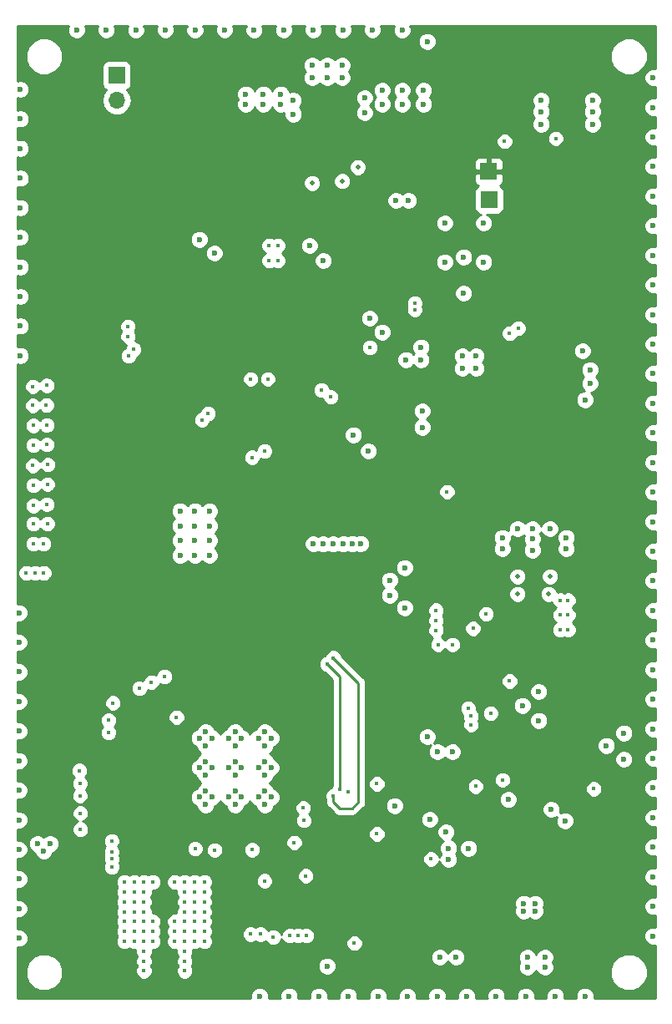
<source format=gbr>
G04 #@! TF.GenerationSoftware,KiCad,Pcbnew,(5.0.0-rc2-dev-491-g430239499)*
G04 #@! TF.CreationDate,2018-09-21T18:59:49-07:00*
G04 #@! TF.ProjectId,PCB_Rev3,5043425F526576332E6B696361645F70,rev?*
G04 #@! TF.SameCoordinates,Original*
G04 #@! TF.FileFunction,Copper,L3,Inr,Signal*
G04 #@! TF.FilePolarity,Positive*
%FSLAX46Y46*%
G04 Gerber Fmt 4.6, Leading zero omitted, Abs format (unit mm)*
G04 Created by KiCad (PCBNEW (5.0.0-rc2-dev-491-g430239499)) date 09/21/18 18:59:49*
%MOMM*%
%LPD*%
G01*
G04 APERTURE LIST*
%ADD10R,1.700000X1.700000*%
%ADD11O,1.700000X1.700000*%
%ADD12C,0.500000*%
%ADD13C,0.800000*%
%ADD14C,0.450000*%
%ADD15C,0.600000*%
%ADD16C,0.550000*%
%ADD17C,0.250000*%
%ADD18C,0.254000*%
G04 APERTURE END LIST*
D10*
X182181500Y-64681100D03*
D11*
X144399000Y-54610000D03*
D10*
X144399000Y-52070000D03*
X182118000Y-61810900D03*
D12*
X164211000Y-62992000D03*
X167259000Y-62801500D03*
X168846500Y-61404500D03*
D13*
X177038000Y-59182000D03*
X177038000Y-60642500D03*
X177038000Y-62103000D03*
X178435000Y-62103000D03*
X178435000Y-59182000D03*
X178435000Y-60642500D03*
X179895500Y-59182000D03*
X179895500Y-62103000D03*
X179895500Y-60642500D03*
D14*
X163258500Y-65341500D03*
D12*
X185039000Y-104648000D03*
X185039000Y-102870000D03*
D14*
X160274000Y-139446000D03*
X159385000Y-133731000D03*
D12*
X188341000Y-102870000D03*
X188214000Y-104648000D03*
D14*
X181864000Y-106670000D03*
X180530500Y-108140500D03*
X189357000Y-105283000D03*
X190171200Y-105283000D03*
X189357000Y-106783000D03*
X190171200Y-106783000D03*
X189357000Y-108283000D03*
X190171200Y-108283000D03*
X159867600Y-69342000D03*
X159867600Y-70866000D03*
X160731200Y-69342000D03*
X160731200Y-70866000D03*
D15*
X157480000Y-54991000D03*
X157480000Y-53975000D03*
X159258000Y-53975000D03*
X159258000Y-54991000D03*
X161036000Y-54991000D03*
X161036000Y-53975000D03*
X177673000Y-67056000D03*
X177673000Y-70993000D03*
X179578000Y-70485000D03*
X179578000Y-74168000D03*
X181610000Y-67056000D03*
X181610000Y-70993000D03*
D14*
X174625000Y-75184000D03*
X174625000Y-75819000D03*
D15*
X171323000Y-78105000D03*
X170053000Y-76708000D03*
X175260000Y-79629000D03*
X175260000Y-80899000D03*
X173736000Y-80899000D03*
X179451000Y-80518000D03*
X180848000Y-80518000D03*
X180848000Y-81788000D03*
X179451000Y-81788000D03*
X191643000Y-80010000D03*
X192405000Y-81915000D03*
X192405000Y-83312000D03*
X191897000Y-84963000D03*
X175387000Y-86106000D03*
X175387000Y-87757000D03*
X168402000Y-88519000D03*
X169926000Y-90170000D03*
X175895000Y-48641000D03*
X187452000Y-55753000D03*
X187452000Y-54610000D03*
X187452000Y-57023000D03*
X192659000Y-57023000D03*
X192659000Y-54610000D03*
X192659000Y-55753000D03*
X152781000Y-68707000D03*
X154305000Y-70104000D03*
X171323000Y-54991000D03*
X173355000Y-54991000D03*
X175514000Y-54991000D03*
X169545000Y-55880000D03*
X162306000Y-56007000D03*
X171323000Y-53594000D03*
X173355000Y-53594000D03*
X175514000Y-53594000D03*
X169545000Y-54356000D03*
X162306000Y-54610000D03*
X172720000Y-64770000D03*
X173990000Y-64770000D03*
X164211000Y-52324000D03*
X165735000Y-52324000D03*
X167259000Y-52324000D03*
X163957000Y-69342000D03*
X165354000Y-70866000D03*
X173609000Y-101981000D03*
X172085000Y-103251000D03*
X172085000Y-104775000D03*
X173609000Y-106045000D03*
D14*
X176784000Y-106299000D03*
X176784000Y-107315000D03*
X176784000Y-108331000D03*
D15*
X186563000Y-100203000D03*
X186563000Y-99060000D03*
X185039000Y-98044000D03*
X188341000Y-98044000D03*
X186563000Y-98044000D03*
X183515000Y-100076000D03*
X189992000Y-100076000D03*
X189992000Y-98933000D03*
X183515000Y-98933000D03*
X187198000Y-114554000D03*
X185547000Y-115951000D03*
X187198000Y-117475000D03*
X194056000Y-120015000D03*
X195834000Y-118745000D03*
X195834000Y-121412000D03*
X175895000Y-119126000D03*
X176911000Y-120650000D03*
X178435000Y-120650000D03*
X177800000Y-128778000D03*
X176149000Y-127508000D03*
X180086000Y-130429000D03*
X178054000Y-130429000D03*
X178054000Y-131572000D03*
X172593000Y-126111000D03*
X178816000Y-141478000D03*
X177165000Y-141478000D03*
X186055000Y-141478000D03*
X186055000Y-142494000D03*
X187833000Y-141478000D03*
X187833000Y-142494000D03*
X185674000Y-136017000D03*
X186817000Y-136017000D03*
X185674000Y-136779000D03*
X186817000Y-136779000D03*
X188468000Y-126492000D03*
X189865000Y-127635000D03*
X164338000Y-99568000D03*
X165354000Y-99568000D03*
X166370000Y-99568000D03*
X167386000Y-99568000D03*
X168275000Y-99568000D03*
X169164000Y-99568000D03*
X151003000Y-104521000D03*
X186563000Y-126492000D03*
X192024000Y-101727000D03*
X177800000Y-100838000D03*
X187452000Y-50419000D03*
X187452000Y-78740000D03*
X188595000Y-78740000D03*
D16*
X156845000Y-67945000D03*
X155956000Y-67945000D03*
D15*
X171323000Y-73279000D03*
X169926000Y-74676000D03*
X171450000Y-89154000D03*
X172466000Y-89154000D03*
X187452000Y-48768000D03*
X177546000Y-51943000D03*
X175895000Y-50673000D03*
X175514000Y-101473000D03*
X180213000Y-101727000D03*
X181864000Y-101727000D03*
X193040000Y-101727000D03*
X194056000Y-101727000D03*
X185039000Y-127762000D03*
X176911000Y-125603000D03*
X178435000Y-125603000D03*
X183515000Y-131826000D03*
X181991000Y-130556000D03*
X165735000Y-140716000D03*
X164846000Y-136271000D03*
X163195000Y-134366000D03*
X164084000Y-134366000D03*
X164846000Y-135382000D03*
X151003000Y-103378000D03*
X152400000Y-103378000D03*
X152400000Y-104521000D03*
X164312600Y-107442000D03*
X165328600Y-107442000D03*
X166344600Y-107442000D03*
X167309800Y-107442000D03*
X168325800Y-107442000D03*
X169341800Y-107442000D03*
D14*
X135940800Y-89560400D03*
X154330400Y-130606800D03*
X140665200Y-125095003D03*
X137007600Y-102514400D03*
X146710400Y-114198400D03*
X137312400Y-95554800D03*
X143560800Y-117449600D03*
X135940800Y-95707200D03*
X149250400Y-113030000D03*
X137363200Y-93522800D03*
X147929600Y-113588800D03*
X135940800Y-93624400D03*
X135890000Y-91643200D03*
X163372800Y-127609600D03*
X180035200Y-116230400D03*
X182321200Y-116738400D03*
X137414000Y-91541600D03*
X163322000Y-126339600D03*
X192786000Y-124409200D03*
X135940800Y-87579200D03*
X170789600Y-123901200D03*
X137312400Y-87528400D03*
X170789600Y-128981200D03*
X137312400Y-89509600D03*
X180340000Y-117906800D03*
X135890000Y-83616800D03*
X180340000Y-117043200D03*
X137312400Y-83515200D03*
X137261600Y-85496400D03*
X183540400Y-123494800D03*
X135890000Y-85547200D03*
X180797200Y-124155200D03*
X145592800Y-80518000D03*
X177901600Y-94284800D03*
X145542000Y-77520800D03*
X170078400Y-79654400D03*
X166116000Y-84683600D03*
X146112544Y-79849821D03*
X165150800Y-83972400D03*
X145542000Y-78536800D03*
X176987200Y-109778800D03*
X178460400Y-109778800D03*
X167843200Y-124714000D03*
X176276000Y-131521200D03*
X184251600Y-113487200D03*
X184251600Y-78232000D03*
X168503600Y-140055600D03*
X188925200Y-58470800D03*
X162407600Y-129844800D03*
X183743600Y-58775600D03*
X153670000Y-86360000D03*
X159385000Y-90170000D03*
X166370000Y-125095000D03*
X166370000Y-111125000D03*
X153035000Y-86995000D03*
X158115000Y-90805000D03*
X167005000Y-124460000D03*
X165735000Y-111760000D03*
X159715200Y-82854800D03*
X157988000Y-82854800D03*
X140716000Y-126873000D03*
X136093200Y-102514400D03*
X152349200Y-130454400D03*
X140716000Y-128524000D03*
X135229600Y-102514400D03*
X140665200Y-123850400D03*
X135940800Y-99568000D03*
X140614400Y-122555003D03*
X136956800Y-99568000D03*
X143560800Y-118719600D03*
X135940800Y-97536000D03*
X150469600Y-117144800D03*
X137363200Y-97536000D03*
D15*
X153416000Y-118618000D03*
X156416000Y-118618000D03*
X159416000Y-118618000D03*
X153416000Y-121618000D03*
X156416000Y-121618000D03*
X159416000Y-121618000D03*
X153416000Y-124618000D03*
X156416000Y-124618000D03*
X159416000Y-124618000D03*
X152781000Y-119253000D03*
X155781000Y-119253000D03*
X158781000Y-119253000D03*
X152781000Y-122253000D03*
X155781000Y-122253000D03*
X158781000Y-122253000D03*
X152781000Y-125253000D03*
X155781000Y-125253000D03*
X158781000Y-125253000D03*
X153416000Y-120015000D03*
X156416000Y-120015000D03*
X159416000Y-120015000D03*
X153416000Y-123015000D03*
X156416000Y-123015000D03*
X159416000Y-123015000D03*
X153416000Y-126015000D03*
X156416000Y-126015000D03*
X159416000Y-126015000D03*
X154051000Y-119253000D03*
X157051000Y-119253000D03*
X160051000Y-119253000D03*
X154051000Y-122253000D03*
X157051000Y-122253000D03*
X160051000Y-122253000D03*
X154051000Y-125253000D03*
X157051000Y-125253000D03*
X160051000Y-125253000D03*
D14*
X163576000Y-133223000D03*
X143891000Y-129679700D03*
X143891000Y-130822700D03*
X143891000Y-132346700D03*
X144018000Y-115697000D03*
X185115200Y-77724000D03*
D15*
X167259000Y-51054000D03*
X164211000Y-51054000D03*
X165735000Y-51054000D03*
X184111900Y-125488700D03*
D14*
X161950400Y-139293600D03*
X162775900Y-139293600D03*
X163626800Y-139293600D03*
X157975300Y-139141200D03*
X158991300Y-139141200D03*
X143891000Y-131445000D03*
D15*
X136359900Y-129971800D03*
X137655300Y-129971800D03*
X136994900Y-130721100D03*
D14*
X158127700Y-130581400D03*
D15*
X165735000Y-142367000D03*
D14*
X145161000Y-133858000D03*
X146161000Y-133858000D03*
X147161000Y-133858000D03*
X150288000Y-133858000D03*
X151288000Y-133858000D03*
X152288000Y-133858000D03*
X153288000Y-133858000D03*
X145161000Y-134858000D03*
X146161000Y-134858000D03*
X147161000Y-134858000D03*
X151288000Y-134858000D03*
X152288000Y-134858000D03*
X153288000Y-134858000D03*
X145161000Y-135858000D03*
X146161000Y-135858000D03*
X147161000Y-135858000D03*
X151288000Y-135858000D03*
X152288000Y-135858000D03*
X153288000Y-135858000D03*
X145161000Y-136858000D03*
X146161000Y-136858000D03*
X147161000Y-136858000D03*
X151288000Y-136858000D03*
X152288000Y-136858000D03*
X153288000Y-136858000D03*
X145161000Y-137858000D03*
X146161000Y-137858000D03*
X147161000Y-137858000D03*
X150288000Y-137858000D03*
X151288000Y-137858000D03*
X152288000Y-137858000D03*
X153288000Y-137858000D03*
X145161000Y-138858000D03*
X146161000Y-138858000D03*
X147161000Y-138858000D03*
X150288000Y-138858000D03*
X151288000Y-138858000D03*
X152288000Y-138858000D03*
X153288000Y-138858000D03*
X145161000Y-139858000D03*
X146161000Y-139858000D03*
X147161000Y-139858000D03*
X150288000Y-139858000D03*
X151288000Y-139858000D03*
X152288000Y-139858000D03*
X153288000Y-139858000D03*
X147161000Y-140858000D03*
X151288000Y-140858000D03*
X147161000Y-141858000D03*
X151288000Y-141858000D03*
X147161000Y-142858000D03*
X151288000Y-142858000D03*
X148050000Y-133858000D03*
X148050000Y-139858000D03*
X148050000Y-137858000D03*
X148050000Y-138858000D03*
D15*
X134620000Y-53498000D03*
X134620000Y-56498000D03*
X134620000Y-59498000D03*
X134620000Y-62498000D03*
X134620000Y-65498000D03*
X134620000Y-68498000D03*
X134620000Y-71498000D03*
X134620000Y-74498000D03*
X134620000Y-77498000D03*
X134620000Y-80498000D03*
X140335000Y-47498000D03*
X143335000Y-47498000D03*
X146335000Y-47498000D03*
X149335000Y-47498000D03*
X152335000Y-47498000D03*
X155335000Y-47498000D03*
X158335000Y-47498000D03*
X161335000Y-47498000D03*
X164335000Y-47498000D03*
X167335000Y-47498000D03*
X170335000Y-47498000D03*
X173335000Y-47498000D03*
X134493000Y-106553000D03*
X134493000Y-109553000D03*
X134493000Y-112553000D03*
X134493000Y-115553000D03*
X134493000Y-118553000D03*
X134493000Y-121553000D03*
X134493000Y-124553000D03*
X134493000Y-127553000D03*
X134493000Y-130553000D03*
X134493000Y-133553000D03*
X134493000Y-136553000D03*
X134493000Y-139553000D03*
X198805800Y-52324000D03*
X198805800Y-55324000D03*
X198805800Y-58324000D03*
X198805800Y-61324000D03*
X198805800Y-64324000D03*
X198805800Y-67324000D03*
X198805800Y-70324000D03*
X198805800Y-73324000D03*
X198805800Y-76324000D03*
X198805800Y-79324000D03*
X198805800Y-82324000D03*
X198805800Y-85324000D03*
X198805800Y-88324000D03*
X198805800Y-91324000D03*
X198805800Y-94324000D03*
X198805800Y-97324000D03*
X198805800Y-100324000D03*
X198805800Y-103324000D03*
X198805800Y-82324000D03*
X198805800Y-85324000D03*
X198805800Y-88324000D03*
X198805800Y-91324000D03*
X198805800Y-94324000D03*
X198805800Y-97324000D03*
X198805800Y-100324000D03*
X198805800Y-103324000D03*
X198805800Y-82324000D03*
X198805800Y-85324000D03*
X198805800Y-88324000D03*
X198805800Y-91324000D03*
X198805800Y-94324000D03*
X198805800Y-97324000D03*
X198805800Y-100324000D03*
X198805800Y-103324000D03*
X198805800Y-106324000D03*
X198805800Y-109324000D03*
X198805800Y-112324000D03*
X198805800Y-115324000D03*
X198805800Y-118324000D03*
X198805800Y-121324000D03*
X198805800Y-124324000D03*
X198805800Y-127324000D03*
X198805800Y-130324000D03*
X198805800Y-133324000D03*
X198805800Y-136324000D03*
X198805800Y-139324000D03*
X158889700Y-145415000D03*
X161889700Y-145415000D03*
X164889700Y-145415000D03*
X167889700Y-145415000D03*
X170889700Y-145415000D03*
X173889700Y-145415000D03*
X176889700Y-145415000D03*
X179889700Y-145415000D03*
X182889700Y-145415000D03*
X185889700Y-145415000D03*
X188889700Y-145415000D03*
X191889700Y-145415000D03*
X150825200Y-96240600D03*
X152325200Y-96240600D03*
X153825200Y-96240600D03*
X150825200Y-97740600D03*
X152325200Y-97740600D03*
X153825200Y-97740600D03*
X150825200Y-99240600D03*
X152325200Y-99240600D03*
X153825200Y-99240600D03*
X150825200Y-100740600D03*
X152325200Y-100740600D03*
X153825200Y-100740600D03*
D17*
X166370000Y-125095000D02*
X166370000Y-125730000D01*
X166370000Y-125730000D02*
X167005000Y-126365000D01*
X167005000Y-126365000D02*
X168275000Y-126365000D01*
X168275000Y-126365000D02*
X168910000Y-125730000D01*
X168910000Y-125730000D02*
X168910000Y-113665000D01*
X168910000Y-113665000D02*
X166370000Y-111125000D01*
X167005000Y-124460000D02*
X167005000Y-113030000D01*
X167005000Y-113030000D02*
X165735000Y-111760000D01*
D18*
G36*
X139400000Y-47312017D02*
X139400000Y-47683983D01*
X139542345Y-48027635D01*
X139805365Y-48290655D01*
X140149017Y-48433000D01*
X140520983Y-48433000D01*
X140864635Y-48290655D01*
X141127655Y-48027635D01*
X141270000Y-47683983D01*
X141270000Y-47312017D01*
X141167682Y-47065000D01*
X142502318Y-47065000D01*
X142400000Y-47312017D01*
X142400000Y-47683983D01*
X142542345Y-48027635D01*
X142805365Y-48290655D01*
X143149017Y-48433000D01*
X143520983Y-48433000D01*
X143864635Y-48290655D01*
X144127655Y-48027635D01*
X144270000Y-47683983D01*
X144270000Y-47312017D01*
X144167682Y-47065000D01*
X145502318Y-47065000D01*
X145400000Y-47312017D01*
X145400000Y-47683983D01*
X145542345Y-48027635D01*
X145805365Y-48290655D01*
X146149017Y-48433000D01*
X146520983Y-48433000D01*
X146864635Y-48290655D01*
X147127655Y-48027635D01*
X147270000Y-47683983D01*
X147270000Y-47312017D01*
X147167682Y-47065000D01*
X148502318Y-47065000D01*
X148400000Y-47312017D01*
X148400000Y-47683983D01*
X148542345Y-48027635D01*
X148805365Y-48290655D01*
X149149017Y-48433000D01*
X149520983Y-48433000D01*
X149864635Y-48290655D01*
X150127655Y-48027635D01*
X150270000Y-47683983D01*
X150270000Y-47312017D01*
X150167682Y-47065000D01*
X151502318Y-47065000D01*
X151400000Y-47312017D01*
X151400000Y-47683983D01*
X151542345Y-48027635D01*
X151805365Y-48290655D01*
X152149017Y-48433000D01*
X152520983Y-48433000D01*
X152864635Y-48290655D01*
X153127655Y-48027635D01*
X153270000Y-47683983D01*
X153270000Y-47312017D01*
X153167682Y-47065000D01*
X154502318Y-47065000D01*
X154400000Y-47312017D01*
X154400000Y-47683983D01*
X154542345Y-48027635D01*
X154805365Y-48290655D01*
X155149017Y-48433000D01*
X155520983Y-48433000D01*
X155864635Y-48290655D01*
X156127655Y-48027635D01*
X156270000Y-47683983D01*
X156270000Y-47312017D01*
X156167682Y-47065000D01*
X157502318Y-47065000D01*
X157400000Y-47312017D01*
X157400000Y-47683983D01*
X157542345Y-48027635D01*
X157805365Y-48290655D01*
X158149017Y-48433000D01*
X158520983Y-48433000D01*
X158864635Y-48290655D01*
X159127655Y-48027635D01*
X159270000Y-47683983D01*
X159270000Y-47312017D01*
X159167682Y-47065000D01*
X160502318Y-47065000D01*
X160400000Y-47312017D01*
X160400000Y-47683983D01*
X160542345Y-48027635D01*
X160805365Y-48290655D01*
X161149017Y-48433000D01*
X161520983Y-48433000D01*
X161864635Y-48290655D01*
X162127655Y-48027635D01*
X162270000Y-47683983D01*
X162270000Y-47312017D01*
X162167682Y-47065000D01*
X163502318Y-47065000D01*
X163400000Y-47312017D01*
X163400000Y-47683983D01*
X163542345Y-48027635D01*
X163805365Y-48290655D01*
X164149017Y-48433000D01*
X164520983Y-48433000D01*
X164864635Y-48290655D01*
X165127655Y-48027635D01*
X165270000Y-47683983D01*
X165270000Y-47312017D01*
X165167682Y-47065000D01*
X166502318Y-47065000D01*
X166400000Y-47312017D01*
X166400000Y-47683983D01*
X166542345Y-48027635D01*
X166805365Y-48290655D01*
X167149017Y-48433000D01*
X167520983Y-48433000D01*
X167864635Y-48290655D01*
X168127655Y-48027635D01*
X168270000Y-47683983D01*
X168270000Y-47312017D01*
X168167682Y-47065000D01*
X169502318Y-47065000D01*
X169400000Y-47312017D01*
X169400000Y-47683983D01*
X169542345Y-48027635D01*
X169805365Y-48290655D01*
X170149017Y-48433000D01*
X170520983Y-48433000D01*
X170864635Y-48290655D01*
X171127655Y-48027635D01*
X171270000Y-47683983D01*
X171270000Y-47312017D01*
X171167682Y-47065000D01*
X172502318Y-47065000D01*
X172400000Y-47312017D01*
X172400000Y-47683983D01*
X172542345Y-48027635D01*
X172805365Y-48290655D01*
X173149017Y-48433000D01*
X173520983Y-48433000D01*
X173864635Y-48290655D01*
X174127655Y-48027635D01*
X174270000Y-47683983D01*
X174270000Y-47312017D01*
X174167682Y-47065000D01*
X198990000Y-47065000D01*
X198990000Y-51389000D01*
X198619817Y-51389000D01*
X198276165Y-51531345D01*
X198013145Y-51794365D01*
X197870800Y-52138017D01*
X197870800Y-52509983D01*
X198013145Y-52853635D01*
X198276165Y-53116655D01*
X198619817Y-53259000D01*
X198990000Y-53259000D01*
X198990000Y-54389000D01*
X198619817Y-54389000D01*
X198276165Y-54531345D01*
X198013145Y-54794365D01*
X197870800Y-55138017D01*
X197870800Y-55509983D01*
X198013145Y-55853635D01*
X198276165Y-56116655D01*
X198619817Y-56259000D01*
X198990000Y-56259000D01*
X198990000Y-57389000D01*
X198619817Y-57389000D01*
X198276165Y-57531345D01*
X198013145Y-57794365D01*
X197870800Y-58138017D01*
X197870800Y-58509983D01*
X198013145Y-58853635D01*
X198276165Y-59116655D01*
X198619817Y-59259000D01*
X198990000Y-59259000D01*
X198990000Y-60389000D01*
X198619817Y-60389000D01*
X198276165Y-60531345D01*
X198013145Y-60794365D01*
X197870800Y-61138017D01*
X197870800Y-61509983D01*
X198013145Y-61853635D01*
X198276165Y-62116655D01*
X198619817Y-62259000D01*
X198990000Y-62259000D01*
X198990000Y-63389000D01*
X198619817Y-63389000D01*
X198276165Y-63531345D01*
X198013145Y-63794365D01*
X197870800Y-64138017D01*
X197870800Y-64509983D01*
X198013145Y-64853635D01*
X198276165Y-65116655D01*
X198619817Y-65259000D01*
X198990000Y-65259000D01*
X198990000Y-66389000D01*
X198619817Y-66389000D01*
X198276165Y-66531345D01*
X198013145Y-66794365D01*
X197870800Y-67138017D01*
X197870800Y-67509983D01*
X198013145Y-67853635D01*
X198276165Y-68116655D01*
X198619817Y-68259000D01*
X198990000Y-68259000D01*
X198990000Y-69389000D01*
X198619817Y-69389000D01*
X198276165Y-69531345D01*
X198013145Y-69794365D01*
X197870800Y-70138017D01*
X197870800Y-70509983D01*
X198013145Y-70853635D01*
X198276165Y-71116655D01*
X198619817Y-71259000D01*
X198990000Y-71259000D01*
X198990000Y-72389000D01*
X198619817Y-72389000D01*
X198276165Y-72531345D01*
X198013145Y-72794365D01*
X197870800Y-73138017D01*
X197870800Y-73509983D01*
X198013145Y-73853635D01*
X198276165Y-74116655D01*
X198619817Y-74259000D01*
X198990000Y-74259000D01*
X198990000Y-75389000D01*
X198619817Y-75389000D01*
X198276165Y-75531345D01*
X198013145Y-75794365D01*
X197870800Y-76138017D01*
X197870800Y-76509983D01*
X198013145Y-76853635D01*
X198276165Y-77116655D01*
X198619817Y-77259000D01*
X198990000Y-77259000D01*
X198990000Y-78389000D01*
X198619817Y-78389000D01*
X198276165Y-78531345D01*
X198013145Y-78794365D01*
X197870800Y-79138017D01*
X197870800Y-79509983D01*
X198013145Y-79853635D01*
X198276165Y-80116655D01*
X198619817Y-80259000D01*
X198990000Y-80259000D01*
X198990000Y-81389000D01*
X198619817Y-81389000D01*
X198276165Y-81531345D01*
X198013145Y-81794365D01*
X197870800Y-82138017D01*
X197870800Y-82509983D01*
X198013145Y-82853635D01*
X198276165Y-83116655D01*
X198619817Y-83259000D01*
X198990000Y-83259000D01*
X198990000Y-84389000D01*
X198619817Y-84389000D01*
X198276165Y-84531345D01*
X198013145Y-84794365D01*
X197870800Y-85138017D01*
X197870800Y-85509983D01*
X198013145Y-85853635D01*
X198276165Y-86116655D01*
X198619817Y-86259000D01*
X198990000Y-86259000D01*
X198990000Y-87389000D01*
X198619817Y-87389000D01*
X198276165Y-87531345D01*
X198013145Y-87794365D01*
X197870800Y-88138017D01*
X197870800Y-88509983D01*
X198013145Y-88853635D01*
X198276165Y-89116655D01*
X198619817Y-89259000D01*
X198990000Y-89259000D01*
X198990000Y-90389000D01*
X198619817Y-90389000D01*
X198276165Y-90531345D01*
X198013145Y-90794365D01*
X197870800Y-91138017D01*
X197870800Y-91509983D01*
X198013145Y-91853635D01*
X198276165Y-92116655D01*
X198619817Y-92259000D01*
X198990000Y-92259000D01*
X198990000Y-93389000D01*
X198619817Y-93389000D01*
X198276165Y-93531345D01*
X198013145Y-93794365D01*
X197870800Y-94138017D01*
X197870800Y-94509983D01*
X198013145Y-94853635D01*
X198276165Y-95116655D01*
X198619817Y-95259000D01*
X198990000Y-95259000D01*
X198990001Y-96389000D01*
X198619817Y-96389000D01*
X198276165Y-96531345D01*
X198013145Y-96794365D01*
X197870800Y-97138017D01*
X197870800Y-97509983D01*
X198013145Y-97853635D01*
X198276165Y-98116655D01*
X198619817Y-98259000D01*
X198990001Y-98259000D01*
X198990001Y-99389000D01*
X198619817Y-99389000D01*
X198276165Y-99531345D01*
X198013145Y-99794365D01*
X197870800Y-100138017D01*
X197870800Y-100509983D01*
X198013145Y-100853635D01*
X198276165Y-101116655D01*
X198619817Y-101259000D01*
X198990001Y-101259000D01*
X198990001Y-102389000D01*
X198619817Y-102389000D01*
X198276165Y-102531345D01*
X198013145Y-102794365D01*
X197870800Y-103138017D01*
X197870800Y-103509983D01*
X198013145Y-103853635D01*
X198276165Y-104116655D01*
X198619817Y-104259000D01*
X198990001Y-104259000D01*
X198990001Y-105389000D01*
X198619817Y-105389000D01*
X198276165Y-105531345D01*
X198013145Y-105794365D01*
X197870800Y-106138017D01*
X197870800Y-106509983D01*
X198013145Y-106853635D01*
X198276165Y-107116655D01*
X198619817Y-107259000D01*
X198990001Y-107259000D01*
X198990001Y-108389000D01*
X198619817Y-108389000D01*
X198276165Y-108531345D01*
X198013145Y-108794365D01*
X197870800Y-109138017D01*
X197870800Y-109509983D01*
X198013145Y-109853635D01*
X198276165Y-110116655D01*
X198619817Y-110259000D01*
X198990001Y-110259000D01*
X198990001Y-111389000D01*
X198619817Y-111389000D01*
X198276165Y-111531345D01*
X198013145Y-111794365D01*
X197870800Y-112138017D01*
X197870800Y-112509983D01*
X198013145Y-112853635D01*
X198276165Y-113116655D01*
X198619817Y-113259000D01*
X198990001Y-113259000D01*
X198990001Y-114389000D01*
X198619817Y-114389000D01*
X198276165Y-114531345D01*
X198013145Y-114794365D01*
X197870800Y-115138017D01*
X197870800Y-115509983D01*
X198013145Y-115853635D01*
X198276165Y-116116655D01*
X198619817Y-116259000D01*
X198990001Y-116259000D01*
X198990001Y-117389000D01*
X198619817Y-117389000D01*
X198276165Y-117531345D01*
X198013145Y-117794365D01*
X197870800Y-118138017D01*
X197870800Y-118509983D01*
X198013145Y-118853635D01*
X198276165Y-119116655D01*
X198619817Y-119259000D01*
X198990001Y-119259000D01*
X198990001Y-120389000D01*
X198619817Y-120389000D01*
X198276165Y-120531345D01*
X198013145Y-120794365D01*
X197870800Y-121138017D01*
X197870800Y-121509983D01*
X198013145Y-121853635D01*
X198276165Y-122116655D01*
X198619817Y-122259000D01*
X198990001Y-122259000D01*
X198990001Y-123389000D01*
X198619817Y-123389000D01*
X198276165Y-123531345D01*
X198013145Y-123794365D01*
X197870800Y-124138017D01*
X197870800Y-124509983D01*
X198013145Y-124853635D01*
X198276165Y-125116655D01*
X198619817Y-125259000D01*
X198990001Y-125259000D01*
X198990001Y-126389000D01*
X198619817Y-126389000D01*
X198276165Y-126531345D01*
X198013145Y-126794365D01*
X197870800Y-127138017D01*
X197870800Y-127509983D01*
X198013145Y-127853635D01*
X198276165Y-128116655D01*
X198619817Y-128259000D01*
X198990001Y-128259000D01*
X198990001Y-129389000D01*
X198619817Y-129389000D01*
X198276165Y-129531345D01*
X198013145Y-129794365D01*
X197870800Y-130138017D01*
X197870800Y-130509983D01*
X198013145Y-130853635D01*
X198276165Y-131116655D01*
X198619817Y-131259000D01*
X198990001Y-131259000D01*
X198990001Y-132389000D01*
X198619817Y-132389000D01*
X198276165Y-132531345D01*
X198013145Y-132794365D01*
X197870800Y-133138017D01*
X197870800Y-133509983D01*
X198013145Y-133853635D01*
X198276165Y-134116655D01*
X198619817Y-134259000D01*
X198990001Y-134259000D01*
X198990001Y-135389000D01*
X198619817Y-135389000D01*
X198276165Y-135531345D01*
X198013145Y-135794365D01*
X197870800Y-136138017D01*
X197870800Y-136509983D01*
X198013145Y-136853635D01*
X198276165Y-137116655D01*
X198619817Y-137259000D01*
X198990001Y-137259000D01*
X198990001Y-138389000D01*
X198619817Y-138389000D01*
X198276165Y-138531345D01*
X198013145Y-138794365D01*
X197870800Y-139138017D01*
X197870800Y-139509983D01*
X198013145Y-139853635D01*
X198276165Y-140116655D01*
X198619817Y-140259000D01*
X198990001Y-140259000D01*
X198990001Y-145645000D01*
X192806468Y-145645000D01*
X192824700Y-145600983D01*
X192824700Y-145229017D01*
X192682355Y-144885365D01*
X192419335Y-144622345D01*
X192075683Y-144480000D01*
X191703717Y-144480000D01*
X191360065Y-144622345D01*
X191097045Y-144885365D01*
X190954700Y-145229017D01*
X190954700Y-145600983D01*
X190972932Y-145645000D01*
X189806468Y-145645000D01*
X189824700Y-145600983D01*
X189824700Y-145229017D01*
X189682355Y-144885365D01*
X189419335Y-144622345D01*
X189075683Y-144480000D01*
X188703717Y-144480000D01*
X188360065Y-144622345D01*
X188097045Y-144885365D01*
X187954700Y-145229017D01*
X187954700Y-145600983D01*
X187972932Y-145645000D01*
X186806468Y-145645000D01*
X186824700Y-145600983D01*
X186824700Y-145229017D01*
X186682355Y-144885365D01*
X186419335Y-144622345D01*
X186075683Y-144480000D01*
X185703717Y-144480000D01*
X185360065Y-144622345D01*
X185097045Y-144885365D01*
X184954700Y-145229017D01*
X184954700Y-145600983D01*
X184972932Y-145645000D01*
X183806468Y-145645000D01*
X183824700Y-145600983D01*
X183824700Y-145229017D01*
X183682355Y-144885365D01*
X183419335Y-144622345D01*
X183075683Y-144480000D01*
X182703717Y-144480000D01*
X182360065Y-144622345D01*
X182097045Y-144885365D01*
X181954700Y-145229017D01*
X181954700Y-145600983D01*
X181972932Y-145645000D01*
X180806468Y-145645000D01*
X180824700Y-145600983D01*
X180824700Y-145229017D01*
X180682355Y-144885365D01*
X180419335Y-144622345D01*
X180075683Y-144480000D01*
X179703717Y-144480000D01*
X179360065Y-144622345D01*
X179097045Y-144885365D01*
X178954700Y-145229017D01*
X178954700Y-145600983D01*
X178972932Y-145645000D01*
X177806468Y-145645000D01*
X177824700Y-145600983D01*
X177824700Y-145229017D01*
X177682355Y-144885365D01*
X177419335Y-144622345D01*
X177075683Y-144480000D01*
X176703717Y-144480000D01*
X176360065Y-144622345D01*
X176097045Y-144885365D01*
X175954700Y-145229017D01*
X175954700Y-145600983D01*
X175972932Y-145645000D01*
X174806468Y-145645000D01*
X174824700Y-145600983D01*
X174824700Y-145229017D01*
X174682355Y-144885365D01*
X174419335Y-144622345D01*
X174075683Y-144480000D01*
X173703717Y-144480000D01*
X173360065Y-144622345D01*
X173097045Y-144885365D01*
X172954700Y-145229017D01*
X172954700Y-145600983D01*
X172972932Y-145645000D01*
X171806468Y-145645000D01*
X171824700Y-145600983D01*
X171824700Y-145229017D01*
X171682355Y-144885365D01*
X171419335Y-144622345D01*
X171075683Y-144480000D01*
X170703717Y-144480000D01*
X170360065Y-144622345D01*
X170097045Y-144885365D01*
X169954700Y-145229017D01*
X169954700Y-145600983D01*
X169972932Y-145645000D01*
X168806468Y-145645000D01*
X168824700Y-145600983D01*
X168824700Y-145229017D01*
X168682355Y-144885365D01*
X168419335Y-144622345D01*
X168075683Y-144480000D01*
X167703717Y-144480000D01*
X167360065Y-144622345D01*
X167097045Y-144885365D01*
X166954700Y-145229017D01*
X166954700Y-145600983D01*
X166972932Y-145645000D01*
X165806468Y-145645000D01*
X165824700Y-145600983D01*
X165824700Y-145229017D01*
X165682355Y-144885365D01*
X165419335Y-144622345D01*
X165075683Y-144480000D01*
X164703717Y-144480000D01*
X164360065Y-144622345D01*
X164097045Y-144885365D01*
X163954700Y-145229017D01*
X163954700Y-145600983D01*
X163972932Y-145645000D01*
X162806468Y-145645000D01*
X162824700Y-145600983D01*
X162824700Y-145229017D01*
X162682355Y-144885365D01*
X162419335Y-144622345D01*
X162075683Y-144480000D01*
X161703717Y-144480000D01*
X161360065Y-144622345D01*
X161097045Y-144885365D01*
X160954700Y-145229017D01*
X160954700Y-145600983D01*
X160972932Y-145645000D01*
X159806468Y-145645000D01*
X159824700Y-145600983D01*
X159824700Y-145229017D01*
X159682355Y-144885365D01*
X159419335Y-144622345D01*
X159075683Y-144480000D01*
X158703717Y-144480000D01*
X158360065Y-144622345D01*
X158097045Y-144885365D01*
X157954700Y-145229017D01*
X157954700Y-145600983D01*
X157972932Y-145645000D01*
X134314000Y-145645000D01*
X134314000Y-142627050D01*
X135148000Y-142627050D01*
X135148000Y-143376950D01*
X135434974Y-144069767D01*
X135965233Y-144600026D01*
X136658050Y-144887000D01*
X137407950Y-144887000D01*
X138100767Y-144600026D01*
X138631026Y-144069767D01*
X138918000Y-143376950D01*
X138918000Y-142627050D01*
X138631026Y-141934233D01*
X138100767Y-141403974D01*
X137407950Y-141117000D01*
X136658050Y-141117000D01*
X135965233Y-141403974D01*
X135434974Y-141934233D01*
X135148000Y-142627050D01*
X134314000Y-142627050D01*
X134314000Y-140488000D01*
X134678983Y-140488000D01*
X135022635Y-140345655D01*
X135285655Y-140082635D01*
X135428000Y-139738983D01*
X135428000Y-139367017D01*
X135285655Y-139023365D01*
X135022635Y-138760345D01*
X134678983Y-138618000D01*
X134314000Y-138618000D01*
X134314000Y-137488000D01*
X134678983Y-137488000D01*
X135022635Y-137345655D01*
X135285655Y-137082635D01*
X135428000Y-136738983D01*
X135428000Y-136367017D01*
X135285655Y-136023365D01*
X135022635Y-135760345D01*
X134678983Y-135618000D01*
X134314000Y-135618000D01*
X134314000Y-134488000D01*
X134678983Y-134488000D01*
X135022635Y-134345655D01*
X135285655Y-134082635D01*
X135428000Y-133738983D01*
X135428000Y-133686935D01*
X144301000Y-133686935D01*
X144301000Y-134029065D01*
X144431928Y-134345151D01*
X144444777Y-134358000D01*
X144431928Y-134370849D01*
X144301000Y-134686935D01*
X144301000Y-135029065D01*
X144431928Y-135345151D01*
X144444777Y-135358000D01*
X144431928Y-135370849D01*
X144301000Y-135686935D01*
X144301000Y-136029065D01*
X144431928Y-136345151D01*
X144444777Y-136358000D01*
X144431928Y-136370849D01*
X144301000Y-136686935D01*
X144301000Y-137029065D01*
X144431928Y-137345151D01*
X144444777Y-137358000D01*
X144431928Y-137370849D01*
X144301000Y-137686935D01*
X144301000Y-138029065D01*
X144431928Y-138345151D01*
X144444777Y-138358000D01*
X144431928Y-138370849D01*
X144301000Y-138686935D01*
X144301000Y-139029065D01*
X144431928Y-139345151D01*
X144444777Y-139358000D01*
X144431928Y-139370849D01*
X144301000Y-139686935D01*
X144301000Y-140029065D01*
X144431928Y-140345151D01*
X144673849Y-140587072D01*
X144989935Y-140718000D01*
X145332065Y-140718000D01*
X145648151Y-140587072D01*
X145661000Y-140574223D01*
X145673849Y-140587072D01*
X145989935Y-140718000D01*
X146301000Y-140718000D01*
X146301000Y-141029065D01*
X146431928Y-141345151D01*
X146444777Y-141358000D01*
X146431928Y-141370849D01*
X146301000Y-141686935D01*
X146301000Y-142029065D01*
X146431928Y-142345151D01*
X146444777Y-142358000D01*
X146431928Y-142370849D01*
X146301000Y-142686935D01*
X146301000Y-143029065D01*
X146431928Y-143345151D01*
X146673849Y-143587072D01*
X146989935Y-143718000D01*
X147332065Y-143718000D01*
X147648151Y-143587072D01*
X147890072Y-143345151D01*
X148021000Y-143029065D01*
X148021000Y-142686935D01*
X147890072Y-142370849D01*
X147877223Y-142358000D01*
X147890072Y-142345151D01*
X148021000Y-142029065D01*
X148021000Y-141686935D01*
X147890072Y-141370849D01*
X147877223Y-141358000D01*
X147890072Y-141345151D01*
X148021000Y-141029065D01*
X148021000Y-140718000D01*
X148221065Y-140718000D01*
X148537151Y-140587072D01*
X148779072Y-140345151D01*
X148910000Y-140029065D01*
X148910000Y-139686935D01*
X148779072Y-139370849D01*
X148766223Y-139358000D01*
X148779072Y-139345151D01*
X148910000Y-139029065D01*
X148910000Y-138686935D01*
X148779072Y-138370849D01*
X148766223Y-138358000D01*
X148779072Y-138345151D01*
X148910000Y-138029065D01*
X148910000Y-137686935D01*
X148779072Y-137370849D01*
X148537151Y-137128928D01*
X148221065Y-136998000D01*
X148021000Y-136998000D01*
X148021000Y-136686935D01*
X147890072Y-136370849D01*
X147877223Y-136358000D01*
X147890072Y-136345151D01*
X148021000Y-136029065D01*
X148021000Y-135686935D01*
X147890072Y-135370849D01*
X147877223Y-135358000D01*
X147890072Y-135345151D01*
X148021000Y-135029065D01*
X148021000Y-134718000D01*
X148221065Y-134718000D01*
X148537151Y-134587072D01*
X148779072Y-134345151D01*
X148910000Y-134029065D01*
X148910000Y-133686935D01*
X149428000Y-133686935D01*
X149428000Y-134029065D01*
X149558928Y-134345151D01*
X149800849Y-134587072D01*
X150116935Y-134718000D01*
X150428000Y-134718000D01*
X150428000Y-135029065D01*
X150558928Y-135345151D01*
X150571777Y-135358000D01*
X150558928Y-135370849D01*
X150428000Y-135686935D01*
X150428000Y-136029065D01*
X150558928Y-136345151D01*
X150571777Y-136358000D01*
X150558928Y-136370849D01*
X150428000Y-136686935D01*
X150428000Y-136998000D01*
X150116935Y-136998000D01*
X149800849Y-137128928D01*
X149558928Y-137370849D01*
X149428000Y-137686935D01*
X149428000Y-138029065D01*
X149558928Y-138345151D01*
X149571777Y-138358000D01*
X149558928Y-138370849D01*
X149428000Y-138686935D01*
X149428000Y-139029065D01*
X149558928Y-139345151D01*
X149571777Y-139358000D01*
X149558928Y-139370849D01*
X149428000Y-139686935D01*
X149428000Y-140029065D01*
X149558928Y-140345151D01*
X149800849Y-140587072D01*
X150116935Y-140718000D01*
X150428000Y-140718000D01*
X150428000Y-141029065D01*
X150558928Y-141345151D01*
X150571777Y-141358000D01*
X150558928Y-141370849D01*
X150428000Y-141686935D01*
X150428000Y-142029065D01*
X150558928Y-142345151D01*
X150571777Y-142358000D01*
X150558928Y-142370849D01*
X150428000Y-142686935D01*
X150428000Y-143029065D01*
X150558928Y-143345151D01*
X150800849Y-143587072D01*
X151116935Y-143718000D01*
X151459065Y-143718000D01*
X151775151Y-143587072D01*
X152017072Y-143345151D01*
X152148000Y-143029065D01*
X152148000Y-142686935D01*
X152017072Y-142370849D01*
X152004223Y-142358000D01*
X152017072Y-142345151D01*
X152085058Y-142181017D01*
X164800000Y-142181017D01*
X164800000Y-142552983D01*
X164942345Y-142896635D01*
X165205365Y-143159655D01*
X165549017Y-143302000D01*
X165920983Y-143302000D01*
X166264635Y-143159655D01*
X166527655Y-142896635D01*
X166670000Y-142552983D01*
X166670000Y-142181017D01*
X166527655Y-141837365D01*
X166264635Y-141574345D01*
X165920983Y-141432000D01*
X165549017Y-141432000D01*
X165205365Y-141574345D01*
X164942345Y-141837365D01*
X164800000Y-142181017D01*
X152085058Y-142181017D01*
X152148000Y-142029065D01*
X152148000Y-141686935D01*
X152017072Y-141370849D01*
X152004223Y-141358000D01*
X152017072Y-141345151D01*
X152039080Y-141292017D01*
X176230000Y-141292017D01*
X176230000Y-141663983D01*
X176372345Y-142007635D01*
X176635365Y-142270655D01*
X176979017Y-142413000D01*
X177350983Y-142413000D01*
X177694635Y-142270655D01*
X177957655Y-142007635D01*
X177990500Y-141928340D01*
X178023345Y-142007635D01*
X178286365Y-142270655D01*
X178630017Y-142413000D01*
X179001983Y-142413000D01*
X179345635Y-142270655D01*
X179608655Y-142007635D01*
X179751000Y-141663983D01*
X179751000Y-141292017D01*
X185120000Y-141292017D01*
X185120000Y-141663983D01*
X185253384Y-141986000D01*
X185120000Y-142308017D01*
X185120000Y-142679983D01*
X185262345Y-143023635D01*
X185525365Y-143286655D01*
X185869017Y-143429000D01*
X186240983Y-143429000D01*
X186584635Y-143286655D01*
X186847655Y-143023635D01*
X186944000Y-142791037D01*
X187040345Y-143023635D01*
X187303365Y-143286655D01*
X187647017Y-143429000D01*
X188018983Y-143429000D01*
X188362635Y-143286655D01*
X188625655Y-143023635D01*
X188768000Y-142679983D01*
X188768000Y-142627050D01*
X194457000Y-142627050D01*
X194457000Y-143376950D01*
X194743974Y-144069767D01*
X195274233Y-144600026D01*
X195967050Y-144887000D01*
X196716950Y-144887000D01*
X197409767Y-144600026D01*
X197940026Y-144069767D01*
X198227000Y-143376950D01*
X198227000Y-142627050D01*
X197940026Y-141934233D01*
X197409767Y-141403974D01*
X196716950Y-141117000D01*
X195967050Y-141117000D01*
X195274233Y-141403974D01*
X194743974Y-141934233D01*
X194457000Y-142627050D01*
X188768000Y-142627050D01*
X188768000Y-142308017D01*
X188634616Y-141986000D01*
X188768000Y-141663983D01*
X188768000Y-141292017D01*
X188625655Y-140948365D01*
X188362635Y-140685345D01*
X188018983Y-140543000D01*
X187647017Y-140543000D01*
X187303365Y-140685345D01*
X187040345Y-140948365D01*
X186944000Y-141180963D01*
X186847655Y-140948365D01*
X186584635Y-140685345D01*
X186240983Y-140543000D01*
X185869017Y-140543000D01*
X185525365Y-140685345D01*
X185262345Y-140948365D01*
X185120000Y-141292017D01*
X179751000Y-141292017D01*
X179608655Y-140948365D01*
X179345635Y-140685345D01*
X179001983Y-140543000D01*
X178630017Y-140543000D01*
X178286365Y-140685345D01*
X178023345Y-140948365D01*
X177990500Y-141027660D01*
X177957655Y-140948365D01*
X177694635Y-140685345D01*
X177350983Y-140543000D01*
X176979017Y-140543000D01*
X176635365Y-140685345D01*
X176372345Y-140948365D01*
X176230000Y-141292017D01*
X152039080Y-141292017D01*
X152148000Y-141029065D01*
X152148000Y-140718000D01*
X152459065Y-140718000D01*
X152775151Y-140587072D01*
X152788000Y-140574223D01*
X152800849Y-140587072D01*
X153116935Y-140718000D01*
X153459065Y-140718000D01*
X153775151Y-140587072D01*
X154017072Y-140345151D01*
X154148000Y-140029065D01*
X154148000Y-139686935D01*
X154017072Y-139370849D01*
X154004223Y-139358000D01*
X154017072Y-139345151D01*
X154148000Y-139029065D01*
X154148000Y-138970135D01*
X157115300Y-138970135D01*
X157115300Y-139312265D01*
X157246228Y-139628351D01*
X157488149Y-139870272D01*
X157804235Y-140001200D01*
X158146365Y-140001200D01*
X158462451Y-139870272D01*
X158483300Y-139849423D01*
X158504149Y-139870272D01*
X158820235Y-140001200D01*
X159162365Y-140001200D01*
X159478451Y-139870272D01*
X159507040Y-139841683D01*
X159544928Y-139933151D01*
X159786849Y-140175072D01*
X160102935Y-140306000D01*
X160445065Y-140306000D01*
X160761151Y-140175072D01*
X161003072Y-139933151D01*
X161134000Y-139617065D01*
X161134000Y-139569924D01*
X161221328Y-139780751D01*
X161463249Y-140022672D01*
X161779335Y-140153600D01*
X162121465Y-140153600D01*
X162363150Y-140053490D01*
X162604835Y-140153600D01*
X162946965Y-140153600D01*
X163201350Y-140048230D01*
X163455735Y-140153600D01*
X163797865Y-140153600D01*
X164113951Y-140022672D01*
X164252088Y-139884535D01*
X167643600Y-139884535D01*
X167643600Y-140226665D01*
X167774528Y-140542751D01*
X168016449Y-140784672D01*
X168332535Y-140915600D01*
X168674665Y-140915600D01*
X168990751Y-140784672D01*
X169232672Y-140542751D01*
X169363600Y-140226665D01*
X169363600Y-139884535D01*
X169232672Y-139568449D01*
X168990751Y-139326528D01*
X168674665Y-139195600D01*
X168332535Y-139195600D01*
X168016449Y-139326528D01*
X167774528Y-139568449D01*
X167643600Y-139884535D01*
X164252088Y-139884535D01*
X164355872Y-139780751D01*
X164486800Y-139464665D01*
X164486800Y-139122535D01*
X164355872Y-138806449D01*
X164113951Y-138564528D01*
X163797865Y-138433600D01*
X163455735Y-138433600D01*
X163201350Y-138538970D01*
X162946965Y-138433600D01*
X162604835Y-138433600D01*
X162363150Y-138533710D01*
X162121465Y-138433600D01*
X161779335Y-138433600D01*
X161463249Y-138564528D01*
X161221328Y-138806449D01*
X161090400Y-139122535D01*
X161090400Y-139169676D01*
X161003072Y-138958849D01*
X160761151Y-138716928D01*
X160445065Y-138586000D01*
X160102935Y-138586000D01*
X159786849Y-138716928D01*
X159758260Y-138745517D01*
X159720372Y-138654049D01*
X159478451Y-138412128D01*
X159162365Y-138281200D01*
X158820235Y-138281200D01*
X158504149Y-138412128D01*
X158483300Y-138432977D01*
X158462451Y-138412128D01*
X158146365Y-138281200D01*
X157804235Y-138281200D01*
X157488149Y-138412128D01*
X157246228Y-138654049D01*
X157115300Y-138970135D01*
X154148000Y-138970135D01*
X154148000Y-138686935D01*
X154017072Y-138370849D01*
X154004223Y-138358000D01*
X154017072Y-138345151D01*
X154148000Y-138029065D01*
X154148000Y-137686935D01*
X154017072Y-137370849D01*
X154004223Y-137358000D01*
X154017072Y-137345151D01*
X154148000Y-137029065D01*
X154148000Y-136686935D01*
X154017072Y-136370849D01*
X154004223Y-136358000D01*
X154017072Y-136345151D01*
X154148000Y-136029065D01*
X154148000Y-135831017D01*
X184739000Y-135831017D01*
X184739000Y-136202983D01*
X184819779Y-136398000D01*
X184739000Y-136593017D01*
X184739000Y-136964983D01*
X184881345Y-137308635D01*
X185144365Y-137571655D01*
X185488017Y-137714000D01*
X185859983Y-137714000D01*
X186203635Y-137571655D01*
X186245500Y-137529790D01*
X186287365Y-137571655D01*
X186631017Y-137714000D01*
X187002983Y-137714000D01*
X187346635Y-137571655D01*
X187609655Y-137308635D01*
X187752000Y-136964983D01*
X187752000Y-136593017D01*
X187671221Y-136398000D01*
X187752000Y-136202983D01*
X187752000Y-135831017D01*
X187609655Y-135487365D01*
X187346635Y-135224345D01*
X187002983Y-135082000D01*
X186631017Y-135082000D01*
X186287365Y-135224345D01*
X186245500Y-135266210D01*
X186203635Y-135224345D01*
X185859983Y-135082000D01*
X185488017Y-135082000D01*
X185144365Y-135224345D01*
X184881345Y-135487365D01*
X184739000Y-135831017D01*
X154148000Y-135831017D01*
X154148000Y-135686935D01*
X154017072Y-135370849D01*
X154004223Y-135358000D01*
X154017072Y-135345151D01*
X154148000Y-135029065D01*
X154148000Y-134686935D01*
X154017072Y-134370849D01*
X154004223Y-134358000D01*
X154017072Y-134345151D01*
X154148000Y-134029065D01*
X154148000Y-133686935D01*
X154095395Y-133559935D01*
X158525000Y-133559935D01*
X158525000Y-133902065D01*
X158655928Y-134218151D01*
X158897849Y-134460072D01*
X159213935Y-134591000D01*
X159556065Y-134591000D01*
X159872151Y-134460072D01*
X160114072Y-134218151D01*
X160245000Y-133902065D01*
X160245000Y-133559935D01*
X160114072Y-133243849D01*
X159922158Y-133051935D01*
X162716000Y-133051935D01*
X162716000Y-133394065D01*
X162846928Y-133710151D01*
X163088849Y-133952072D01*
X163404935Y-134083000D01*
X163747065Y-134083000D01*
X164063151Y-133952072D01*
X164305072Y-133710151D01*
X164436000Y-133394065D01*
X164436000Y-133051935D01*
X164305072Y-132735849D01*
X164063151Y-132493928D01*
X163747065Y-132363000D01*
X163404935Y-132363000D01*
X163088849Y-132493928D01*
X162846928Y-132735849D01*
X162716000Y-133051935D01*
X159922158Y-133051935D01*
X159872151Y-133001928D01*
X159556065Y-132871000D01*
X159213935Y-132871000D01*
X158897849Y-133001928D01*
X158655928Y-133243849D01*
X158525000Y-133559935D01*
X154095395Y-133559935D01*
X154017072Y-133370849D01*
X153775151Y-133128928D01*
X153459065Y-132998000D01*
X153116935Y-132998000D01*
X152800849Y-133128928D01*
X152788000Y-133141777D01*
X152775151Y-133128928D01*
X152459065Y-132998000D01*
X152116935Y-132998000D01*
X151800849Y-133128928D01*
X151788000Y-133141777D01*
X151775151Y-133128928D01*
X151459065Y-132998000D01*
X151116935Y-132998000D01*
X150800849Y-133128928D01*
X150788000Y-133141777D01*
X150775151Y-133128928D01*
X150459065Y-132998000D01*
X150116935Y-132998000D01*
X149800849Y-133128928D01*
X149558928Y-133370849D01*
X149428000Y-133686935D01*
X148910000Y-133686935D01*
X148779072Y-133370849D01*
X148537151Y-133128928D01*
X148221065Y-132998000D01*
X147878935Y-132998000D01*
X147605500Y-133111261D01*
X147332065Y-132998000D01*
X146989935Y-132998000D01*
X146673849Y-133128928D01*
X146661000Y-133141777D01*
X146648151Y-133128928D01*
X146332065Y-132998000D01*
X145989935Y-132998000D01*
X145673849Y-133128928D01*
X145661000Y-133141777D01*
X145648151Y-133128928D01*
X145332065Y-132998000D01*
X144989935Y-132998000D01*
X144673849Y-133128928D01*
X144431928Y-133370849D01*
X144301000Y-133686935D01*
X135428000Y-133686935D01*
X135428000Y-133367017D01*
X135285655Y-133023365D01*
X135022635Y-132760345D01*
X134678983Y-132618000D01*
X134314000Y-132618000D01*
X134314000Y-131488000D01*
X134678983Y-131488000D01*
X135022635Y-131345655D01*
X135285655Y-131082635D01*
X135428000Y-130738983D01*
X135428000Y-130367017D01*
X135285655Y-130023365D01*
X135048107Y-129785817D01*
X135424900Y-129785817D01*
X135424900Y-130157783D01*
X135567245Y-130501435D01*
X135830265Y-130764455D01*
X136059900Y-130859573D01*
X136059900Y-130907083D01*
X136202245Y-131250735D01*
X136465265Y-131513755D01*
X136808917Y-131656100D01*
X137180883Y-131656100D01*
X137524535Y-131513755D01*
X137787555Y-131250735D01*
X137929900Y-130907083D01*
X137929900Y-130870094D01*
X138184935Y-130764455D01*
X138447955Y-130501435D01*
X138590300Y-130157783D01*
X138590300Y-129785817D01*
X138475488Y-129508635D01*
X143031000Y-129508635D01*
X143031000Y-129850765D01*
X143161928Y-130166851D01*
X143246277Y-130251200D01*
X143161928Y-130335549D01*
X143031000Y-130651635D01*
X143031000Y-130993765D01*
X143089026Y-131133850D01*
X143031000Y-131273935D01*
X143031000Y-131616065D01*
X143146892Y-131895850D01*
X143031000Y-132175635D01*
X143031000Y-132517765D01*
X143161928Y-132833851D01*
X143403849Y-133075772D01*
X143719935Y-133206700D01*
X144062065Y-133206700D01*
X144378151Y-133075772D01*
X144620072Y-132833851D01*
X144751000Y-132517765D01*
X144751000Y-132175635D01*
X144635108Y-131895850D01*
X144751000Y-131616065D01*
X144751000Y-131273935D01*
X144692974Y-131133850D01*
X144751000Y-130993765D01*
X144751000Y-130651635D01*
X144620072Y-130335549D01*
X144567858Y-130283335D01*
X151489200Y-130283335D01*
X151489200Y-130625465D01*
X151620128Y-130941551D01*
X151862049Y-131183472D01*
X152178135Y-131314400D01*
X152520265Y-131314400D01*
X152836351Y-131183472D01*
X153078272Y-130941551D01*
X153209200Y-130625465D01*
X153209200Y-130435735D01*
X153470400Y-130435735D01*
X153470400Y-130777865D01*
X153601328Y-131093951D01*
X153843249Y-131335872D01*
X154159335Y-131466800D01*
X154501465Y-131466800D01*
X154817551Y-131335872D01*
X155059472Y-131093951D01*
X155190400Y-130777865D01*
X155190400Y-130435735D01*
X155179879Y-130410335D01*
X157267700Y-130410335D01*
X157267700Y-130752465D01*
X157398628Y-131068551D01*
X157640549Y-131310472D01*
X157956635Y-131441400D01*
X158298765Y-131441400D01*
X158519096Y-131350135D01*
X175416000Y-131350135D01*
X175416000Y-131692265D01*
X175546928Y-132008351D01*
X175788849Y-132250272D01*
X176104935Y-132381200D01*
X176447065Y-132381200D01*
X176763151Y-132250272D01*
X177005072Y-132008351D01*
X177119000Y-131733306D01*
X177119000Y-131757983D01*
X177261345Y-132101635D01*
X177524365Y-132364655D01*
X177868017Y-132507000D01*
X178239983Y-132507000D01*
X178583635Y-132364655D01*
X178846655Y-132101635D01*
X178989000Y-131757983D01*
X178989000Y-131386017D01*
X178846655Y-131042365D01*
X178804790Y-131000500D01*
X178846655Y-130958635D01*
X178989000Y-130614983D01*
X178989000Y-130243017D01*
X179151000Y-130243017D01*
X179151000Y-130614983D01*
X179293345Y-130958635D01*
X179556365Y-131221655D01*
X179900017Y-131364000D01*
X180271983Y-131364000D01*
X180615635Y-131221655D01*
X180878655Y-130958635D01*
X181021000Y-130614983D01*
X181021000Y-130243017D01*
X180878655Y-129899365D01*
X180615635Y-129636345D01*
X180271983Y-129494000D01*
X179900017Y-129494000D01*
X179556365Y-129636345D01*
X179293345Y-129899365D01*
X179151000Y-130243017D01*
X178989000Y-130243017D01*
X178846655Y-129899365D01*
X178583635Y-129636345D01*
X178357580Y-129542710D01*
X178592655Y-129307635D01*
X178735000Y-128963983D01*
X178735000Y-128592017D01*
X178592655Y-128248365D01*
X178329635Y-127985345D01*
X177985983Y-127843000D01*
X177614017Y-127843000D01*
X177270365Y-127985345D01*
X177007345Y-128248365D01*
X176865000Y-128592017D01*
X176865000Y-128963983D01*
X177007345Y-129307635D01*
X177270365Y-129570655D01*
X177496420Y-129664290D01*
X177261345Y-129899365D01*
X177119000Y-130243017D01*
X177119000Y-130614983D01*
X177261345Y-130958635D01*
X177303210Y-131000500D01*
X177261345Y-131042365D01*
X177134931Y-131347555D01*
X177005072Y-131034049D01*
X176763151Y-130792128D01*
X176447065Y-130661200D01*
X176104935Y-130661200D01*
X175788849Y-130792128D01*
X175546928Y-131034049D01*
X175416000Y-131350135D01*
X158519096Y-131350135D01*
X158614851Y-131310472D01*
X158856772Y-131068551D01*
X158987700Y-130752465D01*
X158987700Y-130410335D01*
X158856772Y-130094249D01*
X158614851Y-129852328D01*
X158298765Y-129721400D01*
X157956635Y-129721400D01*
X157640549Y-129852328D01*
X157398628Y-130094249D01*
X157267700Y-130410335D01*
X155179879Y-130410335D01*
X155059472Y-130119649D01*
X154817551Y-129877728D01*
X154501465Y-129746800D01*
X154159335Y-129746800D01*
X153843249Y-129877728D01*
X153601328Y-130119649D01*
X153470400Y-130435735D01*
X153209200Y-130435735D01*
X153209200Y-130283335D01*
X153078272Y-129967249D01*
X152836351Y-129725328D01*
X152711796Y-129673735D01*
X161547600Y-129673735D01*
X161547600Y-130015865D01*
X161678528Y-130331951D01*
X161920449Y-130573872D01*
X162236535Y-130704800D01*
X162578665Y-130704800D01*
X162894751Y-130573872D01*
X163136672Y-130331951D01*
X163267600Y-130015865D01*
X163267600Y-129673735D01*
X163136672Y-129357649D01*
X162894751Y-129115728D01*
X162578665Y-128984800D01*
X162236535Y-128984800D01*
X161920449Y-129115728D01*
X161678528Y-129357649D01*
X161547600Y-129673735D01*
X152711796Y-129673735D01*
X152520265Y-129594400D01*
X152178135Y-129594400D01*
X151862049Y-129725328D01*
X151620128Y-129967249D01*
X151489200Y-130283335D01*
X144567858Y-130283335D01*
X144535723Y-130251200D01*
X144620072Y-130166851D01*
X144751000Y-129850765D01*
X144751000Y-129508635D01*
X144620072Y-129192549D01*
X144378151Y-128950628D01*
X144062065Y-128819700D01*
X143719935Y-128819700D01*
X143403849Y-128950628D01*
X143161928Y-129192549D01*
X143031000Y-129508635D01*
X138475488Y-129508635D01*
X138447955Y-129442165D01*
X138184935Y-129179145D01*
X137841283Y-129036800D01*
X137469317Y-129036800D01*
X137125665Y-129179145D01*
X137007600Y-129297210D01*
X136889535Y-129179145D01*
X136545883Y-129036800D01*
X136173917Y-129036800D01*
X135830265Y-129179145D01*
X135567245Y-129442165D01*
X135424900Y-129785817D01*
X135048107Y-129785817D01*
X135022635Y-129760345D01*
X134678983Y-129618000D01*
X134314000Y-129618000D01*
X134314000Y-128488000D01*
X134678983Y-128488000D01*
X135022635Y-128345655D01*
X135285655Y-128082635D01*
X135428000Y-127738983D01*
X135428000Y-127367017D01*
X135285655Y-127023365D01*
X135022635Y-126760345D01*
X134881621Y-126701935D01*
X139856000Y-126701935D01*
X139856000Y-127044065D01*
X139986928Y-127360151D01*
X140228849Y-127602072D01*
X140461645Y-127698500D01*
X140228849Y-127794928D01*
X139986928Y-128036849D01*
X139856000Y-128352935D01*
X139856000Y-128695065D01*
X139986928Y-129011151D01*
X140228849Y-129253072D01*
X140544935Y-129384000D01*
X140887065Y-129384000D01*
X141203151Y-129253072D01*
X141445072Y-129011151D01*
X141528336Y-128810135D01*
X169929600Y-128810135D01*
X169929600Y-129152265D01*
X170060528Y-129468351D01*
X170302449Y-129710272D01*
X170618535Y-129841200D01*
X170960665Y-129841200D01*
X171276751Y-129710272D01*
X171518672Y-129468351D01*
X171649600Y-129152265D01*
X171649600Y-128810135D01*
X171518672Y-128494049D01*
X171276751Y-128252128D01*
X170960665Y-128121200D01*
X170618535Y-128121200D01*
X170302449Y-128252128D01*
X170060528Y-128494049D01*
X169929600Y-128810135D01*
X141528336Y-128810135D01*
X141576000Y-128695065D01*
X141576000Y-128352935D01*
X141445072Y-128036849D01*
X141203151Y-127794928D01*
X140970355Y-127698500D01*
X141203151Y-127602072D01*
X141445072Y-127360151D01*
X141576000Y-127044065D01*
X141576000Y-126701935D01*
X141445072Y-126385849D01*
X141203151Y-126143928D01*
X140887065Y-126013000D01*
X140544935Y-126013000D01*
X140228849Y-126143928D01*
X139986928Y-126385849D01*
X139856000Y-126701935D01*
X134881621Y-126701935D01*
X134678983Y-126618000D01*
X134314000Y-126618000D01*
X134314000Y-125488000D01*
X134678983Y-125488000D01*
X135022635Y-125345655D01*
X135285655Y-125082635D01*
X135428000Y-124738983D01*
X135428000Y-124367017D01*
X135285655Y-124023365D01*
X135022635Y-123760345D01*
X134678983Y-123618000D01*
X134314000Y-123618000D01*
X134314000Y-122488000D01*
X134678983Y-122488000D01*
X134930211Y-122383938D01*
X139754400Y-122383938D01*
X139754400Y-122726068D01*
X139885328Y-123042154D01*
X140071276Y-123228102D01*
X139936128Y-123363249D01*
X139805200Y-123679335D01*
X139805200Y-124021465D01*
X139936128Y-124337551D01*
X140071279Y-124472702D01*
X139936128Y-124607852D01*
X139805200Y-124923938D01*
X139805200Y-125266068D01*
X139936128Y-125582154D01*
X140178049Y-125824075D01*
X140494135Y-125955003D01*
X140836265Y-125955003D01*
X141152351Y-125824075D01*
X141394272Y-125582154D01*
X141525200Y-125266068D01*
X141525200Y-124923938D01*
X141394272Y-124607852D01*
X141259122Y-124472702D01*
X141394272Y-124337551D01*
X141525200Y-124021465D01*
X141525200Y-123679335D01*
X141394272Y-123363249D01*
X141208325Y-123177302D01*
X141343472Y-123042154D01*
X141474400Y-122726068D01*
X141474400Y-122383938D01*
X141343472Y-122067852D01*
X141101551Y-121825931D01*
X140785465Y-121695003D01*
X140443335Y-121695003D01*
X140127249Y-121825931D01*
X139885328Y-122067852D01*
X139754400Y-122383938D01*
X134930211Y-122383938D01*
X135022635Y-122345655D01*
X135285655Y-122082635D01*
X135428000Y-121738983D01*
X135428000Y-121367017D01*
X135285655Y-121023365D01*
X135022635Y-120760345D01*
X134678983Y-120618000D01*
X134314000Y-120618000D01*
X134314000Y-119488000D01*
X134678983Y-119488000D01*
X135022635Y-119345655D01*
X135285655Y-119082635D01*
X135428000Y-118738983D01*
X135428000Y-118367017D01*
X135285655Y-118023365D01*
X135022635Y-117760345D01*
X134678983Y-117618000D01*
X134314000Y-117618000D01*
X134314000Y-117278535D01*
X142700800Y-117278535D01*
X142700800Y-117620665D01*
X142831728Y-117936751D01*
X142979577Y-118084600D01*
X142831728Y-118232449D01*
X142700800Y-118548535D01*
X142700800Y-118890665D01*
X142831728Y-119206751D01*
X143073649Y-119448672D01*
X143389735Y-119579600D01*
X143731865Y-119579600D01*
X144047951Y-119448672D01*
X144289872Y-119206751D01*
X144347752Y-119067017D01*
X151846000Y-119067017D01*
X151846000Y-119438983D01*
X151988345Y-119782635D01*
X152251365Y-120045655D01*
X152481000Y-120140773D01*
X152481000Y-120200983D01*
X152623345Y-120544635D01*
X152886365Y-120807655D01*
X152907719Y-120816500D01*
X152886365Y-120825345D01*
X152623345Y-121088365D01*
X152514395Y-121351395D01*
X152251365Y-121460345D01*
X151988345Y-121723365D01*
X151846000Y-122067017D01*
X151846000Y-122438983D01*
X151988345Y-122782635D01*
X152251365Y-123045655D01*
X152481000Y-123140773D01*
X152481000Y-123200983D01*
X152623345Y-123544635D01*
X152886365Y-123807655D01*
X152907719Y-123816500D01*
X152886365Y-123825345D01*
X152623345Y-124088365D01*
X152514395Y-124351395D01*
X152251365Y-124460345D01*
X151988345Y-124723365D01*
X151846000Y-125067017D01*
X151846000Y-125438983D01*
X151988345Y-125782635D01*
X152251365Y-126045655D01*
X152481000Y-126140773D01*
X152481000Y-126200983D01*
X152623345Y-126544635D01*
X152886365Y-126807655D01*
X153230017Y-126950000D01*
X153601983Y-126950000D01*
X153945635Y-126807655D01*
X154208655Y-126544635D01*
X154351000Y-126200983D01*
X154351000Y-126140773D01*
X154580635Y-126045655D01*
X154843655Y-125782635D01*
X154916000Y-125607978D01*
X154988345Y-125782635D01*
X155251365Y-126045655D01*
X155481000Y-126140773D01*
X155481000Y-126200983D01*
X155623345Y-126544635D01*
X155886365Y-126807655D01*
X156230017Y-126950000D01*
X156601983Y-126950000D01*
X156945635Y-126807655D01*
X157208655Y-126544635D01*
X157351000Y-126200983D01*
X157351000Y-126140773D01*
X157580635Y-126045655D01*
X157843655Y-125782635D01*
X157916000Y-125607978D01*
X157988345Y-125782635D01*
X158251365Y-126045655D01*
X158481000Y-126140773D01*
X158481000Y-126200983D01*
X158623345Y-126544635D01*
X158886365Y-126807655D01*
X159230017Y-126950000D01*
X159601983Y-126950000D01*
X159945635Y-126807655D01*
X160208655Y-126544635D01*
X160351000Y-126200983D01*
X160351000Y-126168535D01*
X162462000Y-126168535D01*
X162462000Y-126510665D01*
X162592928Y-126826751D01*
X162766177Y-127000000D01*
X162643728Y-127122449D01*
X162512800Y-127438535D01*
X162512800Y-127780665D01*
X162643728Y-128096751D01*
X162885649Y-128338672D01*
X163201735Y-128469600D01*
X163543865Y-128469600D01*
X163859951Y-128338672D01*
X164101872Y-128096751D01*
X164232800Y-127780665D01*
X164232800Y-127438535D01*
X164184537Y-127322017D01*
X175214000Y-127322017D01*
X175214000Y-127693983D01*
X175356345Y-128037635D01*
X175619365Y-128300655D01*
X175963017Y-128443000D01*
X176334983Y-128443000D01*
X176678635Y-128300655D01*
X176941655Y-128037635D01*
X177084000Y-127693983D01*
X177084000Y-127322017D01*
X176941655Y-126978365D01*
X176678635Y-126715345D01*
X176334983Y-126573000D01*
X175963017Y-126573000D01*
X175619365Y-126715345D01*
X175356345Y-126978365D01*
X175214000Y-127322017D01*
X164184537Y-127322017D01*
X164101872Y-127122449D01*
X163928623Y-126949200D01*
X164051072Y-126826751D01*
X164182000Y-126510665D01*
X164182000Y-126168535D01*
X164051072Y-125852449D01*
X163809151Y-125610528D01*
X163493065Y-125479600D01*
X163150935Y-125479600D01*
X162834849Y-125610528D01*
X162592928Y-125852449D01*
X162462000Y-126168535D01*
X160351000Y-126168535D01*
X160351000Y-126140773D01*
X160580635Y-126045655D01*
X160843655Y-125782635D01*
X160986000Y-125438983D01*
X160986000Y-125067017D01*
X160843655Y-124723365D01*
X160580635Y-124460345D01*
X160317605Y-124351395D01*
X160208655Y-124088365D01*
X159945635Y-123825345D01*
X159924281Y-123816500D01*
X159945635Y-123807655D01*
X160208655Y-123544635D01*
X160351000Y-123200983D01*
X160351000Y-123140773D01*
X160580635Y-123045655D01*
X160843655Y-122782635D01*
X160986000Y-122438983D01*
X160986000Y-122067017D01*
X160843655Y-121723365D01*
X160580635Y-121460345D01*
X160317605Y-121351395D01*
X160208655Y-121088365D01*
X159945635Y-120825345D01*
X159924281Y-120816500D01*
X159945635Y-120807655D01*
X160208655Y-120544635D01*
X160351000Y-120200983D01*
X160351000Y-120140773D01*
X160580635Y-120045655D01*
X160843655Y-119782635D01*
X160986000Y-119438983D01*
X160986000Y-119067017D01*
X160843655Y-118723365D01*
X160580635Y-118460345D01*
X160317605Y-118351395D01*
X160208655Y-118088365D01*
X159945635Y-117825345D01*
X159601983Y-117683000D01*
X159230017Y-117683000D01*
X158886365Y-117825345D01*
X158623345Y-118088365D01*
X158514395Y-118351395D01*
X158251365Y-118460345D01*
X157988345Y-118723365D01*
X157916000Y-118898022D01*
X157843655Y-118723365D01*
X157580635Y-118460345D01*
X157317605Y-118351395D01*
X157208655Y-118088365D01*
X156945635Y-117825345D01*
X156601983Y-117683000D01*
X156230017Y-117683000D01*
X155886365Y-117825345D01*
X155623345Y-118088365D01*
X155514395Y-118351395D01*
X155251365Y-118460345D01*
X154988345Y-118723365D01*
X154916000Y-118898022D01*
X154843655Y-118723365D01*
X154580635Y-118460345D01*
X154317605Y-118351395D01*
X154208655Y-118088365D01*
X153945635Y-117825345D01*
X153601983Y-117683000D01*
X153230017Y-117683000D01*
X152886365Y-117825345D01*
X152623345Y-118088365D01*
X152514395Y-118351395D01*
X152251365Y-118460345D01*
X151988345Y-118723365D01*
X151846000Y-119067017D01*
X144347752Y-119067017D01*
X144420800Y-118890665D01*
X144420800Y-118548535D01*
X144289872Y-118232449D01*
X144142023Y-118084600D01*
X144289872Y-117936751D01*
X144420800Y-117620665D01*
X144420800Y-117278535D01*
X144294547Y-116973735D01*
X149609600Y-116973735D01*
X149609600Y-117315865D01*
X149740528Y-117631951D01*
X149982449Y-117873872D01*
X150298535Y-118004800D01*
X150640665Y-118004800D01*
X150956751Y-117873872D01*
X151198672Y-117631951D01*
X151329600Y-117315865D01*
X151329600Y-116973735D01*
X151198672Y-116657649D01*
X150956751Y-116415728D01*
X150640665Y-116284800D01*
X150298535Y-116284800D01*
X149982449Y-116415728D01*
X149740528Y-116657649D01*
X149609600Y-116973735D01*
X144294547Y-116973735D01*
X144289872Y-116962449D01*
X144047951Y-116720528D01*
X143731865Y-116589600D01*
X143389735Y-116589600D01*
X143073649Y-116720528D01*
X142831728Y-116962449D01*
X142700800Y-117278535D01*
X134314000Y-117278535D01*
X134314000Y-116488000D01*
X134678983Y-116488000D01*
X135022635Y-116345655D01*
X135285655Y-116082635D01*
X135428000Y-115738983D01*
X135428000Y-115525935D01*
X143158000Y-115525935D01*
X143158000Y-115868065D01*
X143288928Y-116184151D01*
X143530849Y-116426072D01*
X143846935Y-116557000D01*
X144189065Y-116557000D01*
X144505151Y-116426072D01*
X144747072Y-116184151D01*
X144878000Y-115868065D01*
X144878000Y-115525935D01*
X144747072Y-115209849D01*
X144505151Y-114967928D01*
X144189065Y-114837000D01*
X143846935Y-114837000D01*
X143530849Y-114967928D01*
X143288928Y-115209849D01*
X143158000Y-115525935D01*
X135428000Y-115525935D01*
X135428000Y-115367017D01*
X135285655Y-115023365D01*
X135022635Y-114760345D01*
X134678983Y-114618000D01*
X134314000Y-114618000D01*
X134314000Y-114027335D01*
X145850400Y-114027335D01*
X145850400Y-114369465D01*
X145981328Y-114685551D01*
X146223249Y-114927472D01*
X146539335Y-115058400D01*
X146881465Y-115058400D01*
X147197551Y-114927472D01*
X147439472Y-114685551D01*
X147569903Y-114370665D01*
X147758535Y-114448800D01*
X148100665Y-114448800D01*
X148416751Y-114317872D01*
X148658672Y-114075951D01*
X148786021Y-113768505D01*
X149079335Y-113890000D01*
X149421465Y-113890000D01*
X149737551Y-113759072D01*
X149979472Y-113517151D01*
X150110400Y-113201065D01*
X150110400Y-112858935D01*
X149979472Y-112542849D01*
X149737551Y-112300928D01*
X149421465Y-112170000D01*
X149079335Y-112170000D01*
X148763249Y-112300928D01*
X148521328Y-112542849D01*
X148393979Y-112850295D01*
X148100665Y-112728800D01*
X147758535Y-112728800D01*
X147442449Y-112859728D01*
X147200528Y-113101649D01*
X147070097Y-113416535D01*
X146881465Y-113338400D01*
X146539335Y-113338400D01*
X146223249Y-113469328D01*
X145981328Y-113711249D01*
X145850400Y-114027335D01*
X134314000Y-114027335D01*
X134314000Y-113488000D01*
X134678983Y-113488000D01*
X135022635Y-113345655D01*
X135285655Y-113082635D01*
X135428000Y-112738983D01*
X135428000Y-112367017D01*
X135285655Y-112023365D01*
X135022635Y-111760345D01*
X134678983Y-111618000D01*
X134314000Y-111618000D01*
X134314000Y-111588935D01*
X164875000Y-111588935D01*
X164875000Y-111931065D01*
X165005928Y-112247151D01*
X165247849Y-112489072D01*
X165489272Y-112589073D01*
X166245001Y-113344803D01*
X166245000Y-124047515D01*
X166160797Y-124250797D01*
X165882849Y-124365928D01*
X165640928Y-124607849D01*
X165510000Y-124923935D01*
X165510000Y-125266065D01*
X165610000Y-125507485D01*
X165610000Y-125655153D01*
X165595112Y-125730000D01*
X165610000Y-125804847D01*
X165610000Y-125804852D01*
X165654096Y-126026537D01*
X165822072Y-126277929D01*
X165885528Y-126320329D01*
X166414671Y-126849473D01*
X166457071Y-126912929D01*
X166708463Y-127080904D01*
X166930148Y-127125000D01*
X166930152Y-127125000D01*
X167005000Y-127139888D01*
X167079848Y-127125000D01*
X168200153Y-127125000D01*
X168275000Y-127139888D01*
X168349847Y-127125000D01*
X168349852Y-127125000D01*
X168571537Y-127080904D01*
X168822929Y-126912929D01*
X168865331Y-126849470D01*
X169394473Y-126320329D01*
X169457929Y-126277929D01*
X169625904Y-126026537D01*
X169646097Y-125925017D01*
X171658000Y-125925017D01*
X171658000Y-126296983D01*
X171800345Y-126640635D01*
X172063365Y-126903655D01*
X172407017Y-127046000D01*
X172778983Y-127046000D01*
X173122635Y-126903655D01*
X173385655Y-126640635D01*
X173528000Y-126296983D01*
X173528000Y-125925017D01*
X173385655Y-125581365D01*
X173122635Y-125318345D01*
X173084906Y-125302717D01*
X183176900Y-125302717D01*
X183176900Y-125674683D01*
X183319245Y-126018335D01*
X183582265Y-126281355D01*
X183925917Y-126423700D01*
X184297883Y-126423700D01*
X184581995Y-126306017D01*
X187533000Y-126306017D01*
X187533000Y-126677983D01*
X187675345Y-127021635D01*
X187938365Y-127284655D01*
X188282017Y-127427000D01*
X188653983Y-127427000D01*
X188997635Y-127284655D01*
X188998396Y-127283894D01*
X188930000Y-127449017D01*
X188930000Y-127820983D01*
X189072345Y-128164635D01*
X189335365Y-128427655D01*
X189679017Y-128570000D01*
X190050983Y-128570000D01*
X190394635Y-128427655D01*
X190657655Y-128164635D01*
X190800000Y-127820983D01*
X190800000Y-127449017D01*
X190657655Y-127105365D01*
X190394635Y-126842345D01*
X190050983Y-126700000D01*
X189679017Y-126700000D01*
X189335365Y-126842345D01*
X189334604Y-126843106D01*
X189403000Y-126677983D01*
X189403000Y-126306017D01*
X189260655Y-125962365D01*
X188997635Y-125699345D01*
X188653983Y-125557000D01*
X188282017Y-125557000D01*
X187938365Y-125699345D01*
X187675345Y-125962365D01*
X187533000Y-126306017D01*
X184581995Y-126306017D01*
X184641535Y-126281355D01*
X184904555Y-126018335D01*
X185046900Y-125674683D01*
X185046900Y-125302717D01*
X184904555Y-124959065D01*
X184641535Y-124696045D01*
X184297883Y-124553700D01*
X183925917Y-124553700D01*
X183582265Y-124696045D01*
X183319245Y-124959065D01*
X183176900Y-125302717D01*
X173084906Y-125302717D01*
X172778983Y-125176000D01*
X172407017Y-125176000D01*
X172063365Y-125318345D01*
X171800345Y-125581365D01*
X171658000Y-125925017D01*
X169646097Y-125925017D01*
X169670000Y-125804852D01*
X169670000Y-125804848D01*
X169684888Y-125730000D01*
X169670000Y-125655152D01*
X169670000Y-123730135D01*
X169929600Y-123730135D01*
X169929600Y-124072265D01*
X170060528Y-124388351D01*
X170302449Y-124630272D01*
X170618535Y-124761200D01*
X170960665Y-124761200D01*
X171276751Y-124630272D01*
X171518672Y-124388351D01*
X171649600Y-124072265D01*
X171649600Y-123984135D01*
X179937200Y-123984135D01*
X179937200Y-124326265D01*
X180068128Y-124642351D01*
X180310049Y-124884272D01*
X180626135Y-125015200D01*
X180968265Y-125015200D01*
X181284351Y-124884272D01*
X181526272Y-124642351D01*
X181657200Y-124326265D01*
X181657200Y-123984135D01*
X181526272Y-123668049D01*
X181284351Y-123426128D01*
X181037155Y-123323735D01*
X182680400Y-123323735D01*
X182680400Y-123665865D01*
X182811328Y-123981951D01*
X183053249Y-124223872D01*
X183369335Y-124354800D01*
X183711465Y-124354800D01*
X183993117Y-124238135D01*
X191926000Y-124238135D01*
X191926000Y-124580265D01*
X192056928Y-124896351D01*
X192298849Y-125138272D01*
X192614935Y-125269200D01*
X192957065Y-125269200D01*
X193273151Y-125138272D01*
X193515072Y-124896351D01*
X193646000Y-124580265D01*
X193646000Y-124238135D01*
X193515072Y-123922049D01*
X193273151Y-123680128D01*
X192957065Y-123549200D01*
X192614935Y-123549200D01*
X192298849Y-123680128D01*
X192056928Y-123922049D01*
X191926000Y-124238135D01*
X183993117Y-124238135D01*
X184027551Y-124223872D01*
X184269472Y-123981951D01*
X184400400Y-123665865D01*
X184400400Y-123323735D01*
X184269472Y-123007649D01*
X184027551Y-122765728D01*
X183711465Y-122634800D01*
X183369335Y-122634800D01*
X183053249Y-122765728D01*
X182811328Y-123007649D01*
X182680400Y-123323735D01*
X181037155Y-123323735D01*
X180968265Y-123295200D01*
X180626135Y-123295200D01*
X180310049Y-123426128D01*
X180068128Y-123668049D01*
X179937200Y-123984135D01*
X171649600Y-123984135D01*
X171649600Y-123730135D01*
X171518672Y-123414049D01*
X171276751Y-123172128D01*
X170960665Y-123041200D01*
X170618535Y-123041200D01*
X170302449Y-123172128D01*
X170060528Y-123414049D01*
X169929600Y-123730135D01*
X169670000Y-123730135D01*
X169670000Y-118940017D01*
X174960000Y-118940017D01*
X174960000Y-119311983D01*
X175102345Y-119655635D01*
X175365365Y-119918655D01*
X175709017Y-120061000D01*
X176080983Y-120061000D01*
X176246106Y-119992604D01*
X176118345Y-120120365D01*
X175976000Y-120464017D01*
X175976000Y-120835983D01*
X176118345Y-121179635D01*
X176381365Y-121442655D01*
X176725017Y-121585000D01*
X177096983Y-121585000D01*
X177440635Y-121442655D01*
X177673000Y-121210290D01*
X177905365Y-121442655D01*
X178249017Y-121585000D01*
X178620983Y-121585000D01*
X178964635Y-121442655D01*
X179181273Y-121226017D01*
X194899000Y-121226017D01*
X194899000Y-121597983D01*
X195041345Y-121941635D01*
X195304365Y-122204655D01*
X195648017Y-122347000D01*
X196019983Y-122347000D01*
X196363635Y-122204655D01*
X196626655Y-121941635D01*
X196769000Y-121597983D01*
X196769000Y-121226017D01*
X196626655Y-120882365D01*
X196363635Y-120619345D01*
X196019983Y-120477000D01*
X195648017Y-120477000D01*
X195304365Y-120619345D01*
X195041345Y-120882365D01*
X194899000Y-121226017D01*
X179181273Y-121226017D01*
X179227655Y-121179635D01*
X179370000Y-120835983D01*
X179370000Y-120464017D01*
X179227655Y-120120365D01*
X178964635Y-119857345D01*
X178896246Y-119829017D01*
X193121000Y-119829017D01*
X193121000Y-120200983D01*
X193263345Y-120544635D01*
X193526365Y-120807655D01*
X193870017Y-120950000D01*
X194241983Y-120950000D01*
X194585635Y-120807655D01*
X194848655Y-120544635D01*
X194991000Y-120200983D01*
X194991000Y-119829017D01*
X194848655Y-119485365D01*
X194585635Y-119222345D01*
X194241983Y-119080000D01*
X193870017Y-119080000D01*
X193526365Y-119222345D01*
X193263345Y-119485365D01*
X193121000Y-119829017D01*
X178896246Y-119829017D01*
X178620983Y-119715000D01*
X178249017Y-119715000D01*
X177905365Y-119857345D01*
X177673000Y-120089710D01*
X177440635Y-119857345D01*
X177096983Y-119715000D01*
X176725017Y-119715000D01*
X176559894Y-119783396D01*
X176687655Y-119655635D01*
X176830000Y-119311983D01*
X176830000Y-118940017D01*
X176687655Y-118596365D01*
X176424635Y-118333345D01*
X176080983Y-118191000D01*
X175709017Y-118191000D01*
X175365365Y-118333345D01*
X175102345Y-118596365D01*
X174960000Y-118940017D01*
X169670000Y-118940017D01*
X169670000Y-116059335D01*
X179175200Y-116059335D01*
X179175200Y-116401465D01*
X179306128Y-116717551D01*
X179480000Y-116891423D01*
X179480000Y-117214265D01*
X179588001Y-117475000D01*
X179480000Y-117735735D01*
X179480000Y-118077865D01*
X179610928Y-118393951D01*
X179852849Y-118635872D01*
X180168935Y-118766800D01*
X180511065Y-118766800D01*
X180827151Y-118635872D01*
X180904006Y-118559017D01*
X194899000Y-118559017D01*
X194899000Y-118930983D01*
X195041345Y-119274635D01*
X195304365Y-119537655D01*
X195648017Y-119680000D01*
X196019983Y-119680000D01*
X196363635Y-119537655D01*
X196626655Y-119274635D01*
X196769000Y-118930983D01*
X196769000Y-118559017D01*
X196626655Y-118215365D01*
X196363635Y-117952345D01*
X196019983Y-117810000D01*
X195648017Y-117810000D01*
X195304365Y-117952345D01*
X195041345Y-118215365D01*
X194899000Y-118559017D01*
X180904006Y-118559017D01*
X181069072Y-118393951D01*
X181200000Y-118077865D01*
X181200000Y-117735735D01*
X181091999Y-117475000D01*
X181200000Y-117214265D01*
X181200000Y-116872135D01*
X181073747Y-116567335D01*
X181461200Y-116567335D01*
X181461200Y-116909465D01*
X181592128Y-117225551D01*
X181834049Y-117467472D01*
X182150135Y-117598400D01*
X182492265Y-117598400D01*
X182808351Y-117467472D01*
X182986806Y-117289017D01*
X186263000Y-117289017D01*
X186263000Y-117660983D01*
X186405345Y-118004635D01*
X186668365Y-118267655D01*
X187012017Y-118410000D01*
X187383983Y-118410000D01*
X187727635Y-118267655D01*
X187990655Y-118004635D01*
X188133000Y-117660983D01*
X188133000Y-117289017D01*
X187990655Y-116945365D01*
X187727635Y-116682345D01*
X187383983Y-116540000D01*
X187012017Y-116540000D01*
X186668365Y-116682345D01*
X186405345Y-116945365D01*
X186263000Y-117289017D01*
X182986806Y-117289017D01*
X183050272Y-117225551D01*
X183181200Y-116909465D01*
X183181200Y-116567335D01*
X183050272Y-116251249D01*
X182808351Y-116009328D01*
X182492265Y-115878400D01*
X182150135Y-115878400D01*
X181834049Y-116009328D01*
X181592128Y-116251249D01*
X181461200Y-116567335D01*
X181073747Y-116567335D01*
X181069072Y-116556049D01*
X180895200Y-116382177D01*
X180895200Y-116059335D01*
X180773289Y-115765017D01*
X184612000Y-115765017D01*
X184612000Y-116136983D01*
X184754345Y-116480635D01*
X185017365Y-116743655D01*
X185361017Y-116886000D01*
X185732983Y-116886000D01*
X186076635Y-116743655D01*
X186339655Y-116480635D01*
X186482000Y-116136983D01*
X186482000Y-115765017D01*
X186339655Y-115421365D01*
X186076635Y-115158345D01*
X185732983Y-115016000D01*
X185361017Y-115016000D01*
X185017365Y-115158345D01*
X184754345Y-115421365D01*
X184612000Y-115765017D01*
X180773289Y-115765017D01*
X180764272Y-115743249D01*
X180522351Y-115501328D01*
X180206265Y-115370400D01*
X179864135Y-115370400D01*
X179548049Y-115501328D01*
X179306128Y-115743249D01*
X179175200Y-116059335D01*
X169670000Y-116059335D01*
X169670000Y-114368017D01*
X186263000Y-114368017D01*
X186263000Y-114739983D01*
X186405345Y-115083635D01*
X186668365Y-115346655D01*
X187012017Y-115489000D01*
X187383983Y-115489000D01*
X187727635Y-115346655D01*
X187990655Y-115083635D01*
X188133000Y-114739983D01*
X188133000Y-114368017D01*
X187990655Y-114024365D01*
X187727635Y-113761345D01*
X187383983Y-113619000D01*
X187012017Y-113619000D01*
X186668365Y-113761345D01*
X186405345Y-114024365D01*
X186263000Y-114368017D01*
X169670000Y-114368017D01*
X169670000Y-113739846D01*
X169684888Y-113664999D01*
X169670000Y-113590152D01*
X169670000Y-113590148D01*
X169625904Y-113368463D01*
X169590940Y-113316135D01*
X183391600Y-113316135D01*
X183391600Y-113658265D01*
X183522528Y-113974351D01*
X183764449Y-114216272D01*
X184080535Y-114347200D01*
X184422665Y-114347200D01*
X184738751Y-114216272D01*
X184980672Y-113974351D01*
X185111600Y-113658265D01*
X185111600Y-113316135D01*
X184980672Y-113000049D01*
X184738751Y-112758128D01*
X184422665Y-112627200D01*
X184080535Y-112627200D01*
X183764449Y-112758128D01*
X183522528Y-113000049D01*
X183391600Y-113316135D01*
X169590940Y-113316135D01*
X169552763Y-113259000D01*
X169500329Y-113180526D01*
X169500327Y-113180524D01*
X169457929Y-113117071D01*
X169394476Y-113074673D01*
X167199073Y-110879272D01*
X167099072Y-110637849D01*
X166857151Y-110395928D01*
X166541065Y-110265000D01*
X166198935Y-110265000D01*
X165882849Y-110395928D01*
X165640928Y-110637849D01*
X165525797Y-110915797D01*
X165247849Y-111030928D01*
X165005928Y-111272849D01*
X164875000Y-111588935D01*
X134314000Y-111588935D01*
X134314000Y-110488000D01*
X134678983Y-110488000D01*
X135022635Y-110345655D01*
X135285655Y-110082635D01*
X135428000Y-109738983D01*
X135428000Y-109367017D01*
X135285655Y-109023365D01*
X135022635Y-108760345D01*
X134678983Y-108618000D01*
X134314000Y-108618000D01*
X134314000Y-107488000D01*
X134678983Y-107488000D01*
X135022635Y-107345655D01*
X135285655Y-107082635D01*
X135428000Y-106738983D01*
X135428000Y-106367017D01*
X135285655Y-106023365D01*
X135121307Y-105859017D01*
X172674000Y-105859017D01*
X172674000Y-106230983D01*
X172816345Y-106574635D01*
X173079365Y-106837655D01*
X173423017Y-106980000D01*
X173794983Y-106980000D01*
X174138635Y-106837655D01*
X174401655Y-106574635D01*
X174544000Y-106230983D01*
X174544000Y-106127935D01*
X175924000Y-106127935D01*
X175924000Y-106470065D01*
X176054928Y-106786151D01*
X176075777Y-106807000D01*
X176054928Y-106827849D01*
X175924000Y-107143935D01*
X175924000Y-107486065D01*
X176054928Y-107802151D01*
X176075777Y-107823000D01*
X176054928Y-107843849D01*
X175924000Y-108159935D01*
X175924000Y-108502065D01*
X176054928Y-108818151D01*
X176296849Y-109060072D01*
X176433219Y-109116558D01*
X176258128Y-109291649D01*
X176127200Y-109607735D01*
X176127200Y-109949865D01*
X176258128Y-110265951D01*
X176500049Y-110507872D01*
X176816135Y-110638800D01*
X177158265Y-110638800D01*
X177474351Y-110507872D01*
X177716272Y-110265951D01*
X177723800Y-110247777D01*
X177731328Y-110265951D01*
X177973249Y-110507872D01*
X178289335Y-110638800D01*
X178631465Y-110638800D01*
X178947551Y-110507872D01*
X179189472Y-110265951D01*
X179320400Y-109949865D01*
X179320400Y-109607735D01*
X179189472Y-109291649D01*
X178947551Y-109049728D01*
X178631465Y-108918800D01*
X178289335Y-108918800D01*
X177973249Y-109049728D01*
X177731328Y-109291649D01*
X177723800Y-109309823D01*
X177716272Y-109291649D01*
X177474351Y-109049728D01*
X177337981Y-108993242D01*
X177513072Y-108818151D01*
X177644000Y-108502065D01*
X177644000Y-108159935D01*
X177565092Y-107969435D01*
X179670500Y-107969435D01*
X179670500Y-108311565D01*
X179801428Y-108627651D01*
X180043349Y-108869572D01*
X180359435Y-109000500D01*
X180701565Y-109000500D01*
X181017651Y-108869572D01*
X181259572Y-108627651D01*
X181390500Y-108311565D01*
X181390500Y-107969435D01*
X181259572Y-107653349D01*
X181017651Y-107411428D01*
X180701565Y-107280500D01*
X180359435Y-107280500D01*
X180043349Y-107411428D01*
X179801428Y-107653349D01*
X179670500Y-107969435D01*
X177565092Y-107969435D01*
X177513072Y-107843849D01*
X177492223Y-107823000D01*
X177513072Y-107802151D01*
X177644000Y-107486065D01*
X177644000Y-107143935D01*
X177513072Y-106827849D01*
X177492223Y-106807000D01*
X177513072Y-106786151D01*
X177632041Y-106498935D01*
X181004000Y-106498935D01*
X181004000Y-106841065D01*
X181134928Y-107157151D01*
X181376849Y-107399072D01*
X181692935Y-107530000D01*
X182035065Y-107530000D01*
X182351151Y-107399072D01*
X182593072Y-107157151D01*
X182724000Y-106841065D01*
X182724000Y-106498935D01*
X182593072Y-106182849D01*
X182351151Y-105940928D01*
X182035065Y-105810000D01*
X181692935Y-105810000D01*
X181376849Y-105940928D01*
X181134928Y-106182849D01*
X181004000Y-106498935D01*
X177632041Y-106498935D01*
X177644000Y-106470065D01*
X177644000Y-106127935D01*
X177513072Y-105811849D01*
X177271151Y-105569928D01*
X176955065Y-105439000D01*
X176612935Y-105439000D01*
X176296849Y-105569928D01*
X176054928Y-105811849D01*
X175924000Y-106127935D01*
X174544000Y-106127935D01*
X174544000Y-105859017D01*
X174401655Y-105515365D01*
X174138635Y-105252345D01*
X173794983Y-105110000D01*
X173423017Y-105110000D01*
X173079365Y-105252345D01*
X172816345Y-105515365D01*
X172674000Y-105859017D01*
X135121307Y-105859017D01*
X135022635Y-105760345D01*
X134678983Y-105618000D01*
X134314000Y-105618000D01*
X134314000Y-102343335D01*
X134369600Y-102343335D01*
X134369600Y-102685465D01*
X134500528Y-103001551D01*
X134742449Y-103243472D01*
X135058535Y-103374400D01*
X135400665Y-103374400D01*
X135661400Y-103266399D01*
X135922135Y-103374400D01*
X136264265Y-103374400D01*
X136550400Y-103255878D01*
X136836535Y-103374400D01*
X137178665Y-103374400D01*
X137494751Y-103243472D01*
X137673206Y-103065017D01*
X171150000Y-103065017D01*
X171150000Y-103436983D01*
X171292345Y-103780635D01*
X171524710Y-104013000D01*
X171292345Y-104245365D01*
X171150000Y-104589017D01*
X171150000Y-104960983D01*
X171292345Y-105304635D01*
X171555365Y-105567655D01*
X171899017Y-105710000D01*
X172270983Y-105710000D01*
X172614635Y-105567655D01*
X172877655Y-105304635D01*
X173020000Y-104960983D01*
X173020000Y-104589017D01*
X172971515Y-104471963D01*
X184154000Y-104471963D01*
X184154000Y-104824037D01*
X184288733Y-105149312D01*
X184537688Y-105398267D01*
X184862963Y-105533000D01*
X185215037Y-105533000D01*
X185540312Y-105398267D01*
X185789267Y-105149312D01*
X185924000Y-104824037D01*
X185924000Y-104471963D01*
X187329000Y-104471963D01*
X187329000Y-104824037D01*
X187463733Y-105149312D01*
X187712688Y-105398267D01*
X188037963Y-105533000D01*
X188390037Y-105533000D01*
X188509243Y-105483623D01*
X188627928Y-105770151D01*
X188869849Y-106012072D01*
X188920373Y-106033000D01*
X188869849Y-106053928D01*
X188627928Y-106295849D01*
X188497000Y-106611935D01*
X188497000Y-106954065D01*
X188627928Y-107270151D01*
X188869849Y-107512072D01*
X188920373Y-107533000D01*
X188869849Y-107553928D01*
X188627928Y-107795849D01*
X188497000Y-108111935D01*
X188497000Y-108454065D01*
X188627928Y-108770151D01*
X188869849Y-109012072D01*
X189185935Y-109143000D01*
X189528065Y-109143000D01*
X189764100Y-109045230D01*
X190000135Y-109143000D01*
X190342265Y-109143000D01*
X190658351Y-109012072D01*
X190900272Y-108770151D01*
X191031200Y-108454065D01*
X191031200Y-108111935D01*
X190900272Y-107795849D01*
X190658351Y-107553928D01*
X190607827Y-107533000D01*
X190658351Y-107512072D01*
X190900272Y-107270151D01*
X191031200Y-106954065D01*
X191031200Y-106611935D01*
X190900272Y-106295849D01*
X190658351Y-106053928D01*
X190607827Y-106033000D01*
X190658351Y-106012072D01*
X190900272Y-105770151D01*
X191031200Y-105454065D01*
X191031200Y-105111935D01*
X190900272Y-104795849D01*
X190658351Y-104553928D01*
X190342265Y-104423000D01*
X190000135Y-104423000D01*
X189764100Y-104520770D01*
X189528065Y-104423000D01*
X189185935Y-104423000D01*
X189094420Y-104460907D01*
X188964267Y-104146688D01*
X188715312Y-103897733D01*
X188390037Y-103763000D01*
X188037963Y-103763000D01*
X187712688Y-103897733D01*
X187463733Y-104146688D01*
X187329000Y-104471963D01*
X185924000Y-104471963D01*
X185789267Y-104146688D01*
X185540312Y-103897733D01*
X185215037Y-103763000D01*
X184862963Y-103763000D01*
X184537688Y-103897733D01*
X184288733Y-104146688D01*
X184154000Y-104471963D01*
X172971515Y-104471963D01*
X172877655Y-104245365D01*
X172645290Y-104013000D01*
X172877655Y-103780635D01*
X173020000Y-103436983D01*
X173020000Y-103065017D01*
X172877655Y-102721365D01*
X172614635Y-102458345D01*
X172270983Y-102316000D01*
X171899017Y-102316000D01*
X171555365Y-102458345D01*
X171292345Y-102721365D01*
X171150000Y-103065017D01*
X137673206Y-103065017D01*
X137736672Y-103001551D01*
X137867600Y-102685465D01*
X137867600Y-102343335D01*
X137736672Y-102027249D01*
X137504440Y-101795017D01*
X172674000Y-101795017D01*
X172674000Y-102166983D01*
X172816345Y-102510635D01*
X173079365Y-102773655D01*
X173423017Y-102916000D01*
X173794983Y-102916000D01*
X174138635Y-102773655D01*
X174218327Y-102693963D01*
X184154000Y-102693963D01*
X184154000Y-103046037D01*
X184288733Y-103371312D01*
X184537688Y-103620267D01*
X184862963Y-103755000D01*
X185215037Y-103755000D01*
X185540312Y-103620267D01*
X185789267Y-103371312D01*
X185924000Y-103046037D01*
X185924000Y-102693963D01*
X187456000Y-102693963D01*
X187456000Y-103046037D01*
X187590733Y-103371312D01*
X187839688Y-103620267D01*
X188164963Y-103755000D01*
X188517037Y-103755000D01*
X188842312Y-103620267D01*
X189091267Y-103371312D01*
X189226000Y-103046037D01*
X189226000Y-102693963D01*
X189091267Y-102368688D01*
X188842312Y-102119733D01*
X188517037Y-101985000D01*
X188164963Y-101985000D01*
X187839688Y-102119733D01*
X187590733Y-102368688D01*
X187456000Y-102693963D01*
X185924000Y-102693963D01*
X185789267Y-102368688D01*
X185540312Y-102119733D01*
X185215037Y-101985000D01*
X184862963Y-101985000D01*
X184537688Y-102119733D01*
X184288733Y-102368688D01*
X184154000Y-102693963D01*
X174218327Y-102693963D01*
X174401655Y-102510635D01*
X174544000Y-102166983D01*
X174544000Y-101795017D01*
X174401655Y-101451365D01*
X174138635Y-101188345D01*
X173794983Y-101046000D01*
X173423017Y-101046000D01*
X173079365Y-101188345D01*
X172816345Y-101451365D01*
X172674000Y-101795017D01*
X137504440Y-101795017D01*
X137494751Y-101785328D01*
X137178665Y-101654400D01*
X136836535Y-101654400D01*
X136550400Y-101772922D01*
X136264265Y-101654400D01*
X135922135Y-101654400D01*
X135661400Y-101762401D01*
X135400665Y-101654400D01*
X135058535Y-101654400D01*
X134742449Y-101785328D01*
X134500528Y-102027249D01*
X134369600Y-102343335D01*
X134314000Y-102343335D01*
X134314000Y-99396935D01*
X135080800Y-99396935D01*
X135080800Y-99739065D01*
X135211728Y-100055151D01*
X135453649Y-100297072D01*
X135769735Y-100428000D01*
X136111865Y-100428000D01*
X136427951Y-100297072D01*
X136448800Y-100276223D01*
X136469649Y-100297072D01*
X136785735Y-100428000D01*
X137127865Y-100428000D01*
X137443951Y-100297072D01*
X137685872Y-100055151D01*
X137816800Y-99739065D01*
X137816800Y-99396935D01*
X137685872Y-99080849D01*
X137443951Y-98838928D01*
X137127865Y-98708000D01*
X136785735Y-98708000D01*
X136469649Y-98838928D01*
X136448800Y-98859777D01*
X136427951Y-98838928D01*
X136111865Y-98708000D01*
X135769735Y-98708000D01*
X135453649Y-98838928D01*
X135211728Y-99080849D01*
X135080800Y-99396935D01*
X134314000Y-99396935D01*
X134314000Y-97364935D01*
X135080800Y-97364935D01*
X135080800Y-97707065D01*
X135211728Y-98023151D01*
X135453649Y-98265072D01*
X135769735Y-98396000D01*
X136111865Y-98396000D01*
X136427951Y-98265072D01*
X136652000Y-98041023D01*
X136876049Y-98265072D01*
X137192135Y-98396000D01*
X137534265Y-98396000D01*
X137850351Y-98265072D01*
X138092272Y-98023151D01*
X138223200Y-97707065D01*
X138223200Y-97364935D01*
X138092272Y-97048849D01*
X137850351Y-96806928D01*
X137534265Y-96676000D01*
X137192135Y-96676000D01*
X136876049Y-96806928D01*
X136652000Y-97030977D01*
X136427951Y-96806928D01*
X136111865Y-96676000D01*
X135769735Y-96676000D01*
X135453649Y-96806928D01*
X135211728Y-97048849D01*
X135080800Y-97364935D01*
X134314000Y-97364935D01*
X134314000Y-95536135D01*
X135080800Y-95536135D01*
X135080800Y-95878265D01*
X135211728Y-96194351D01*
X135453649Y-96436272D01*
X135769735Y-96567200D01*
X136111865Y-96567200D01*
X136427951Y-96436272D01*
X136669872Y-96194351D01*
X136689161Y-96147784D01*
X136825249Y-96283872D01*
X137141335Y-96414800D01*
X137483465Y-96414800D01*
X137799551Y-96283872D01*
X138028806Y-96054617D01*
X149890200Y-96054617D01*
X149890200Y-96426583D01*
X150032545Y-96770235D01*
X150252910Y-96990600D01*
X150032545Y-97210965D01*
X149890200Y-97554617D01*
X149890200Y-97926583D01*
X150032545Y-98270235D01*
X150252910Y-98490600D01*
X150032545Y-98710965D01*
X149890200Y-99054617D01*
X149890200Y-99426583D01*
X150032545Y-99770235D01*
X150252910Y-99990600D01*
X150032545Y-100210965D01*
X149890200Y-100554617D01*
X149890200Y-100926583D01*
X150032545Y-101270235D01*
X150295565Y-101533255D01*
X150639217Y-101675600D01*
X151011183Y-101675600D01*
X151354835Y-101533255D01*
X151575200Y-101312890D01*
X151795565Y-101533255D01*
X152139217Y-101675600D01*
X152511183Y-101675600D01*
X152854835Y-101533255D01*
X153075200Y-101312890D01*
X153295565Y-101533255D01*
X153639217Y-101675600D01*
X154011183Y-101675600D01*
X154354835Y-101533255D01*
X154617855Y-101270235D01*
X154760200Y-100926583D01*
X154760200Y-100554617D01*
X154617855Y-100210965D01*
X154397490Y-99990600D01*
X154617855Y-99770235D01*
X154760200Y-99426583D01*
X154760200Y-99382017D01*
X163403000Y-99382017D01*
X163403000Y-99753983D01*
X163545345Y-100097635D01*
X163808365Y-100360655D01*
X164152017Y-100503000D01*
X164523983Y-100503000D01*
X164846000Y-100369616D01*
X165168017Y-100503000D01*
X165539983Y-100503000D01*
X165862000Y-100369616D01*
X166184017Y-100503000D01*
X166555983Y-100503000D01*
X166878000Y-100369616D01*
X167200017Y-100503000D01*
X167571983Y-100503000D01*
X167830500Y-100395919D01*
X168089017Y-100503000D01*
X168460983Y-100503000D01*
X168719500Y-100395919D01*
X168978017Y-100503000D01*
X169349983Y-100503000D01*
X169693635Y-100360655D01*
X169956655Y-100097635D01*
X170099000Y-99753983D01*
X170099000Y-99382017D01*
X169956655Y-99038365D01*
X169693635Y-98775345D01*
X169625246Y-98747017D01*
X182580000Y-98747017D01*
X182580000Y-99118983D01*
X182722345Y-99462635D01*
X182764210Y-99504500D01*
X182722345Y-99546365D01*
X182580000Y-99890017D01*
X182580000Y-100261983D01*
X182722345Y-100605635D01*
X182985365Y-100868655D01*
X183329017Y-101011000D01*
X183700983Y-101011000D01*
X184044635Y-100868655D01*
X184307655Y-100605635D01*
X184450000Y-100261983D01*
X184450000Y-99890017D01*
X184307655Y-99546365D01*
X184265790Y-99504500D01*
X184307655Y-99462635D01*
X184450000Y-99118983D01*
X184450000Y-98777290D01*
X184509365Y-98836655D01*
X184853017Y-98979000D01*
X185224983Y-98979000D01*
X185568635Y-98836655D01*
X185696396Y-98708894D01*
X185628000Y-98874017D01*
X185628000Y-99245983D01*
X185770345Y-99589635D01*
X185812210Y-99631500D01*
X185770345Y-99673365D01*
X185628000Y-100017017D01*
X185628000Y-100388983D01*
X185770345Y-100732635D01*
X186033365Y-100995655D01*
X186377017Y-101138000D01*
X186748983Y-101138000D01*
X187092635Y-100995655D01*
X187355655Y-100732635D01*
X187498000Y-100388983D01*
X187498000Y-100017017D01*
X187355655Y-99673365D01*
X187313790Y-99631500D01*
X187355655Y-99589635D01*
X187498000Y-99245983D01*
X187498000Y-98874017D01*
X187364616Y-98552000D01*
X187452000Y-98341037D01*
X187548345Y-98573635D01*
X187811365Y-98836655D01*
X188155017Y-98979000D01*
X188526983Y-98979000D01*
X188870635Y-98836655D01*
X189125396Y-98581894D01*
X189057000Y-98747017D01*
X189057000Y-99118983D01*
X189199345Y-99462635D01*
X189241210Y-99504500D01*
X189199345Y-99546365D01*
X189057000Y-99890017D01*
X189057000Y-100261983D01*
X189199345Y-100605635D01*
X189462365Y-100868655D01*
X189806017Y-101011000D01*
X190177983Y-101011000D01*
X190521635Y-100868655D01*
X190784655Y-100605635D01*
X190927000Y-100261983D01*
X190927000Y-99890017D01*
X190784655Y-99546365D01*
X190742790Y-99504500D01*
X190784655Y-99462635D01*
X190927000Y-99118983D01*
X190927000Y-98747017D01*
X190784655Y-98403365D01*
X190521635Y-98140345D01*
X190177983Y-97998000D01*
X189806017Y-97998000D01*
X189462365Y-98140345D01*
X189207604Y-98395106D01*
X189276000Y-98229983D01*
X189276000Y-97858017D01*
X189133655Y-97514365D01*
X188870635Y-97251345D01*
X188526983Y-97109000D01*
X188155017Y-97109000D01*
X187811365Y-97251345D01*
X187548345Y-97514365D01*
X187452000Y-97746963D01*
X187355655Y-97514365D01*
X187092635Y-97251345D01*
X186748983Y-97109000D01*
X186377017Y-97109000D01*
X186033365Y-97251345D01*
X185801000Y-97483710D01*
X185568635Y-97251345D01*
X185224983Y-97109000D01*
X184853017Y-97109000D01*
X184509365Y-97251345D01*
X184246345Y-97514365D01*
X184104000Y-97858017D01*
X184104000Y-98199710D01*
X184044635Y-98140345D01*
X183700983Y-97998000D01*
X183329017Y-97998000D01*
X182985365Y-98140345D01*
X182722345Y-98403365D01*
X182580000Y-98747017D01*
X169625246Y-98747017D01*
X169349983Y-98633000D01*
X168978017Y-98633000D01*
X168719500Y-98740081D01*
X168460983Y-98633000D01*
X168089017Y-98633000D01*
X167830500Y-98740081D01*
X167571983Y-98633000D01*
X167200017Y-98633000D01*
X166878000Y-98766384D01*
X166555983Y-98633000D01*
X166184017Y-98633000D01*
X165862000Y-98766384D01*
X165539983Y-98633000D01*
X165168017Y-98633000D01*
X164846000Y-98766384D01*
X164523983Y-98633000D01*
X164152017Y-98633000D01*
X163808365Y-98775345D01*
X163545345Y-99038365D01*
X163403000Y-99382017D01*
X154760200Y-99382017D01*
X154760200Y-99054617D01*
X154617855Y-98710965D01*
X154397490Y-98490600D01*
X154617855Y-98270235D01*
X154760200Y-97926583D01*
X154760200Y-97554617D01*
X154617855Y-97210965D01*
X154397490Y-96990600D01*
X154617855Y-96770235D01*
X154760200Y-96426583D01*
X154760200Y-96054617D01*
X154617855Y-95710965D01*
X154354835Y-95447945D01*
X154011183Y-95305600D01*
X153639217Y-95305600D01*
X153295565Y-95447945D01*
X153075200Y-95668310D01*
X152854835Y-95447945D01*
X152511183Y-95305600D01*
X152139217Y-95305600D01*
X151795565Y-95447945D01*
X151575200Y-95668310D01*
X151354835Y-95447945D01*
X151011183Y-95305600D01*
X150639217Y-95305600D01*
X150295565Y-95447945D01*
X150032545Y-95710965D01*
X149890200Y-96054617D01*
X138028806Y-96054617D01*
X138041472Y-96041951D01*
X138172400Y-95725865D01*
X138172400Y-95383735D01*
X138041472Y-95067649D01*
X137799551Y-94825728D01*
X137483465Y-94694800D01*
X137141335Y-94694800D01*
X136825249Y-94825728D01*
X136583328Y-95067649D01*
X136564039Y-95114216D01*
X136427951Y-94978128D01*
X136111865Y-94847200D01*
X135769735Y-94847200D01*
X135453649Y-94978128D01*
X135211728Y-95220049D01*
X135080800Y-95536135D01*
X134314000Y-95536135D01*
X134314000Y-93453335D01*
X135080800Y-93453335D01*
X135080800Y-93795465D01*
X135211728Y-94111551D01*
X135453649Y-94353472D01*
X135769735Y-94484400D01*
X136111865Y-94484400D01*
X136427951Y-94353472D01*
X136669872Y-94111551D01*
X136689161Y-94064984D01*
X136876049Y-94251872D01*
X137192135Y-94382800D01*
X137534265Y-94382800D01*
X137850351Y-94251872D01*
X137988488Y-94113735D01*
X177041600Y-94113735D01*
X177041600Y-94455865D01*
X177172528Y-94771951D01*
X177414449Y-95013872D01*
X177730535Y-95144800D01*
X178072665Y-95144800D01*
X178388751Y-95013872D01*
X178630672Y-94771951D01*
X178761600Y-94455865D01*
X178761600Y-94113735D01*
X178630672Y-93797649D01*
X178388751Y-93555728D01*
X178072665Y-93424800D01*
X177730535Y-93424800D01*
X177414449Y-93555728D01*
X177172528Y-93797649D01*
X177041600Y-94113735D01*
X137988488Y-94113735D01*
X138092272Y-94009951D01*
X138223200Y-93693865D01*
X138223200Y-93351735D01*
X138092272Y-93035649D01*
X137850351Y-92793728D01*
X137534265Y-92662800D01*
X137192135Y-92662800D01*
X136876049Y-92793728D01*
X136634128Y-93035649D01*
X136614839Y-93082216D01*
X136427951Y-92895328D01*
X136111865Y-92764400D01*
X135769735Y-92764400D01*
X135453649Y-92895328D01*
X135211728Y-93137249D01*
X135080800Y-93453335D01*
X134314000Y-93453335D01*
X134314000Y-91472135D01*
X135030000Y-91472135D01*
X135030000Y-91814265D01*
X135160928Y-92130351D01*
X135402849Y-92372272D01*
X135718935Y-92503200D01*
X136061065Y-92503200D01*
X136377151Y-92372272D01*
X136619072Y-92130351D01*
X136673042Y-92000056D01*
X136684928Y-92028751D01*
X136926849Y-92270672D01*
X137242935Y-92401600D01*
X137585065Y-92401600D01*
X137901151Y-92270672D01*
X138143072Y-92028751D01*
X138274000Y-91712665D01*
X138274000Y-91370535D01*
X138143072Y-91054449D01*
X137901151Y-90812528D01*
X137585065Y-90681600D01*
X137242935Y-90681600D01*
X136926849Y-90812528D01*
X136684928Y-91054449D01*
X136630958Y-91184744D01*
X136619072Y-91156049D01*
X136377151Y-90914128D01*
X136061065Y-90783200D01*
X135718935Y-90783200D01*
X135402849Y-90914128D01*
X135160928Y-91156049D01*
X135030000Y-91472135D01*
X134314000Y-91472135D01*
X134314000Y-90633935D01*
X157255000Y-90633935D01*
X157255000Y-90976065D01*
X157385928Y-91292151D01*
X157627849Y-91534072D01*
X157943935Y-91665000D01*
X158286065Y-91665000D01*
X158602151Y-91534072D01*
X158844072Y-91292151D01*
X158975000Y-90976065D01*
X158975000Y-90931029D01*
X159213935Y-91030000D01*
X159556065Y-91030000D01*
X159872151Y-90899072D01*
X160114072Y-90657151D01*
X160245000Y-90341065D01*
X160245000Y-89998935D01*
X160238821Y-89984017D01*
X168991000Y-89984017D01*
X168991000Y-90355983D01*
X169133345Y-90699635D01*
X169396365Y-90962655D01*
X169740017Y-91105000D01*
X170111983Y-91105000D01*
X170455635Y-90962655D01*
X170718655Y-90699635D01*
X170861000Y-90355983D01*
X170861000Y-89984017D01*
X170718655Y-89640365D01*
X170455635Y-89377345D01*
X170111983Y-89235000D01*
X169740017Y-89235000D01*
X169396365Y-89377345D01*
X169133345Y-89640365D01*
X168991000Y-89984017D01*
X160238821Y-89984017D01*
X160114072Y-89682849D01*
X159872151Y-89440928D01*
X159556065Y-89310000D01*
X159213935Y-89310000D01*
X158897849Y-89440928D01*
X158655928Y-89682849D01*
X158525000Y-89998935D01*
X158525000Y-90043971D01*
X158286065Y-89945000D01*
X157943935Y-89945000D01*
X157627849Y-90075928D01*
X157385928Y-90317849D01*
X157255000Y-90633935D01*
X134314000Y-90633935D01*
X134314000Y-89389335D01*
X135080800Y-89389335D01*
X135080800Y-89731465D01*
X135211728Y-90047551D01*
X135453649Y-90289472D01*
X135769735Y-90420400D01*
X136111865Y-90420400D01*
X136427951Y-90289472D01*
X136652000Y-90065423D01*
X136825249Y-90238672D01*
X137141335Y-90369600D01*
X137483465Y-90369600D01*
X137799551Y-90238672D01*
X138041472Y-89996751D01*
X138172400Y-89680665D01*
X138172400Y-89338535D01*
X138041472Y-89022449D01*
X137799551Y-88780528D01*
X137483465Y-88649600D01*
X137141335Y-88649600D01*
X136825249Y-88780528D01*
X136601200Y-89004577D01*
X136427951Y-88831328D01*
X136111865Y-88700400D01*
X135769735Y-88700400D01*
X135453649Y-88831328D01*
X135211728Y-89073249D01*
X135080800Y-89389335D01*
X134314000Y-89389335D01*
X134314000Y-87408135D01*
X135080800Y-87408135D01*
X135080800Y-87750265D01*
X135211728Y-88066351D01*
X135453649Y-88308272D01*
X135769735Y-88439200D01*
X136111865Y-88439200D01*
X136427951Y-88308272D01*
X136652000Y-88084223D01*
X136825249Y-88257472D01*
X137141335Y-88388400D01*
X137483465Y-88388400D01*
X137617170Y-88333017D01*
X167467000Y-88333017D01*
X167467000Y-88704983D01*
X167609345Y-89048635D01*
X167872365Y-89311655D01*
X168216017Y-89454000D01*
X168587983Y-89454000D01*
X168931635Y-89311655D01*
X169194655Y-89048635D01*
X169337000Y-88704983D01*
X169337000Y-88333017D01*
X169194655Y-87989365D01*
X168931635Y-87726345D01*
X168587983Y-87584000D01*
X168216017Y-87584000D01*
X167872365Y-87726345D01*
X167609345Y-87989365D01*
X167467000Y-88333017D01*
X137617170Y-88333017D01*
X137799551Y-88257472D01*
X138041472Y-88015551D01*
X138172400Y-87699465D01*
X138172400Y-87357335D01*
X138041472Y-87041249D01*
X137824158Y-86823935D01*
X152175000Y-86823935D01*
X152175000Y-87166065D01*
X152305928Y-87482151D01*
X152547849Y-87724072D01*
X152863935Y-87855000D01*
X153206065Y-87855000D01*
X153522151Y-87724072D01*
X153764072Y-87482151D01*
X153879203Y-87204203D01*
X154157151Y-87089072D01*
X154399072Y-86847151D01*
X154530000Y-86531065D01*
X154530000Y-86188935D01*
X154418610Y-85920017D01*
X174452000Y-85920017D01*
X174452000Y-86291983D01*
X174594345Y-86635635D01*
X174857365Y-86898655D01*
X174936660Y-86931500D01*
X174857365Y-86964345D01*
X174594345Y-87227365D01*
X174452000Y-87571017D01*
X174452000Y-87942983D01*
X174594345Y-88286635D01*
X174857365Y-88549655D01*
X175201017Y-88692000D01*
X175572983Y-88692000D01*
X175916635Y-88549655D01*
X176179655Y-88286635D01*
X176322000Y-87942983D01*
X176322000Y-87571017D01*
X176179655Y-87227365D01*
X175916635Y-86964345D01*
X175837340Y-86931500D01*
X175916635Y-86898655D01*
X176179655Y-86635635D01*
X176322000Y-86291983D01*
X176322000Y-85920017D01*
X176179655Y-85576365D01*
X175916635Y-85313345D01*
X175572983Y-85171000D01*
X175201017Y-85171000D01*
X174857365Y-85313345D01*
X174594345Y-85576365D01*
X174452000Y-85920017D01*
X154418610Y-85920017D01*
X154399072Y-85872849D01*
X154157151Y-85630928D01*
X153841065Y-85500000D01*
X153498935Y-85500000D01*
X153182849Y-85630928D01*
X152940928Y-85872849D01*
X152825797Y-86150797D01*
X152547849Y-86265928D01*
X152305928Y-86507849D01*
X152175000Y-86823935D01*
X137824158Y-86823935D01*
X137799551Y-86799328D01*
X137483465Y-86668400D01*
X137141335Y-86668400D01*
X136825249Y-86799328D01*
X136601200Y-87023377D01*
X136427951Y-86850128D01*
X136111865Y-86719200D01*
X135769735Y-86719200D01*
X135453649Y-86850128D01*
X135211728Y-87092049D01*
X135080800Y-87408135D01*
X134314000Y-87408135D01*
X134314000Y-85376135D01*
X135030000Y-85376135D01*
X135030000Y-85718265D01*
X135160928Y-86034351D01*
X135402849Y-86276272D01*
X135718935Y-86407200D01*
X136061065Y-86407200D01*
X136377151Y-86276272D01*
X136601200Y-86052223D01*
X136774449Y-86225472D01*
X137090535Y-86356400D01*
X137432665Y-86356400D01*
X137748751Y-86225472D01*
X137990672Y-85983551D01*
X138121600Y-85667465D01*
X138121600Y-85325335D01*
X137990672Y-85009249D01*
X137748751Y-84767328D01*
X137432665Y-84636400D01*
X137090535Y-84636400D01*
X136774449Y-84767328D01*
X136550400Y-84991377D01*
X136377151Y-84818128D01*
X136061065Y-84687200D01*
X135718935Y-84687200D01*
X135402849Y-84818128D01*
X135160928Y-85060049D01*
X135030000Y-85376135D01*
X134314000Y-85376135D01*
X134314000Y-83445735D01*
X135030000Y-83445735D01*
X135030000Y-83787865D01*
X135160928Y-84103951D01*
X135402849Y-84345872D01*
X135718935Y-84476800D01*
X136061065Y-84476800D01*
X136377151Y-84345872D01*
X136619072Y-84103951D01*
X136638361Y-84057384D01*
X136825249Y-84244272D01*
X137141335Y-84375200D01*
X137483465Y-84375200D01*
X137799551Y-84244272D01*
X138041472Y-84002351D01*
X138124736Y-83801335D01*
X164290800Y-83801335D01*
X164290800Y-84143465D01*
X164421728Y-84459551D01*
X164663649Y-84701472D01*
X164979735Y-84832400D01*
X165256000Y-84832400D01*
X165256000Y-84854665D01*
X165386928Y-85170751D01*
X165628849Y-85412672D01*
X165944935Y-85543600D01*
X166287065Y-85543600D01*
X166603151Y-85412672D01*
X166845072Y-85170751D01*
X166976000Y-84854665D01*
X166976000Y-84777017D01*
X190962000Y-84777017D01*
X190962000Y-85148983D01*
X191104345Y-85492635D01*
X191367365Y-85755655D01*
X191711017Y-85898000D01*
X192082983Y-85898000D01*
X192426635Y-85755655D01*
X192689655Y-85492635D01*
X192832000Y-85148983D01*
X192832000Y-84777017D01*
X192689655Y-84433365D01*
X192503290Y-84247000D01*
X192590983Y-84247000D01*
X192934635Y-84104655D01*
X193197655Y-83841635D01*
X193340000Y-83497983D01*
X193340000Y-83126017D01*
X193197655Y-82782365D01*
X193028790Y-82613500D01*
X193197655Y-82444635D01*
X193340000Y-82100983D01*
X193340000Y-81729017D01*
X193197655Y-81385365D01*
X192934635Y-81122345D01*
X192590983Y-80980000D01*
X192219017Y-80980000D01*
X191875365Y-81122345D01*
X191612345Y-81385365D01*
X191470000Y-81729017D01*
X191470000Y-82100983D01*
X191612345Y-82444635D01*
X191781210Y-82613500D01*
X191612345Y-82782365D01*
X191470000Y-83126017D01*
X191470000Y-83497983D01*
X191612345Y-83841635D01*
X191798710Y-84028000D01*
X191711017Y-84028000D01*
X191367365Y-84170345D01*
X191104345Y-84433365D01*
X190962000Y-84777017D01*
X166976000Y-84777017D01*
X166976000Y-84512535D01*
X166845072Y-84196449D01*
X166603151Y-83954528D01*
X166287065Y-83823600D01*
X166010800Y-83823600D01*
X166010800Y-83801335D01*
X165879872Y-83485249D01*
X165637951Y-83243328D01*
X165321865Y-83112400D01*
X164979735Y-83112400D01*
X164663649Y-83243328D01*
X164421728Y-83485249D01*
X164290800Y-83801335D01*
X138124736Y-83801335D01*
X138172400Y-83686265D01*
X138172400Y-83344135D01*
X138041472Y-83028049D01*
X137799551Y-82786128D01*
X137552355Y-82683735D01*
X157128000Y-82683735D01*
X157128000Y-83025865D01*
X157258928Y-83341951D01*
X157500849Y-83583872D01*
X157816935Y-83714800D01*
X158159065Y-83714800D01*
X158475151Y-83583872D01*
X158717072Y-83341951D01*
X158848000Y-83025865D01*
X158848000Y-82683735D01*
X158855200Y-82683735D01*
X158855200Y-83025865D01*
X158986128Y-83341951D01*
X159228049Y-83583872D01*
X159544135Y-83714800D01*
X159886265Y-83714800D01*
X160202351Y-83583872D01*
X160444272Y-83341951D01*
X160575200Y-83025865D01*
X160575200Y-82683735D01*
X160444272Y-82367649D01*
X160202351Y-82125728D01*
X159886265Y-81994800D01*
X159544135Y-81994800D01*
X159228049Y-82125728D01*
X158986128Y-82367649D01*
X158855200Y-82683735D01*
X158848000Y-82683735D01*
X158717072Y-82367649D01*
X158475151Y-82125728D01*
X158159065Y-81994800D01*
X157816935Y-81994800D01*
X157500849Y-82125728D01*
X157258928Y-82367649D01*
X157128000Y-82683735D01*
X137552355Y-82683735D01*
X137483465Y-82655200D01*
X137141335Y-82655200D01*
X136825249Y-82786128D01*
X136583328Y-83028049D01*
X136564039Y-83074616D01*
X136377151Y-82887728D01*
X136061065Y-82756800D01*
X135718935Y-82756800D01*
X135402849Y-82887728D01*
X135160928Y-83129649D01*
X135030000Y-83445735D01*
X134314000Y-83445735D01*
X134314000Y-81383287D01*
X134434017Y-81433000D01*
X134805983Y-81433000D01*
X135149635Y-81290655D01*
X135412655Y-81027635D01*
X135555000Y-80683983D01*
X135555000Y-80312017D01*
X135412655Y-79968365D01*
X135149635Y-79705345D01*
X134805983Y-79563000D01*
X134434017Y-79563000D01*
X134314000Y-79612713D01*
X134314000Y-78383287D01*
X134434017Y-78433000D01*
X134805983Y-78433000D01*
X135149635Y-78290655D01*
X135412655Y-78027635D01*
X135555000Y-77683983D01*
X135555000Y-77349735D01*
X144682000Y-77349735D01*
X144682000Y-77691865D01*
X144812928Y-78007951D01*
X144833777Y-78028800D01*
X144812928Y-78049649D01*
X144682000Y-78365735D01*
X144682000Y-78707865D01*
X144812928Y-79023951D01*
X145054849Y-79265872D01*
X145369569Y-79396234D01*
X145252544Y-79678756D01*
X145252544Y-79728082D01*
X145105649Y-79788928D01*
X144863728Y-80030849D01*
X144732800Y-80346935D01*
X144732800Y-80689065D01*
X144863728Y-81005151D01*
X145105649Y-81247072D01*
X145421735Y-81378000D01*
X145763865Y-81378000D01*
X146079951Y-81247072D01*
X146321872Y-81005151D01*
X146442878Y-80713017D01*
X172801000Y-80713017D01*
X172801000Y-81084983D01*
X172943345Y-81428635D01*
X173206365Y-81691655D01*
X173550017Y-81834000D01*
X173921983Y-81834000D01*
X174265635Y-81691655D01*
X174498000Y-81459290D01*
X174730365Y-81691655D01*
X175074017Y-81834000D01*
X175445983Y-81834000D01*
X175789635Y-81691655D01*
X176052655Y-81428635D01*
X176195000Y-81084983D01*
X176195000Y-80713017D01*
X176052655Y-80369365D01*
X176015307Y-80332017D01*
X178516000Y-80332017D01*
X178516000Y-80703983D01*
X178658345Y-81047635D01*
X178763710Y-81153000D01*
X178658345Y-81258365D01*
X178516000Y-81602017D01*
X178516000Y-81973983D01*
X178658345Y-82317635D01*
X178921365Y-82580655D01*
X179265017Y-82723000D01*
X179636983Y-82723000D01*
X179980635Y-82580655D01*
X180149500Y-82411790D01*
X180318365Y-82580655D01*
X180662017Y-82723000D01*
X181033983Y-82723000D01*
X181377635Y-82580655D01*
X181640655Y-82317635D01*
X181783000Y-81973983D01*
X181783000Y-81602017D01*
X181640655Y-81258365D01*
X181535290Y-81153000D01*
X181640655Y-81047635D01*
X181783000Y-80703983D01*
X181783000Y-80332017D01*
X181640655Y-79988365D01*
X181476307Y-79824017D01*
X190708000Y-79824017D01*
X190708000Y-80195983D01*
X190850345Y-80539635D01*
X191113365Y-80802655D01*
X191457017Y-80945000D01*
X191828983Y-80945000D01*
X192172635Y-80802655D01*
X192435655Y-80539635D01*
X192578000Y-80195983D01*
X192578000Y-79824017D01*
X192435655Y-79480365D01*
X192172635Y-79217345D01*
X191828983Y-79075000D01*
X191457017Y-79075000D01*
X191113365Y-79217345D01*
X190850345Y-79480365D01*
X190708000Y-79824017D01*
X181476307Y-79824017D01*
X181377635Y-79725345D01*
X181033983Y-79583000D01*
X180662017Y-79583000D01*
X180318365Y-79725345D01*
X180149500Y-79894210D01*
X179980635Y-79725345D01*
X179636983Y-79583000D01*
X179265017Y-79583000D01*
X178921365Y-79725345D01*
X178658345Y-79988365D01*
X178516000Y-80332017D01*
X176015307Y-80332017D01*
X175947290Y-80264000D01*
X176052655Y-80158635D01*
X176195000Y-79814983D01*
X176195000Y-79443017D01*
X176052655Y-79099365D01*
X175789635Y-78836345D01*
X175445983Y-78694000D01*
X175074017Y-78694000D01*
X174730365Y-78836345D01*
X174467345Y-79099365D01*
X174325000Y-79443017D01*
X174325000Y-79814983D01*
X174467345Y-80158635D01*
X174572710Y-80264000D01*
X174498000Y-80338710D01*
X174265635Y-80106345D01*
X173921983Y-79964000D01*
X173550017Y-79964000D01*
X173206365Y-80106345D01*
X172943345Y-80369365D01*
X172801000Y-80713017D01*
X146442878Y-80713017D01*
X146452800Y-80689065D01*
X146452800Y-80639739D01*
X146599695Y-80578893D01*
X146841616Y-80336972D01*
X146972544Y-80020886D01*
X146972544Y-79678756D01*
X146891598Y-79483335D01*
X169218400Y-79483335D01*
X169218400Y-79825465D01*
X169349328Y-80141551D01*
X169591249Y-80383472D01*
X169907335Y-80514400D01*
X170249465Y-80514400D01*
X170565551Y-80383472D01*
X170807472Y-80141551D01*
X170938400Y-79825465D01*
X170938400Y-79483335D01*
X170807472Y-79167249D01*
X170565551Y-78925328D01*
X170249465Y-78794400D01*
X169907335Y-78794400D01*
X169591249Y-78925328D01*
X169349328Y-79167249D01*
X169218400Y-79483335D01*
X146891598Y-79483335D01*
X146841616Y-79362670D01*
X146599695Y-79120749D01*
X146284975Y-78990387D01*
X146402000Y-78707865D01*
X146402000Y-78365735D01*
X146271072Y-78049649D01*
X146250223Y-78028800D01*
X146271072Y-78007951D01*
X146307909Y-77919017D01*
X170388000Y-77919017D01*
X170388000Y-78290983D01*
X170530345Y-78634635D01*
X170793365Y-78897655D01*
X171137017Y-79040000D01*
X171508983Y-79040000D01*
X171852635Y-78897655D01*
X172115655Y-78634635D01*
X172258000Y-78290983D01*
X172258000Y-78060935D01*
X183391600Y-78060935D01*
X183391600Y-78403065D01*
X183522528Y-78719151D01*
X183764449Y-78961072D01*
X184080535Y-79092000D01*
X184422665Y-79092000D01*
X184738751Y-78961072D01*
X184980672Y-78719151D01*
X185036654Y-78584000D01*
X185286265Y-78584000D01*
X185602351Y-78453072D01*
X185844272Y-78211151D01*
X185975200Y-77895065D01*
X185975200Y-77552935D01*
X185844272Y-77236849D01*
X185602351Y-76994928D01*
X185286265Y-76864000D01*
X184944135Y-76864000D01*
X184628049Y-76994928D01*
X184386128Y-77236849D01*
X184330146Y-77372000D01*
X184080535Y-77372000D01*
X183764449Y-77502928D01*
X183522528Y-77744849D01*
X183391600Y-78060935D01*
X172258000Y-78060935D01*
X172258000Y-77919017D01*
X172115655Y-77575365D01*
X171852635Y-77312345D01*
X171508983Y-77170000D01*
X171137017Y-77170000D01*
X170793365Y-77312345D01*
X170530345Y-77575365D01*
X170388000Y-77919017D01*
X146307909Y-77919017D01*
X146402000Y-77691865D01*
X146402000Y-77349735D01*
X146271072Y-77033649D01*
X146029151Y-76791728D01*
X145713065Y-76660800D01*
X145370935Y-76660800D01*
X145054849Y-76791728D01*
X144812928Y-77033649D01*
X144682000Y-77349735D01*
X135555000Y-77349735D01*
X135555000Y-77312017D01*
X135412655Y-76968365D01*
X135149635Y-76705345D01*
X134805983Y-76563000D01*
X134434017Y-76563000D01*
X134314000Y-76612713D01*
X134314000Y-76522017D01*
X169118000Y-76522017D01*
X169118000Y-76893983D01*
X169260345Y-77237635D01*
X169523365Y-77500655D01*
X169867017Y-77643000D01*
X170238983Y-77643000D01*
X170582635Y-77500655D01*
X170845655Y-77237635D01*
X170988000Y-76893983D01*
X170988000Y-76522017D01*
X170845655Y-76178365D01*
X170582635Y-75915345D01*
X170238983Y-75773000D01*
X169867017Y-75773000D01*
X169523365Y-75915345D01*
X169260345Y-76178365D01*
X169118000Y-76522017D01*
X134314000Y-76522017D01*
X134314000Y-75383287D01*
X134434017Y-75433000D01*
X134805983Y-75433000D01*
X135149635Y-75290655D01*
X135412655Y-75027635D01*
X135418743Y-75012935D01*
X173765000Y-75012935D01*
X173765000Y-75355065D01*
X173825656Y-75501500D01*
X173765000Y-75647935D01*
X173765000Y-75990065D01*
X173895928Y-76306151D01*
X174137849Y-76548072D01*
X174453935Y-76679000D01*
X174796065Y-76679000D01*
X175112151Y-76548072D01*
X175354072Y-76306151D01*
X175485000Y-75990065D01*
X175485000Y-75647935D01*
X175424344Y-75501500D01*
X175485000Y-75355065D01*
X175485000Y-75012935D01*
X175354072Y-74696849D01*
X175112151Y-74454928D01*
X174796065Y-74324000D01*
X174453935Y-74324000D01*
X174137849Y-74454928D01*
X173895928Y-74696849D01*
X173765000Y-75012935D01*
X135418743Y-75012935D01*
X135555000Y-74683983D01*
X135555000Y-74312017D01*
X135418310Y-73982017D01*
X178643000Y-73982017D01*
X178643000Y-74353983D01*
X178785345Y-74697635D01*
X179048365Y-74960655D01*
X179392017Y-75103000D01*
X179763983Y-75103000D01*
X180107635Y-74960655D01*
X180370655Y-74697635D01*
X180513000Y-74353983D01*
X180513000Y-73982017D01*
X180370655Y-73638365D01*
X180107635Y-73375345D01*
X179763983Y-73233000D01*
X179392017Y-73233000D01*
X179048365Y-73375345D01*
X178785345Y-73638365D01*
X178643000Y-73982017D01*
X135418310Y-73982017D01*
X135412655Y-73968365D01*
X135149635Y-73705345D01*
X134805983Y-73563000D01*
X134434017Y-73563000D01*
X134314000Y-73612713D01*
X134314000Y-72383287D01*
X134434017Y-72433000D01*
X134805983Y-72433000D01*
X135149635Y-72290655D01*
X135412655Y-72027635D01*
X135555000Y-71683983D01*
X135555000Y-71312017D01*
X135412655Y-70968365D01*
X135149635Y-70705345D01*
X134805983Y-70563000D01*
X134434017Y-70563000D01*
X134314000Y-70612713D01*
X134314000Y-69918017D01*
X153370000Y-69918017D01*
X153370000Y-70289983D01*
X153512345Y-70633635D01*
X153775365Y-70896655D01*
X154119017Y-71039000D01*
X154490983Y-71039000D01*
X154834635Y-70896655D01*
X155097655Y-70633635D01*
X155240000Y-70289983D01*
X155240000Y-69918017D01*
X155097655Y-69574365D01*
X154834635Y-69311345D01*
X154495655Y-69170935D01*
X159007600Y-69170935D01*
X159007600Y-69513065D01*
X159138528Y-69829151D01*
X159380449Y-70071072D01*
X159459944Y-70104000D01*
X159380449Y-70136928D01*
X159138528Y-70378849D01*
X159007600Y-70694935D01*
X159007600Y-71037065D01*
X159138528Y-71353151D01*
X159380449Y-71595072D01*
X159696535Y-71726000D01*
X160038665Y-71726000D01*
X160299400Y-71617999D01*
X160560135Y-71726000D01*
X160902265Y-71726000D01*
X161218351Y-71595072D01*
X161460272Y-71353151D01*
X161591200Y-71037065D01*
X161591200Y-70694935D01*
X161585021Y-70680017D01*
X164419000Y-70680017D01*
X164419000Y-71051983D01*
X164561345Y-71395635D01*
X164824365Y-71658655D01*
X165168017Y-71801000D01*
X165539983Y-71801000D01*
X165883635Y-71658655D01*
X166146655Y-71395635D01*
X166289000Y-71051983D01*
X166289000Y-70807017D01*
X176738000Y-70807017D01*
X176738000Y-71178983D01*
X176880345Y-71522635D01*
X177143365Y-71785655D01*
X177487017Y-71928000D01*
X177858983Y-71928000D01*
X178202635Y-71785655D01*
X178465655Y-71522635D01*
X178608000Y-71178983D01*
X178608000Y-70807017D01*
X178465655Y-70463365D01*
X178301307Y-70299017D01*
X178643000Y-70299017D01*
X178643000Y-70670983D01*
X178785345Y-71014635D01*
X179048365Y-71277655D01*
X179392017Y-71420000D01*
X179763983Y-71420000D01*
X180107635Y-71277655D01*
X180370655Y-71014635D01*
X180456652Y-70807017D01*
X180675000Y-70807017D01*
X180675000Y-71178983D01*
X180817345Y-71522635D01*
X181080365Y-71785655D01*
X181424017Y-71928000D01*
X181795983Y-71928000D01*
X182139635Y-71785655D01*
X182402655Y-71522635D01*
X182545000Y-71178983D01*
X182545000Y-70807017D01*
X182402655Y-70463365D01*
X182139635Y-70200345D01*
X181795983Y-70058000D01*
X181424017Y-70058000D01*
X181080365Y-70200345D01*
X180817345Y-70463365D01*
X180675000Y-70807017D01*
X180456652Y-70807017D01*
X180513000Y-70670983D01*
X180513000Y-70299017D01*
X180370655Y-69955365D01*
X180107635Y-69692345D01*
X179763983Y-69550000D01*
X179392017Y-69550000D01*
X179048365Y-69692345D01*
X178785345Y-69955365D01*
X178643000Y-70299017D01*
X178301307Y-70299017D01*
X178202635Y-70200345D01*
X177858983Y-70058000D01*
X177487017Y-70058000D01*
X177143365Y-70200345D01*
X176880345Y-70463365D01*
X176738000Y-70807017D01*
X166289000Y-70807017D01*
X166289000Y-70680017D01*
X166146655Y-70336365D01*
X165883635Y-70073345D01*
X165539983Y-69931000D01*
X165168017Y-69931000D01*
X164824365Y-70073345D01*
X164561345Y-70336365D01*
X164419000Y-70680017D01*
X161585021Y-70680017D01*
X161460272Y-70378849D01*
X161218351Y-70136928D01*
X161138856Y-70104000D01*
X161218351Y-70071072D01*
X161460272Y-69829151D01*
X161591200Y-69513065D01*
X161591200Y-69170935D01*
X161585021Y-69156017D01*
X163022000Y-69156017D01*
X163022000Y-69527983D01*
X163164345Y-69871635D01*
X163427365Y-70134655D01*
X163771017Y-70277000D01*
X164142983Y-70277000D01*
X164486635Y-70134655D01*
X164749655Y-69871635D01*
X164892000Y-69527983D01*
X164892000Y-69156017D01*
X164749655Y-68812365D01*
X164486635Y-68549345D01*
X164142983Y-68407000D01*
X163771017Y-68407000D01*
X163427365Y-68549345D01*
X163164345Y-68812365D01*
X163022000Y-69156017D01*
X161585021Y-69156017D01*
X161460272Y-68854849D01*
X161218351Y-68612928D01*
X160902265Y-68482000D01*
X160560135Y-68482000D01*
X160299400Y-68590001D01*
X160038665Y-68482000D01*
X159696535Y-68482000D01*
X159380449Y-68612928D01*
X159138528Y-68854849D01*
X159007600Y-69170935D01*
X154495655Y-69170935D01*
X154490983Y-69169000D01*
X154119017Y-69169000D01*
X153775365Y-69311345D01*
X153512345Y-69574365D01*
X153370000Y-69918017D01*
X134314000Y-69918017D01*
X134314000Y-69383287D01*
X134434017Y-69433000D01*
X134805983Y-69433000D01*
X135149635Y-69290655D01*
X135412655Y-69027635D01*
X135555000Y-68683983D01*
X135555000Y-68521017D01*
X151846000Y-68521017D01*
X151846000Y-68892983D01*
X151988345Y-69236635D01*
X152251365Y-69499655D01*
X152595017Y-69642000D01*
X152966983Y-69642000D01*
X153310635Y-69499655D01*
X153573655Y-69236635D01*
X153716000Y-68892983D01*
X153716000Y-68521017D01*
X153573655Y-68177365D01*
X153310635Y-67914345D01*
X152966983Y-67772000D01*
X152595017Y-67772000D01*
X152251365Y-67914345D01*
X151988345Y-68177365D01*
X151846000Y-68521017D01*
X135555000Y-68521017D01*
X135555000Y-68312017D01*
X135412655Y-67968365D01*
X135149635Y-67705345D01*
X134805983Y-67563000D01*
X134434017Y-67563000D01*
X134314000Y-67612713D01*
X134314000Y-66870017D01*
X176738000Y-66870017D01*
X176738000Y-67241983D01*
X176880345Y-67585635D01*
X177143365Y-67848655D01*
X177487017Y-67991000D01*
X177858983Y-67991000D01*
X178202635Y-67848655D01*
X178465655Y-67585635D01*
X178608000Y-67241983D01*
X178608000Y-66870017D01*
X178465655Y-66526365D01*
X178202635Y-66263345D01*
X177858983Y-66121000D01*
X177487017Y-66121000D01*
X177143365Y-66263345D01*
X176880345Y-66526365D01*
X176738000Y-66870017D01*
X134314000Y-66870017D01*
X134314000Y-66383287D01*
X134434017Y-66433000D01*
X134805983Y-66433000D01*
X135149635Y-66290655D01*
X135412655Y-66027635D01*
X135555000Y-65683983D01*
X135555000Y-65312017D01*
X135412655Y-64968365D01*
X135149635Y-64705345D01*
X134856723Y-64584017D01*
X171785000Y-64584017D01*
X171785000Y-64955983D01*
X171927345Y-65299635D01*
X172190365Y-65562655D01*
X172534017Y-65705000D01*
X172905983Y-65705000D01*
X173249635Y-65562655D01*
X173355000Y-65457290D01*
X173460365Y-65562655D01*
X173804017Y-65705000D01*
X174175983Y-65705000D01*
X174519635Y-65562655D01*
X174782655Y-65299635D01*
X174925000Y-64955983D01*
X174925000Y-64584017D01*
X174782655Y-64240365D01*
X174519635Y-63977345D01*
X174175983Y-63835000D01*
X173804017Y-63835000D01*
X173460365Y-63977345D01*
X173355000Y-64082710D01*
X173249635Y-63977345D01*
X172905983Y-63835000D01*
X172534017Y-63835000D01*
X172190365Y-63977345D01*
X171927345Y-64240365D01*
X171785000Y-64584017D01*
X134856723Y-64584017D01*
X134805983Y-64563000D01*
X134434017Y-64563000D01*
X134314000Y-64612713D01*
X134314000Y-63383287D01*
X134434017Y-63433000D01*
X134805983Y-63433000D01*
X135149635Y-63290655D01*
X135412655Y-63027635D01*
X135500332Y-62815963D01*
X163326000Y-62815963D01*
X163326000Y-63168037D01*
X163460733Y-63493312D01*
X163709688Y-63742267D01*
X164034963Y-63877000D01*
X164387037Y-63877000D01*
X164712312Y-63742267D01*
X164961267Y-63493312D01*
X165096000Y-63168037D01*
X165096000Y-62815963D01*
X165017093Y-62625463D01*
X166374000Y-62625463D01*
X166374000Y-62977537D01*
X166508733Y-63302812D01*
X166757688Y-63551767D01*
X167082963Y-63686500D01*
X167435037Y-63686500D01*
X167760312Y-63551767D01*
X168009267Y-63302812D01*
X168144000Y-62977537D01*
X168144000Y-62625463D01*
X168009267Y-62300188D01*
X167760312Y-62051233D01*
X167435037Y-61916500D01*
X167082963Y-61916500D01*
X166757688Y-62051233D01*
X166508733Y-62300188D01*
X166374000Y-62625463D01*
X165017093Y-62625463D01*
X164961267Y-62490688D01*
X164712312Y-62241733D01*
X164387037Y-62107000D01*
X164034963Y-62107000D01*
X163709688Y-62241733D01*
X163460733Y-62490688D01*
X163326000Y-62815963D01*
X135500332Y-62815963D01*
X135555000Y-62683983D01*
X135555000Y-62312017D01*
X135412655Y-61968365D01*
X135149635Y-61705345D01*
X134805983Y-61563000D01*
X134434017Y-61563000D01*
X134314000Y-61612713D01*
X134314000Y-61228463D01*
X167961500Y-61228463D01*
X167961500Y-61580537D01*
X168096233Y-61905812D01*
X168345188Y-62154767D01*
X168670463Y-62289500D01*
X169022537Y-62289500D01*
X169347812Y-62154767D01*
X169405929Y-62096650D01*
X180633000Y-62096650D01*
X180633000Y-62787210D01*
X180729673Y-63020599D01*
X180908302Y-63199227D01*
X181047749Y-63256988D01*
X180873691Y-63373291D01*
X180733343Y-63583335D01*
X180684060Y-63831100D01*
X180684060Y-65531100D01*
X180733343Y-65778865D01*
X180873691Y-65988909D01*
X181083735Y-66129257D01*
X181300155Y-66172305D01*
X181080365Y-66263345D01*
X180817345Y-66526365D01*
X180675000Y-66870017D01*
X180675000Y-67241983D01*
X180817345Y-67585635D01*
X181080365Y-67848655D01*
X181424017Y-67991000D01*
X181795983Y-67991000D01*
X182139635Y-67848655D01*
X182402655Y-67585635D01*
X182545000Y-67241983D01*
X182545000Y-66870017D01*
X182402655Y-66526365D01*
X182139635Y-66263345D01*
X181934897Y-66178540D01*
X183031500Y-66178540D01*
X183279265Y-66129257D01*
X183489309Y-65988909D01*
X183629657Y-65778865D01*
X183678940Y-65531100D01*
X183678940Y-63831100D01*
X183629657Y-63583335D01*
X183489309Y-63373291D01*
X183279265Y-63232943D01*
X183256995Y-63228513D01*
X183327698Y-63199227D01*
X183506327Y-63020599D01*
X183603000Y-62787210D01*
X183603000Y-62096650D01*
X183444250Y-61937900D01*
X182245000Y-61937900D01*
X182245000Y-61957900D01*
X181991000Y-61957900D01*
X181991000Y-61937900D01*
X180791750Y-61937900D01*
X180633000Y-62096650D01*
X169405929Y-62096650D01*
X169596767Y-61905812D01*
X169731500Y-61580537D01*
X169731500Y-61228463D01*
X169596767Y-60903188D01*
X169528169Y-60834590D01*
X180633000Y-60834590D01*
X180633000Y-61525150D01*
X180791750Y-61683900D01*
X181991000Y-61683900D01*
X181991000Y-60484650D01*
X182245000Y-60484650D01*
X182245000Y-61683900D01*
X183444250Y-61683900D01*
X183603000Y-61525150D01*
X183603000Y-60834590D01*
X183506327Y-60601201D01*
X183327698Y-60422573D01*
X183094309Y-60325900D01*
X182403750Y-60325900D01*
X182245000Y-60484650D01*
X181991000Y-60484650D01*
X181832250Y-60325900D01*
X181141691Y-60325900D01*
X180908302Y-60422573D01*
X180729673Y-60601201D01*
X180633000Y-60834590D01*
X169528169Y-60834590D01*
X169347812Y-60654233D01*
X169022537Y-60519500D01*
X168670463Y-60519500D01*
X168345188Y-60654233D01*
X168096233Y-60903188D01*
X167961500Y-61228463D01*
X134314000Y-61228463D01*
X134314000Y-60383287D01*
X134434017Y-60433000D01*
X134805983Y-60433000D01*
X135149635Y-60290655D01*
X135412655Y-60027635D01*
X135555000Y-59683983D01*
X135555000Y-59312017D01*
X135412655Y-58968365D01*
X135149635Y-58705345D01*
X134906258Y-58604535D01*
X182883600Y-58604535D01*
X182883600Y-58946665D01*
X183014528Y-59262751D01*
X183256449Y-59504672D01*
X183572535Y-59635600D01*
X183914665Y-59635600D01*
X184230751Y-59504672D01*
X184472672Y-59262751D01*
X184603600Y-58946665D01*
X184603600Y-58604535D01*
X184477347Y-58299735D01*
X188065200Y-58299735D01*
X188065200Y-58641865D01*
X188196128Y-58957951D01*
X188438049Y-59199872D01*
X188754135Y-59330800D01*
X189096265Y-59330800D01*
X189412351Y-59199872D01*
X189654272Y-58957951D01*
X189785200Y-58641865D01*
X189785200Y-58299735D01*
X189654272Y-57983649D01*
X189412351Y-57741728D01*
X189096265Y-57610800D01*
X188754135Y-57610800D01*
X188438049Y-57741728D01*
X188196128Y-57983649D01*
X188065200Y-58299735D01*
X184477347Y-58299735D01*
X184472672Y-58288449D01*
X184230751Y-58046528D01*
X183914665Y-57915600D01*
X183572535Y-57915600D01*
X183256449Y-58046528D01*
X183014528Y-58288449D01*
X182883600Y-58604535D01*
X134906258Y-58604535D01*
X134805983Y-58563000D01*
X134434017Y-58563000D01*
X134314000Y-58612713D01*
X134314000Y-57383287D01*
X134434017Y-57433000D01*
X134805983Y-57433000D01*
X135149635Y-57290655D01*
X135412655Y-57027635D01*
X135555000Y-56683983D01*
X135555000Y-56312017D01*
X135412655Y-55968365D01*
X135149635Y-55705345D01*
X134805983Y-55563000D01*
X134434017Y-55563000D01*
X134314000Y-55612713D01*
X134314000Y-54610000D01*
X142884908Y-54610000D01*
X143000161Y-55189418D01*
X143328375Y-55680625D01*
X143819582Y-56008839D01*
X144252744Y-56095000D01*
X144545256Y-56095000D01*
X144978418Y-56008839D01*
X145469625Y-55680625D01*
X145797839Y-55189418D01*
X145913092Y-54610000D01*
X145797839Y-54030582D01*
X145636431Y-53789017D01*
X156545000Y-53789017D01*
X156545000Y-54160983D01*
X156678384Y-54483000D01*
X156545000Y-54805017D01*
X156545000Y-55176983D01*
X156687345Y-55520635D01*
X156950365Y-55783655D01*
X157294017Y-55926000D01*
X157665983Y-55926000D01*
X158009635Y-55783655D01*
X158272655Y-55520635D01*
X158369000Y-55288037D01*
X158465345Y-55520635D01*
X158728365Y-55783655D01*
X159072017Y-55926000D01*
X159443983Y-55926000D01*
X159787635Y-55783655D01*
X160050655Y-55520635D01*
X160147000Y-55288037D01*
X160243345Y-55520635D01*
X160506365Y-55783655D01*
X160850017Y-55926000D01*
X161221983Y-55926000D01*
X161371000Y-55864275D01*
X161371000Y-56192983D01*
X161513345Y-56536635D01*
X161776365Y-56799655D01*
X162120017Y-56942000D01*
X162491983Y-56942000D01*
X162835635Y-56799655D01*
X163098655Y-56536635D01*
X163241000Y-56192983D01*
X163241000Y-55821017D01*
X163098655Y-55477365D01*
X162929790Y-55308500D01*
X163098655Y-55139635D01*
X163241000Y-54795983D01*
X163241000Y-54424017D01*
X163135790Y-54170017D01*
X168610000Y-54170017D01*
X168610000Y-54541983D01*
X168752345Y-54885635D01*
X168984710Y-55118000D01*
X168752345Y-55350365D01*
X168610000Y-55694017D01*
X168610000Y-56065983D01*
X168752345Y-56409635D01*
X169015365Y-56672655D01*
X169359017Y-56815000D01*
X169730983Y-56815000D01*
X170074635Y-56672655D01*
X170337655Y-56409635D01*
X170480000Y-56065983D01*
X170480000Y-55694017D01*
X170337655Y-55350365D01*
X170105290Y-55118000D01*
X170337655Y-54885635D01*
X170480000Y-54541983D01*
X170480000Y-54170017D01*
X170337655Y-53826365D01*
X170074635Y-53563345D01*
X169730983Y-53421000D01*
X169359017Y-53421000D01*
X169015365Y-53563345D01*
X168752345Y-53826365D01*
X168610000Y-54170017D01*
X163135790Y-54170017D01*
X163098655Y-54080365D01*
X162835635Y-53817345D01*
X162491983Y-53675000D01*
X162120017Y-53675000D01*
X161952512Y-53744383D01*
X161828655Y-53445365D01*
X161791307Y-53408017D01*
X170388000Y-53408017D01*
X170388000Y-53779983D01*
X170530345Y-54123635D01*
X170699210Y-54292500D01*
X170530345Y-54461365D01*
X170388000Y-54805017D01*
X170388000Y-55176983D01*
X170530345Y-55520635D01*
X170793365Y-55783655D01*
X171137017Y-55926000D01*
X171508983Y-55926000D01*
X171852635Y-55783655D01*
X172115655Y-55520635D01*
X172258000Y-55176983D01*
X172258000Y-54805017D01*
X172115655Y-54461365D01*
X171946790Y-54292500D01*
X172115655Y-54123635D01*
X172258000Y-53779983D01*
X172258000Y-53408017D01*
X172420000Y-53408017D01*
X172420000Y-53779983D01*
X172562345Y-54123635D01*
X172731210Y-54292500D01*
X172562345Y-54461365D01*
X172420000Y-54805017D01*
X172420000Y-55176983D01*
X172562345Y-55520635D01*
X172825365Y-55783655D01*
X173169017Y-55926000D01*
X173540983Y-55926000D01*
X173884635Y-55783655D01*
X174147655Y-55520635D01*
X174290000Y-55176983D01*
X174290000Y-54805017D01*
X174147655Y-54461365D01*
X173978790Y-54292500D01*
X174147655Y-54123635D01*
X174290000Y-53779983D01*
X174290000Y-53408017D01*
X174579000Y-53408017D01*
X174579000Y-53779983D01*
X174721345Y-54123635D01*
X174890210Y-54292500D01*
X174721345Y-54461365D01*
X174579000Y-54805017D01*
X174579000Y-55176983D01*
X174721345Y-55520635D01*
X174984365Y-55783655D01*
X175328017Y-55926000D01*
X175699983Y-55926000D01*
X176043635Y-55783655D01*
X176306655Y-55520635D01*
X176449000Y-55176983D01*
X176449000Y-54805017D01*
X176306655Y-54461365D01*
X176269307Y-54424017D01*
X186517000Y-54424017D01*
X186517000Y-54795983D01*
X186659345Y-55139635D01*
X186701210Y-55181500D01*
X186659345Y-55223365D01*
X186517000Y-55567017D01*
X186517000Y-55938983D01*
X186659345Y-56282635D01*
X186764710Y-56388000D01*
X186659345Y-56493365D01*
X186517000Y-56837017D01*
X186517000Y-57208983D01*
X186659345Y-57552635D01*
X186922365Y-57815655D01*
X187266017Y-57958000D01*
X187637983Y-57958000D01*
X187981635Y-57815655D01*
X188244655Y-57552635D01*
X188387000Y-57208983D01*
X188387000Y-56837017D01*
X188244655Y-56493365D01*
X188139290Y-56388000D01*
X188244655Y-56282635D01*
X188387000Y-55938983D01*
X188387000Y-55567017D01*
X188244655Y-55223365D01*
X188202790Y-55181500D01*
X188244655Y-55139635D01*
X188387000Y-54795983D01*
X188387000Y-54424017D01*
X191724000Y-54424017D01*
X191724000Y-54795983D01*
X191866345Y-55139635D01*
X191908210Y-55181500D01*
X191866345Y-55223365D01*
X191724000Y-55567017D01*
X191724000Y-55938983D01*
X191866345Y-56282635D01*
X191971710Y-56388000D01*
X191866345Y-56493365D01*
X191724000Y-56837017D01*
X191724000Y-57208983D01*
X191866345Y-57552635D01*
X192129365Y-57815655D01*
X192473017Y-57958000D01*
X192844983Y-57958000D01*
X193188635Y-57815655D01*
X193451655Y-57552635D01*
X193594000Y-57208983D01*
X193594000Y-56837017D01*
X193451655Y-56493365D01*
X193346290Y-56388000D01*
X193451655Y-56282635D01*
X193594000Y-55938983D01*
X193594000Y-55567017D01*
X193451655Y-55223365D01*
X193409790Y-55181500D01*
X193451655Y-55139635D01*
X193594000Y-54795983D01*
X193594000Y-54424017D01*
X193451655Y-54080365D01*
X193188635Y-53817345D01*
X192844983Y-53675000D01*
X192473017Y-53675000D01*
X192129365Y-53817345D01*
X191866345Y-54080365D01*
X191724000Y-54424017D01*
X188387000Y-54424017D01*
X188244655Y-54080365D01*
X187981635Y-53817345D01*
X187637983Y-53675000D01*
X187266017Y-53675000D01*
X186922365Y-53817345D01*
X186659345Y-54080365D01*
X186517000Y-54424017D01*
X176269307Y-54424017D01*
X176137790Y-54292500D01*
X176306655Y-54123635D01*
X176449000Y-53779983D01*
X176449000Y-53408017D01*
X176306655Y-53064365D01*
X176043635Y-52801345D01*
X175699983Y-52659000D01*
X175328017Y-52659000D01*
X174984365Y-52801345D01*
X174721345Y-53064365D01*
X174579000Y-53408017D01*
X174290000Y-53408017D01*
X174147655Y-53064365D01*
X173884635Y-52801345D01*
X173540983Y-52659000D01*
X173169017Y-52659000D01*
X172825365Y-52801345D01*
X172562345Y-53064365D01*
X172420000Y-53408017D01*
X172258000Y-53408017D01*
X172115655Y-53064365D01*
X171852635Y-52801345D01*
X171508983Y-52659000D01*
X171137017Y-52659000D01*
X170793365Y-52801345D01*
X170530345Y-53064365D01*
X170388000Y-53408017D01*
X161791307Y-53408017D01*
X161565635Y-53182345D01*
X161221983Y-53040000D01*
X160850017Y-53040000D01*
X160506365Y-53182345D01*
X160243345Y-53445365D01*
X160147000Y-53677963D01*
X160050655Y-53445365D01*
X159787635Y-53182345D01*
X159443983Y-53040000D01*
X159072017Y-53040000D01*
X158728365Y-53182345D01*
X158465345Y-53445365D01*
X158369000Y-53677963D01*
X158272655Y-53445365D01*
X158009635Y-53182345D01*
X157665983Y-53040000D01*
X157294017Y-53040000D01*
X156950365Y-53182345D01*
X156687345Y-53445365D01*
X156545000Y-53789017D01*
X145636431Y-53789017D01*
X145469625Y-53539375D01*
X145451381Y-53527184D01*
X145496765Y-53518157D01*
X145706809Y-53377809D01*
X145847157Y-53167765D01*
X145896440Y-52920000D01*
X145896440Y-51220000D01*
X145847157Y-50972235D01*
X145777521Y-50868017D01*
X163276000Y-50868017D01*
X163276000Y-51239983D01*
X163418345Y-51583635D01*
X163523710Y-51689000D01*
X163418345Y-51794365D01*
X163276000Y-52138017D01*
X163276000Y-52509983D01*
X163418345Y-52853635D01*
X163681365Y-53116655D01*
X164025017Y-53259000D01*
X164396983Y-53259000D01*
X164740635Y-53116655D01*
X164973000Y-52884290D01*
X165205365Y-53116655D01*
X165549017Y-53259000D01*
X165920983Y-53259000D01*
X166264635Y-53116655D01*
X166497000Y-52884290D01*
X166729365Y-53116655D01*
X167073017Y-53259000D01*
X167444983Y-53259000D01*
X167788635Y-53116655D01*
X168051655Y-52853635D01*
X168194000Y-52509983D01*
X168194000Y-52138017D01*
X168051655Y-51794365D01*
X167946290Y-51689000D01*
X168051655Y-51583635D01*
X168194000Y-51239983D01*
X168194000Y-50868017D01*
X168051655Y-50524365D01*
X167788635Y-50261345D01*
X167444983Y-50119000D01*
X167073017Y-50119000D01*
X166729365Y-50261345D01*
X166497000Y-50493710D01*
X166264635Y-50261345D01*
X165920983Y-50119000D01*
X165549017Y-50119000D01*
X165205365Y-50261345D01*
X164973000Y-50493710D01*
X164740635Y-50261345D01*
X164396983Y-50119000D01*
X164025017Y-50119000D01*
X163681365Y-50261345D01*
X163418345Y-50524365D01*
X163276000Y-50868017D01*
X145777521Y-50868017D01*
X145706809Y-50762191D01*
X145496765Y-50621843D01*
X145249000Y-50572560D01*
X143549000Y-50572560D01*
X143301235Y-50621843D01*
X143091191Y-50762191D01*
X142950843Y-50972235D01*
X142901560Y-51220000D01*
X142901560Y-52920000D01*
X142950843Y-53167765D01*
X143091191Y-53377809D01*
X143301235Y-53518157D01*
X143346619Y-53527184D01*
X143328375Y-53539375D01*
X143000161Y-54030582D01*
X142884908Y-54610000D01*
X134314000Y-54610000D01*
X134314000Y-54383287D01*
X134434017Y-54433000D01*
X134805983Y-54433000D01*
X135149635Y-54290655D01*
X135412655Y-54027635D01*
X135555000Y-53683983D01*
X135555000Y-53312017D01*
X135412655Y-52968365D01*
X135149635Y-52705345D01*
X134805983Y-52563000D01*
X134434017Y-52563000D01*
X134314000Y-52612713D01*
X134314000Y-49790050D01*
X135148000Y-49790050D01*
X135148000Y-50539950D01*
X135434974Y-51232767D01*
X135965233Y-51763026D01*
X136658050Y-52050000D01*
X137407950Y-52050000D01*
X138100767Y-51763026D01*
X138631026Y-51232767D01*
X138918000Y-50539950D01*
X138918000Y-49790050D01*
X194457000Y-49790050D01*
X194457000Y-50539950D01*
X194743974Y-51232767D01*
X195274233Y-51763026D01*
X195967050Y-52050000D01*
X196716950Y-52050000D01*
X197409767Y-51763026D01*
X197940026Y-51232767D01*
X198227000Y-50539950D01*
X198227000Y-49790050D01*
X197940026Y-49097233D01*
X197409767Y-48566974D01*
X196716950Y-48280000D01*
X195967050Y-48280000D01*
X195274233Y-48566974D01*
X194743974Y-49097233D01*
X194457000Y-49790050D01*
X138918000Y-49790050D01*
X138631026Y-49097233D01*
X138100767Y-48566974D01*
X137830479Y-48455017D01*
X174960000Y-48455017D01*
X174960000Y-48826983D01*
X175102345Y-49170635D01*
X175365365Y-49433655D01*
X175709017Y-49576000D01*
X176080983Y-49576000D01*
X176424635Y-49433655D01*
X176687655Y-49170635D01*
X176830000Y-48826983D01*
X176830000Y-48455017D01*
X176687655Y-48111365D01*
X176424635Y-47848345D01*
X176080983Y-47706000D01*
X175709017Y-47706000D01*
X175365365Y-47848345D01*
X175102345Y-48111365D01*
X174960000Y-48455017D01*
X137830479Y-48455017D01*
X137407950Y-48280000D01*
X136658050Y-48280000D01*
X135965233Y-48566974D01*
X135434974Y-49097233D01*
X135148000Y-49790050D01*
X134314000Y-49790050D01*
X134314000Y-47065000D01*
X139502318Y-47065000D01*
X139400000Y-47312017D01*
X139400000Y-47312017D01*
G37*
X139400000Y-47312017D02*
X139400000Y-47683983D01*
X139542345Y-48027635D01*
X139805365Y-48290655D01*
X140149017Y-48433000D01*
X140520983Y-48433000D01*
X140864635Y-48290655D01*
X141127655Y-48027635D01*
X141270000Y-47683983D01*
X141270000Y-47312017D01*
X141167682Y-47065000D01*
X142502318Y-47065000D01*
X142400000Y-47312017D01*
X142400000Y-47683983D01*
X142542345Y-48027635D01*
X142805365Y-48290655D01*
X143149017Y-48433000D01*
X143520983Y-48433000D01*
X143864635Y-48290655D01*
X144127655Y-48027635D01*
X144270000Y-47683983D01*
X144270000Y-47312017D01*
X144167682Y-47065000D01*
X145502318Y-47065000D01*
X145400000Y-47312017D01*
X145400000Y-47683983D01*
X145542345Y-48027635D01*
X145805365Y-48290655D01*
X146149017Y-48433000D01*
X146520983Y-48433000D01*
X146864635Y-48290655D01*
X147127655Y-48027635D01*
X147270000Y-47683983D01*
X147270000Y-47312017D01*
X147167682Y-47065000D01*
X148502318Y-47065000D01*
X148400000Y-47312017D01*
X148400000Y-47683983D01*
X148542345Y-48027635D01*
X148805365Y-48290655D01*
X149149017Y-48433000D01*
X149520983Y-48433000D01*
X149864635Y-48290655D01*
X150127655Y-48027635D01*
X150270000Y-47683983D01*
X150270000Y-47312017D01*
X150167682Y-47065000D01*
X151502318Y-47065000D01*
X151400000Y-47312017D01*
X151400000Y-47683983D01*
X151542345Y-48027635D01*
X151805365Y-48290655D01*
X152149017Y-48433000D01*
X152520983Y-48433000D01*
X152864635Y-48290655D01*
X153127655Y-48027635D01*
X153270000Y-47683983D01*
X153270000Y-47312017D01*
X153167682Y-47065000D01*
X154502318Y-47065000D01*
X154400000Y-47312017D01*
X154400000Y-47683983D01*
X154542345Y-48027635D01*
X154805365Y-48290655D01*
X155149017Y-48433000D01*
X155520983Y-48433000D01*
X155864635Y-48290655D01*
X156127655Y-48027635D01*
X156270000Y-47683983D01*
X156270000Y-47312017D01*
X156167682Y-47065000D01*
X157502318Y-47065000D01*
X157400000Y-47312017D01*
X157400000Y-47683983D01*
X157542345Y-48027635D01*
X157805365Y-48290655D01*
X158149017Y-48433000D01*
X158520983Y-48433000D01*
X158864635Y-48290655D01*
X159127655Y-48027635D01*
X159270000Y-47683983D01*
X159270000Y-47312017D01*
X159167682Y-47065000D01*
X160502318Y-47065000D01*
X160400000Y-47312017D01*
X160400000Y-47683983D01*
X160542345Y-48027635D01*
X160805365Y-48290655D01*
X161149017Y-48433000D01*
X161520983Y-48433000D01*
X161864635Y-48290655D01*
X162127655Y-48027635D01*
X162270000Y-47683983D01*
X162270000Y-47312017D01*
X162167682Y-47065000D01*
X163502318Y-47065000D01*
X163400000Y-47312017D01*
X163400000Y-47683983D01*
X163542345Y-48027635D01*
X163805365Y-48290655D01*
X164149017Y-48433000D01*
X164520983Y-48433000D01*
X164864635Y-48290655D01*
X165127655Y-48027635D01*
X165270000Y-47683983D01*
X165270000Y-47312017D01*
X165167682Y-47065000D01*
X166502318Y-47065000D01*
X166400000Y-47312017D01*
X166400000Y-47683983D01*
X166542345Y-48027635D01*
X166805365Y-48290655D01*
X167149017Y-48433000D01*
X167520983Y-48433000D01*
X167864635Y-48290655D01*
X168127655Y-48027635D01*
X168270000Y-47683983D01*
X168270000Y-47312017D01*
X168167682Y-47065000D01*
X169502318Y-47065000D01*
X169400000Y-47312017D01*
X169400000Y-47683983D01*
X169542345Y-48027635D01*
X169805365Y-48290655D01*
X170149017Y-48433000D01*
X170520983Y-48433000D01*
X170864635Y-48290655D01*
X171127655Y-48027635D01*
X171270000Y-47683983D01*
X171270000Y-47312017D01*
X171167682Y-47065000D01*
X172502318Y-47065000D01*
X172400000Y-47312017D01*
X172400000Y-47683983D01*
X172542345Y-48027635D01*
X172805365Y-48290655D01*
X173149017Y-48433000D01*
X173520983Y-48433000D01*
X173864635Y-48290655D01*
X174127655Y-48027635D01*
X174270000Y-47683983D01*
X174270000Y-47312017D01*
X174167682Y-47065000D01*
X198990000Y-47065000D01*
X198990000Y-51389000D01*
X198619817Y-51389000D01*
X198276165Y-51531345D01*
X198013145Y-51794365D01*
X197870800Y-52138017D01*
X197870800Y-52509983D01*
X198013145Y-52853635D01*
X198276165Y-53116655D01*
X198619817Y-53259000D01*
X198990000Y-53259000D01*
X198990000Y-54389000D01*
X198619817Y-54389000D01*
X198276165Y-54531345D01*
X198013145Y-54794365D01*
X197870800Y-55138017D01*
X197870800Y-55509983D01*
X198013145Y-55853635D01*
X198276165Y-56116655D01*
X198619817Y-56259000D01*
X198990000Y-56259000D01*
X198990000Y-57389000D01*
X198619817Y-57389000D01*
X198276165Y-57531345D01*
X198013145Y-57794365D01*
X197870800Y-58138017D01*
X197870800Y-58509983D01*
X198013145Y-58853635D01*
X198276165Y-59116655D01*
X198619817Y-59259000D01*
X198990000Y-59259000D01*
X198990000Y-60389000D01*
X198619817Y-60389000D01*
X198276165Y-60531345D01*
X198013145Y-60794365D01*
X197870800Y-61138017D01*
X197870800Y-61509983D01*
X198013145Y-61853635D01*
X198276165Y-62116655D01*
X198619817Y-62259000D01*
X198990000Y-62259000D01*
X198990000Y-63389000D01*
X198619817Y-63389000D01*
X198276165Y-63531345D01*
X198013145Y-63794365D01*
X197870800Y-64138017D01*
X197870800Y-64509983D01*
X198013145Y-64853635D01*
X198276165Y-65116655D01*
X198619817Y-65259000D01*
X198990000Y-65259000D01*
X198990000Y-66389000D01*
X198619817Y-66389000D01*
X198276165Y-66531345D01*
X198013145Y-66794365D01*
X197870800Y-67138017D01*
X197870800Y-67509983D01*
X198013145Y-67853635D01*
X198276165Y-68116655D01*
X198619817Y-68259000D01*
X198990000Y-68259000D01*
X198990000Y-69389000D01*
X198619817Y-69389000D01*
X198276165Y-69531345D01*
X198013145Y-69794365D01*
X197870800Y-70138017D01*
X197870800Y-70509983D01*
X198013145Y-70853635D01*
X198276165Y-71116655D01*
X198619817Y-71259000D01*
X198990000Y-71259000D01*
X198990000Y-72389000D01*
X198619817Y-72389000D01*
X198276165Y-72531345D01*
X198013145Y-72794365D01*
X197870800Y-73138017D01*
X197870800Y-73509983D01*
X198013145Y-73853635D01*
X198276165Y-74116655D01*
X198619817Y-74259000D01*
X198990000Y-74259000D01*
X198990000Y-75389000D01*
X198619817Y-75389000D01*
X198276165Y-75531345D01*
X198013145Y-75794365D01*
X197870800Y-76138017D01*
X197870800Y-76509983D01*
X198013145Y-76853635D01*
X198276165Y-77116655D01*
X198619817Y-77259000D01*
X198990000Y-77259000D01*
X198990000Y-78389000D01*
X198619817Y-78389000D01*
X198276165Y-78531345D01*
X198013145Y-78794365D01*
X197870800Y-79138017D01*
X197870800Y-79509983D01*
X198013145Y-79853635D01*
X198276165Y-80116655D01*
X198619817Y-80259000D01*
X198990000Y-80259000D01*
X198990000Y-81389000D01*
X198619817Y-81389000D01*
X198276165Y-81531345D01*
X198013145Y-81794365D01*
X197870800Y-82138017D01*
X197870800Y-82509983D01*
X198013145Y-82853635D01*
X198276165Y-83116655D01*
X198619817Y-83259000D01*
X198990000Y-83259000D01*
X198990000Y-84389000D01*
X198619817Y-84389000D01*
X198276165Y-84531345D01*
X198013145Y-84794365D01*
X197870800Y-85138017D01*
X197870800Y-85509983D01*
X198013145Y-85853635D01*
X198276165Y-86116655D01*
X198619817Y-86259000D01*
X198990000Y-86259000D01*
X198990000Y-87389000D01*
X198619817Y-87389000D01*
X198276165Y-87531345D01*
X198013145Y-87794365D01*
X197870800Y-88138017D01*
X197870800Y-88509983D01*
X198013145Y-88853635D01*
X198276165Y-89116655D01*
X198619817Y-89259000D01*
X198990000Y-89259000D01*
X198990000Y-90389000D01*
X198619817Y-90389000D01*
X198276165Y-90531345D01*
X198013145Y-90794365D01*
X197870800Y-91138017D01*
X197870800Y-91509983D01*
X198013145Y-91853635D01*
X198276165Y-92116655D01*
X198619817Y-92259000D01*
X198990000Y-92259000D01*
X198990000Y-93389000D01*
X198619817Y-93389000D01*
X198276165Y-93531345D01*
X198013145Y-93794365D01*
X197870800Y-94138017D01*
X197870800Y-94509983D01*
X198013145Y-94853635D01*
X198276165Y-95116655D01*
X198619817Y-95259000D01*
X198990000Y-95259000D01*
X198990001Y-96389000D01*
X198619817Y-96389000D01*
X198276165Y-96531345D01*
X198013145Y-96794365D01*
X197870800Y-97138017D01*
X197870800Y-97509983D01*
X198013145Y-97853635D01*
X198276165Y-98116655D01*
X198619817Y-98259000D01*
X198990001Y-98259000D01*
X198990001Y-99389000D01*
X198619817Y-99389000D01*
X198276165Y-99531345D01*
X198013145Y-99794365D01*
X197870800Y-100138017D01*
X197870800Y-100509983D01*
X198013145Y-100853635D01*
X198276165Y-101116655D01*
X198619817Y-101259000D01*
X198990001Y-101259000D01*
X198990001Y-102389000D01*
X198619817Y-102389000D01*
X198276165Y-102531345D01*
X198013145Y-102794365D01*
X197870800Y-103138017D01*
X197870800Y-103509983D01*
X198013145Y-103853635D01*
X198276165Y-104116655D01*
X198619817Y-104259000D01*
X198990001Y-104259000D01*
X198990001Y-105389000D01*
X198619817Y-105389000D01*
X198276165Y-105531345D01*
X198013145Y-105794365D01*
X197870800Y-106138017D01*
X197870800Y-106509983D01*
X198013145Y-106853635D01*
X198276165Y-107116655D01*
X198619817Y-107259000D01*
X198990001Y-107259000D01*
X198990001Y-108389000D01*
X198619817Y-108389000D01*
X198276165Y-108531345D01*
X198013145Y-108794365D01*
X197870800Y-109138017D01*
X197870800Y-109509983D01*
X198013145Y-109853635D01*
X198276165Y-110116655D01*
X198619817Y-110259000D01*
X198990001Y-110259000D01*
X198990001Y-111389000D01*
X198619817Y-111389000D01*
X198276165Y-111531345D01*
X198013145Y-111794365D01*
X197870800Y-112138017D01*
X197870800Y-112509983D01*
X198013145Y-112853635D01*
X198276165Y-113116655D01*
X198619817Y-113259000D01*
X198990001Y-113259000D01*
X198990001Y-114389000D01*
X198619817Y-114389000D01*
X198276165Y-114531345D01*
X198013145Y-114794365D01*
X197870800Y-115138017D01*
X197870800Y-115509983D01*
X198013145Y-115853635D01*
X198276165Y-116116655D01*
X198619817Y-116259000D01*
X198990001Y-116259000D01*
X198990001Y-117389000D01*
X198619817Y-117389000D01*
X198276165Y-117531345D01*
X198013145Y-117794365D01*
X197870800Y-118138017D01*
X197870800Y-118509983D01*
X198013145Y-118853635D01*
X198276165Y-119116655D01*
X198619817Y-119259000D01*
X198990001Y-119259000D01*
X198990001Y-120389000D01*
X198619817Y-120389000D01*
X198276165Y-120531345D01*
X198013145Y-120794365D01*
X197870800Y-121138017D01*
X197870800Y-121509983D01*
X198013145Y-121853635D01*
X198276165Y-122116655D01*
X198619817Y-122259000D01*
X198990001Y-122259000D01*
X198990001Y-123389000D01*
X198619817Y-123389000D01*
X198276165Y-123531345D01*
X198013145Y-123794365D01*
X197870800Y-124138017D01*
X197870800Y-124509983D01*
X198013145Y-124853635D01*
X198276165Y-125116655D01*
X198619817Y-125259000D01*
X198990001Y-125259000D01*
X198990001Y-126389000D01*
X198619817Y-126389000D01*
X198276165Y-126531345D01*
X198013145Y-126794365D01*
X197870800Y-127138017D01*
X197870800Y-127509983D01*
X198013145Y-127853635D01*
X198276165Y-128116655D01*
X198619817Y-128259000D01*
X198990001Y-128259000D01*
X198990001Y-129389000D01*
X198619817Y-129389000D01*
X198276165Y-129531345D01*
X198013145Y-129794365D01*
X197870800Y-130138017D01*
X197870800Y-130509983D01*
X198013145Y-130853635D01*
X198276165Y-131116655D01*
X198619817Y-131259000D01*
X198990001Y-131259000D01*
X198990001Y-132389000D01*
X198619817Y-132389000D01*
X198276165Y-132531345D01*
X198013145Y-132794365D01*
X197870800Y-133138017D01*
X197870800Y-133509983D01*
X198013145Y-133853635D01*
X198276165Y-134116655D01*
X198619817Y-134259000D01*
X198990001Y-134259000D01*
X198990001Y-135389000D01*
X198619817Y-135389000D01*
X198276165Y-135531345D01*
X198013145Y-135794365D01*
X197870800Y-136138017D01*
X197870800Y-136509983D01*
X198013145Y-136853635D01*
X198276165Y-137116655D01*
X198619817Y-137259000D01*
X198990001Y-137259000D01*
X198990001Y-138389000D01*
X198619817Y-138389000D01*
X198276165Y-138531345D01*
X198013145Y-138794365D01*
X197870800Y-139138017D01*
X197870800Y-139509983D01*
X198013145Y-139853635D01*
X198276165Y-140116655D01*
X198619817Y-140259000D01*
X198990001Y-140259000D01*
X198990001Y-145645000D01*
X192806468Y-145645000D01*
X192824700Y-145600983D01*
X192824700Y-145229017D01*
X192682355Y-144885365D01*
X192419335Y-144622345D01*
X192075683Y-144480000D01*
X191703717Y-144480000D01*
X191360065Y-144622345D01*
X191097045Y-144885365D01*
X190954700Y-145229017D01*
X190954700Y-145600983D01*
X190972932Y-145645000D01*
X189806468Y-145645000D01*
X189824700Y-145600983D01*
X189824700Y-145229017D01*
X189682355Y-144885365D01*
X189419335Y-144622345D01*
X189075683Y-144480000D01*
X188703717Y-144480000D01*
X188360065Y-144622345D01*
X188097045Y-144885365D01*
X187954700Y-145229017D01*
X187954700Y-145600983D01*
X187972932Y-145645000D01*
X186806468Y-145645000D01*
X186824700Y-145600983D01*
X186824700Y-145229017D01*
X186682355Y-144885365D01*
X186419335Y-144622345D01*
X186075683Y-144480000D01*
X185703717Y-144480000D01*
X185360065Y-144622345D01*
X185097045Y-144885365D01*
X184954700Y-145229017D01*
X184954700Y-145600983D01*
X184972932Y-145645000D01*
X183806468Y-145645000D01*
X183824700Y-145600983D01*
X183824700Y-145229017D01*
X183682355Y-144885365D01*
X183419335Y-144622345D01*
X183075683Y-144480000D01*
X182703717Y-144480000D01*
X182360065Y-144622345D01*
X182097045Y-144885365D01*
X181954700Y-145229017D01*
X181954700Y-145600983D01*
X181972932Y-145645000D01*
X180806468Y-145645000D01*
X180824700Y-145600983D01*
X180824700Y-145229017D01*
X180682355Y-144885365D01*
X180419335Y-144622345D01*
X180075683Y-144480000D01*
X179703717Y-144480000D01*
X179360065Y-144622345D01*
X179097045Y-144885365D01*
X178954700Y-145229017D01*
X178954700Y-145600983D01*
X178972932Y-145645000D01*
X177806468Y-145645000D01*
X177824700Y-145600983D01*
X177824700Y-145229017D01*
X177682355Y-144885365D01*
X177419335Y-144622345D01*
X177075683Y-144480000D01*
X176703717Y-144480000D01*
X176360065Y-144622345D01*
X176097045Y-144885365D01*
X175954700Y-145229017D01*
X175954700Y-145600983D01*
X175972932Y-145645000D01*
X174806468Y-145645000D01*
X174824700Y-145600983D01*
X174824700Y-145229017D01*
X174682355Y-144885365D01*
X174419335Y-144622345D01*
X174075683Y-144480000D01*
X173703717Y-144480000D01*
X173360065Y-144622345D01*
X173097045Y-144885365D01*
X172954700Y-145229017D01*
X172954700Y-145600983D01*
X172972932Y-145645000D01*
X171806468Y-145645000D01*
X171824700Y-145600983D01*
X171824700Y-145229017D01*
X171682355Y-144885365D01*
X171419335Y-144622345D01*
X171075683Y-144480000D01*
X170703717Y-144480000D01*
X170360065Y-144622345D01*
X170097045Y-144885365D01*
X169954700Y-145229017D01*
X169954700Y-145600983D01*
X169972932Y-145645000D01*
X168806468Y-145645000D01*
X168824700Y-145600983D01*
X168824700Y-145229017D01*
X168682355Y-144885365D01*
X168419335Y-144622345D01*
X168075683Y-144480000D01*
X167703717Y-144480000D01*
X167360065Y-144622345D01*
X167097045Y-144885365D01*
X166954700Y-145229017D01*
X166954700Y-145600983D01*
X166972932Y-145645000D01*
X165806468Y-145645000D01*
X165824700Y-145600983D01*
X165824700Y-145229017D01*
X165682355Y-144885365D01*
X165419335Y-144622345D01*
X165075683Y-144480000D01*
X164703717Y-144480000D01*
X164360065Y-144622345D01*
X164097045Y-144885365D01*
X163954700Y-145229017D01*
X163954700Y-145600983D01*
X163972932Y-145645000D01*
X162806468Y-145645000D01*
X162824700Y-145600983D01*
X162824700Y-145229017D01*
X162682355Y-144885365D01*
X162419335Y-144622345D01*
X162075683Y-144480000D01*
X161703717Y-144480000D01*
X161360065Y-144622345D01*
X161097045Y-144885365D01*
X160954700Y-145229017D01*
X160954700Y-145600983D01*
X160972932Y-145645000D01*
X159806468Y-145645000D01*
X159824700Y-145600983D01*
X159824700Y-145229017D01*
X159682355Y-144885365D01*
X159419335Y-144622345D01*
X159075683Y-144480000D01*
X158703717Y-144480000D01*
X158360065Y-144622345D01*
X158097045Y-144885365D01*
X157954700Y-145229017D01*
X157954700Y-145600983D01*
X157972932Y-145645000D01*
X134314000Y-145645000D01*
X134314000Y-142627050D01*
X135148000Y-142627050D01*
X135148000Y-143376950D01*
X135434974Y-144069767D01*
X135965233Y-144600026D01*
X136658050Y-144887000D01*
X137407950Y-144887000D01*
X138100767Y-144600026D01*
X138631026Y-144069767D01*
X138918000Y-143376950D01*
X138918000Y-142627050D01*
X138631026Y-141934233D01*
X138100767Y-141403974D01*
X137407950Y-141117000D01*
X136658050Y-141117000D01*
X135965233Y-141403974D01*
X135434974Y-141934233D01*
X135148000Y-142627050D01*
X134314000Y-142627050D01*
X134314000Y-140488000D01*
X134678983Y-140488000D01*
X135022635Y-140345655D01*
X135285655Y-140082635D01*
X135428000Y-139738983D01*
X135428000Y-139367017D01*
X135285655Y-139023365D01*
X135022635Y-138760345D01*
X134678983Y-138618000D01*
X134314000Y-138618000D01*
X134314000Y-137488000D01*
X134678983Y-137488000D01*
X135022635Y-137345655D01*
X135285655Y-137082635D01*
X135428000Y-136738983D01*
X135428000Y-136367017D01*
X135285655Y-136023365D01*
X135022635Y-135760345D01*
X134678983Y-135618000D01*
X134314000Y-135618000D01*
X134314000Y-134488000D01*
X134678983Y-134488000D01*
X135022635Y-134345655D01*
X135285655Y-134082635D01*
X135428000Y-133738983D01*
X135428000Y-133686935D01*
X144301000Y-133686935D01*
X144301000Y-134029065D01*
X144431928Y-134345151D01*
X144444777Y-134358000D01*
X144431928Y-134370849D01*
X144301000Y-134686935D01*
X144301000Y-135029065D01*
X144431928Y-135345151D01*
X144444777Y-135358000D01*
X144431928Y-135370849D01*
X144301000Y-135686935D01*
X144301000Y-136029065D01*
X144431928Y-136345151D01*
X144444777Y-136358000D01*
X144431928Y-136370849D01*
X144301000Y-136686935D01*
X144301000Y-137029065D01*
X144431928Y-137345151D01*
X144444777Y-137358000D01*
X144431928Y-137370849D01*
X144301000Y-137686935D01*
X144301000Y-138029065D01*
X144431928Y-138345151D01*
X144444777Y-138358000D01*
X144431928Y-138370849D01*
X144301000Y-138686935D01*
X144301000Y-139029065D01*
X144431928Y-139345151D01*
X144444777Y-139358000D01*
X144431928Y-139370849D01*
X144301000Y-139686935D01*
X144301000Y-140029065D01*
X144431928Y-140345151D01*
X144673849Y-140587072D01*
X144989935Y-140718000D01*
X145332065Y-140718000D01*
X145648151Y-140587072D01*
X145661000Y-140574223D01*
X145673849Y-140587072D01*
X145989935Y-140718000D01*
X146301000Y-140718000D01*
X146301000Y-141029065D01*
X146431928Y-141345151D01*
X146444777Y-141358000D01*
X146431928Y-141370849D01*
X146301000Y-141686935D01*
X146301000Y-142029065D01*
X146431928Y-142345151D01*
X146444777Y-142358000D01*
X146431928Y-142370849D01*
X146301000Y-142686935D01*
X146301000Y-143029065D01*
X146431928Y-143345151D01*
X146673849Y-143587072D01*
X146989935Y-143718000D01*
X147332065Y-143718000D01*
X147648151Y-143587072D01*
X147890072Y-143345151D01*
X148021000Y-143029065D01*
X148021000Y-142686935D01*
X147890072Y-142370849D01*
X147877223Y-142358000D01*
X147890072Y-142345151D01*
X148021000Y-142029065D01*
X148021000Y-141686935D01*
X147890072Y-141370849D01*
X147877223Y-141358000D01*
X147890072Y-141345151D01*
X148021000Y-141029065D01*
X148021000Y-140718000D01*
X148221065Y-140718000D01*
X148537151Y-140587072D01*
X148779072Y-140345151D01*
X148910000Y-140029065D01*
X148910000Y-139686935D01*
X148779072Y-139370849D01*
X148766223Y-139358000D01*
X148779072Y-139345151D01*
X148910000Y-139029065D01*
X148910000Y-138686935D01*
X148779072Y-138370849D01*
X148766223Y-138358000D01*
X148779072Y-138345151D01*
X148910000Y-138029065D01*
X148910000Y-137686935D01*
X148779072Y-137370849D01*
X148537151Y-137128928D01*
X148221065Y-136998000D01*
X148021000Y-136998000D01*
X148021000Y-136686935D01*
X147890072Y-136370849D01*
X147877223Y-136358000D01*
X147890072Y-136345151D01*
X148021000Y-136029065D01*
X148021000Y-135686935D01*
X147890072Y-135370849D01*
X147877223Y-135358000D01*
X147890072Y-135345151D01*
X148021000Y-135029065D01*
X148021000Y-134718000D01*
X148221065Y-134718000D01*
X148537151Y-134587072D01*
X148779072Y-134345151D01*
X148910000Y-134029065D01*
X148910000Y-133686935D01*
X149428000Y-133686935D01*
X149428000Y-134029065D01*
X149558928Y-134345151D01*
X149800849Y-134587072D01*
X150116935Y-134718000D01*
X150428000Y-134718000D01*
X150428000Y-135029065D01*
X150558928Y-135345151D01*
X150571777Y-135358000D01*
X150558928Y-135370849D01*
X150428000Y-135686935D01*
X150428000Y-136029065D01*
X150558928Y-136345151D01*
X150571777Y-136358000D01*
X150558928Y-136370849D01*
X150428000Y-136686935D01*
X150428000Y-136998000D01*
X150116935Y-136998000D01*
X149800849Y-137128928D01*
X149558928Y-137370849D01*
X149428000Y-137686935D01*
X149428000Y-138029065D01*
X149558928Y-138345151D01*
X149571777Y-138358000D01*
X149558928Y-138370849D01*
X149428000Y-138686935D01*
X149428000Y-139029065D01*
X149558928Y-139345151D01*
X149571777Y-139358000D01*
X149558928Y-139370849D01*
X149428000Y-139686935D01*
X149428000Y-140029065D01*
X149558928Y-140345151D01*
X149800849Y-140587072D01*
X150116935Y-140718000D01*
X150428000Y-140718000D01*
X150428000Y-141029065D01*
X150558928Y-141345151D01*
X150571777Y-141358000D01*
X150558928Y-141370849D01*
X150428000Y-141686935D01*
X150428000Y-142029065D01*
X150558928Y-142345151D01*
X150571777Y-142358000D01*
X150558928Y-142370849D01*
X150428000Y-142686935D01*
X150428000Y-143029065D01*
X150558928Y-143345151D01*
X150800849Y-143587072D01*
X151116935Y-143718000D01*
X151459065Y-143718000D01*
X151775151Y-143587072D01*
X152017072Y-143345151D01*
X152148000Y-143029065D01*
X152148000Y-142686935D01*
X152017072Y-142370849D01*
X152004223Y-142358000D01*
X152017072Y-142345151D01*
X152085058Y-142181017D01*
X164800000Y-142181017D01*
X164800000Y-142552983D01*
X164942345Y-142896635D01*
X165205365Y-143159655D01*
X165549017Y-143302000D01*
X165920983Y-143302000D01*
X166264635Y-143159655D01*
X166527655Y-142896635D01*
X166670000Y-142552983D01*
X166670000Y-142181017D01*
X166527655Y-141837365D01*
X166264635Y-141574345D01*
X165920983Y-141432000D01*
X165549017Y-141432000D01*
X165205365Y-141574345D01*
X164942345Y-141837365D01*
X164800000Y-142181017D01*
X152085058Y-142181017D01*
X152148000Y-142029065D01*
X152148000Y-141686935D01*
X152017072Y-141370849D01*
X152004223Y-141358000D01*
X152017072Y-141345151D01*
X152039080Y-141292017D01*
X176230000Y-141292017D01*
X176230000Y-141663983D01*
X176372345Y-142007635D01*
X176635365Y-142270655D01*
X176979017Y-142413000D01*
X177350983Y-142413000D01*
X177694635Y-142270655D01*
X177957655Y-142007635D01*
X177990500Y-141928340D01*
X178023345Y-142007635D01*
X178286365Y-142270655D01*
X178630017Y-142413000D01*
X179001983Y-142413000D01*
X179345635Y-142270655D01*
X179608655Y-142007635D01*
X179751000Y-141663983D01*
X179751000Y-141292017D01*
X185120000Y-141292017D01*
X185120000Y-141663983D01*
X185253384Y-141986000D01*
X185120000Y-142308017D01*
X185120000Y-142679983D01*
X185262345Y-143023635D01*
X185525365Y-143286655D01*
X185869017Y-143429000D01*
X186240983Y-143429000D01*
X186584635Y-143286655D01*
X186847655Y-143023635D01*
X186944000Y-142791037D01*
X187040345Y-143023635D01*
X187303365Y-143286655D01*
X187647017Y-143429000D01*
X188018983Y-143429000D01*
X188362635Y-143286655D01*
X188625655Y-143023635D01*
X188768000Y-142679983D01*
X188768000Y-142627050D01*
X194457000Y-142627050D01*
X194457000Y-143376950D01*
X194743974Y-144069767D01*
X195274233Y-144600026D01*
X195967050Y-144887000D01*
X196716950Y-144887000D01*
X197409767Y-144600026D01*
X197940026Y-144069767D01*
X198227000Y-143376950D01*
X198227000Y-142627050D01*
X197940026Y-141934233D01*
X197409767Y-141403974D01*
X196716950Y-141117000D01*
X195967050Y-141117000D01*
X195274233Y-141403974D01*
X194743974Y-141934233D01*
X194457000Y-142627050D01*
X188768000Y-142627050D01*
X188768000Y-142308017D01*
X188634616Y-141986000D01*
X188768000Y-141663983D01*
X188768000Y-141292017D01*
X188625655Y-140948365D01*
X188362635Y-140685345D01*
X188018983Y-140543000D01*
X187647017Y-140543000D01*
X187303365Y-140685345D01*
X187040345Y-140948365D01*
X186944000Y-141180963D01*
X186847655Y-140948365D01*
X186584635Y-140685345D01*
X186240983Y-140543000D01*
X185869017Y-140543000D01*
X185525365Y-140685345D01*
X185262345Y-140948365D01*
X185120000Y-141292017D01*
X179751000Y-141292017D01*
X179608655Y-140948365D01*
X179345635Y-140685345D01*
X179001983Y-140543000D01*
X178630017Y-140543000D01*
X178286365Y-140685345D01*
X178023345Y-140948365D01*
X177990500Y-141027660D01*
X177957655Y-140948365D01*
X177694635Y-140685345D01*
X177350983Y-140543000D01*
X176979017Y-140543000D01*
X176635365Y-140685345D01*
X176372345Y-140948365D01*
X176230000Y-141292017D01*
X152039080Y-141292017D01*
X152148000Y-141029065D01*
X152148000Y-140718000D01*
X152459065Y-140718000D01*
X152775151Y-140587072D01*
X152788000Y-140574223D01*
X152800849Y-140587072D01*
X153116935Y-140718000D01*
X153459065Y-140718000D01*
X153775151Y-140587072D01*
X154017072Y-140345151D01*
X154148000Y-140029065D01*
X154148000Y-139686935D01*
X154017072Y-139370849D01*
X154004223Y-139358000D01*
X154017072Y-139345151D01*
X154148000Y-139029065D01*
X154148000Y-138970135D01*
X157115300Y-138970135D01*
X157115300Y-139312265D01*
X157246228Y-139628351D01*
X157488149Y-139870272D01*
X157804235Y-140001200D01*
X158146365Y-140001200D01*
X158462451Y-139870272D01*
X158483300Y-139849423D01*
X158504149Y-139870272D01*
X158820235Y-140001200D01*
X159162365Y-140001200D01*
X159478451Y-139870272D01*
X159507040Y-139841683D01*
X159544928Y-139933151D01*
X159786849Y-140175072D01*
X160102935Y-140306000D01*
X160445065Y-140306000D01*
X160761151Y-140175072D01*
X161003072Y-139933151D01*
X161134000Y-139617065D01*
X161134000Y-139569924D01*
X161221328Y-139780751D01*
X161463249Y-140022672D01*
X161779335Y-140153600D01*
X162121465Y-140153600D01*
X162363150Y-140053490D01*
X162604835Y-140153600D01*
X162946965Y-140153600D01*
X163201350Y-140048230D01*
X163455735Y-140153600D01*
X163797865Y-140153600D01*
X164113951Y-140022672D01*
X164252088Y-139884535D01*
X167643600Y-139884535D01*
X167643600Y-140226665D01*
X167774528Y-140542751D01*
X168016449Y-140784672D01*
X168332535Y-140915600D01*
X168674665Y-140915600D01*
X168990751Y-140784672D01*
X169232672Y-140542751D01*
X169363600Y-140226665D01*
X169363600Y-139884535D01*
X169232672Y-139568449D01*
X168990751Y-139326528D01*
X168674665Y-139195600D01*
X168332535Y-139195600D01*
X168016449Y-139326528D01*
X167774528Y-139568449D01*
X167643600Y-139884535D01*
X164252088Y-139884535D01*
X164355872Y-139780751D01*
X164486800Y-139464665D01*
X164486800Y-139122535D01*
X164355872Y-138806449D01*
X164113951Y-138564528D01*
X163797865Y-138433600D01*
X163455735Y-138433600D01*
X163201350Y-138538970D01*
X162946965Y-138433600D01*
X162604835Y-138433600D01*
X162363150Y-138533710D01*
X162121465Y-138433600D01*
X161779335Y-138433600D01*
X161463249Y-138564528D01*
X161221328Y-138806449D01*
X161090400Y-139122535D01*
X161090400Y-139169676D01*
X161003072Y-138958849D01*
X160761151Y-138716928D01*
X160445065Y-138586000D01*
X160102935Y-138586000D01*
X159786849Y-138716928D01*
X159758260Y-138745517D01*
X159720372Y-138654049D01*
X159478451Y-138412128D01*
X159162365Y-138281200D01*
X158820235Y-138281200D01*
X158504149Y-138412128D01*
X158483300Y-138432977D01*
X158462451Y-138412128D01*
X158146365Y-138281200D01*
X157804235Y-138281200D01*
X157488149Y-138412128D01*
X157246228Y-138654049D01*
X157115300Y-138970135D01*
X154148000Y-138970135D01*
X154148000Y-138686935D01*
X154017072Y-138370849D01*
X154004223Y-138358000D01*
X154017072Y-138345151D01*
X154148000Y-138029065D01*
X154148000Y-137686935D01*
X154017072Y-137370849D01*
X154004223Y-137358000D01*
X154017072Y-137345151D01*
X154148000Y-137029065D01*
X154148000Y-136686935D01*
X154017072Y-136370849D01*
X154004223Y-136358000D01*
X154017072Y-136345151D01*
X154148000Y-136029065D01*
X154148000Y-135831017D01*
X184739000Y-135831017D01*
X184739000Y-136202983D01*
X184819779Y-136398000D01*
X184739000Y-136593017D01*
X184739000Y-136964983D01*
X184881345Y-137308635D01*
X185144365Y-137571655D01*
X185488017Y-137714000D01*
X185859983Y-137714000D01*
X186203635Y-137571655D01*
X186245500Y-137529790D01*
X186287365Y-137571655D01*
X186631017Y-137714000D01*
X187002983Y-137714000D01*
X187346635Y-137571655D01*
X187609655Y-137308635D01*
X187752000Y-136964983D01*
X187752000Y-136593017D01*
X187671221Y-136398000D01*
X187752000Y-136202983D01*
X187752000Y-135831017D01*
X187609655Y-135487365D01*
X187346635Y-135224345D01*
X187002983Y-135082000D01*
X186631017Y-135082000D01*
X186287365Y-135224345D01*
X186245500Y-135266210D01*
X186203635Y-135224345D01*
X185859983Y-135082000D01*
X185488017Y-135082000D01*
X185144365Y-135224345D01*
X184881345Y-135487365D01*
X184739000Y-135831017D01*
X154148000Y-135831017D01*
X154148000Y-135686935D01*
X154017072Y-135370849D01*
X154004223Y-135358000D01*
X154017072Y-135345151D01*
X154148000Y-135029065D01*
X154148000Y-134686935D01*
X154017072Y-134370849D01*
X154004223Y-134358000D01*
X154017072Y-134345151D01*
X154148000Y-134029065D01*
X154148000Y-133686935D01*
X154095395Y-133559935D01*
X158525000Y-133559935D01*
X158525000Y-133902065D01*
X158655928Y-134218151D01*
X158897849Y-134460072D01*
X159213935Y-134591000D01*
X159556065Y-134591000D01*
X159872151Y-134460072D01*
X160114072Y-134218151D01*
X160245000Y-133902065D01*
X160245000Y-133559935D01*
X160114072Y-133243849D01*
X159922158Y-133051935D01*
X162716000Y-133051935D01*
X162716000Y-133394065D01*
X162846928Y-133710151D01*
X163088849Y-133952072D01*
X163404935Y-134083000D01*
X163747065Y-134083000D01*
X164063151Y-133952072D01*
X164305072Y-133710151D01*
X164436000Y-133394065D01*
X164436000Y-133051935D01*
X164305072Y-132735849D01*
X164063151Y-132493928D01*
X163747065Y-132363000D01*
X163404935Y-132363000D01*
X163088849Y-132493928D01*
X162846928Y-132735849D01*
X162716000Y-133051935D01*
X159922158Y-133051935D01*
X159872151Y-133001928D01*
X159556065Y-132871000D01*
X159213935Y-132871000D01*
X158897849Y-133001928D01*
X158655928Y-133243849D01*
X158525000Y-133559935D01*
X154095395Y-133559935D01*
X154017072Y-133370849D01*
X153775151Y-133128928D01*
X153459065Y-132998000D01*
X153116935Y-132998000D01*
X152800849Y-133128928D01*
X152788000Y-133141777D01*
X152775151Y-133128928D01*
X152459065Y-132998000D01*
X152116935Y-132998000D01*
X151800849Y-133128928D01*
X151788000Y-133141777D01*
X151775151Y-133128928D01*
X151459065Y-132998000D01*
X151116935Y-132998000D01*
X150800849Y-133128928D01*
X150788000Y-133141777D01*
X150775151Y-133128928D01*
X150459065Y-132998000D01*
X150116935Y-132998000D01*
X149800849Y-133128928D01*
X149558928Y-133370849D01*
X149428000Y-133686935D01*
X148910000Y-133686935D01*
X148779072Y-133370849D01*
X148537151Y-133128928D01*
X148221065Y-132998000D01*
X147878935Y-132998000D01*
X147605500Y-133111261D01*
X147332065Y-132998000D01*
X146989935Y-132998000D01*
X146673849Y-133128928D01*
X146661000Y-133141777D01*
X146648151Y-133128928D01*
X146332065Y-132998000D01*
X145989935Y-132998000D01*
X145673849Y-133128928D01*
X145661000Y-133141777D01*
X145648151Y-133128928D01*
X145332065Y-132998000D01*
X144989935Y-132998000D01*
X144673849Y-133128928D01*
X144431928Y-133370849D01*
X144301000Y-133686935D01*
X135428000Y-133686935D01*
X135428000Y-133367017D01*
X135285655Y-133023365D01*
X135022635Y-132760345D01*
X134678983Y-132618000D01*
X134314000Y-132618000D01*
X134314000Y-131488000D01*
X134678983Y-131488000D01*
X135022635Y-131345655D01*
X135285655Y-131082635D01*
X135428000Y-130738983D01*
X135428000Y-130367017D01*
X135285655Y-130023365D01*
X135048107Y-129785817D01*
X135424900Y-129785817D01*
X135424900Y-130157783D01*
X135567245Y-130501435D01*
X135830265Y-130764455D01*
X136059900Y-130859573D01*
X136059900Y-130907083D01*
X136202245Y-131250735D01*
X136465265Y-131513755D01*
X136808917Y-131656100D01*
X137180883Y-131656100D01*
X137524535Y-131513755D01*
X137787555Y-131250735D01*
X137929900Y-130907083D01*
X137929900Y-130870094D01*
X138184935Y-130764455D01*
X138447955Y-130501435D01*
X138590300Y-130157783D01*
X138590300Y-129785817D01*
X138475488Y-129508635D01*
X143031000Y-129508635D01*
X143031000Y-129850765D01*
X143161928Y-130166851D01*
X143246277Y-130251200D01*
X143161928Y-130335549D01*
X143031000Y-130651635D01*
X143031000Y-130993765D01*
X143089026Y-131133850D01*
X143031000Y-131273935D01*
X143031000Y-131616065D01*
X143146892Y-131895850D01*
X143031000Y-132175635D01*
X143031000Y-132517765D01*
X143161928Y-132833851D01*
X143403849Y-133075772D01*
X143719935Y-133206700D01*
X144062065Y-133206700D01*
X144378151Y-133075772D01*
X144620072Y-132833851D01*
X144751000Y-132517765D01*
X144751000Y-132175635D01*
X144635108Y-131895850D01*
X144751000Y-131616065D01*
X144751000Y-131273935D01*
X144692974Y-131133850D01*
X144751000Y-130993765D01*
X144751000Y-130651635D01*
X144620072Y-130335549D01*
X144567858Y-130283335D01*
X151489200Y-130283335D01*
X151489200Y-130625465D01*
X151620128Y-130941551D01*
X151862049Y-131183472D01*
X152178135Y-131314400D01*
X152520265Y-131314400D01*
X152836351Y-131183472D01*
X153078272Y-130941551D01*
X153209200Y-130625465D01*
X153209200Y-130435735D01*
X153470400Y-130435735D01*
X153470400Y-130777865D01*
X153601328Y-131093951D01*
X153843249Y-131335872D01*
X154159335Y-131466800D01*
X154501465Y-131466800D01*
X154817551Y-131335872D01*
X155059472Y-131093951D01*
X155190400Y-130777865D01*
X155190400Y-130435735D01*
X155179879Y-130410335D01*
X157267700Y-130410335D01*
X157267700Y-130752465D01*
X157398628Y-131068551D01*
X157640549Y-131310472D01*
X157956635Y-131441400D01*
X158298765Y-131441400D01*
X158519096Y-131350135D01*
X175416000Y-131350135D01*
X175416000Y-131692265D01*
X175546928Y-132008351D01*
X175788849Y-132250272D01*
X176104935Y-132381200D01*
X176447065Y-132381200D01*
X176763151Y-132250272D01*
X177005072Y-132008351D01*
X177119000Y-131733306D01*
X177119000Y-131757983D01*
X177261345Y-132101635D01*
X177524365Y-132364655D01*
X177868017Y-132507000D01*
X178239983Y-132507000D01*
X178583635Y-132364655D01*
X178846655Y-132101635D01*
X178989000Y-131757983D01*
X178989000Y-131386017D01*
X178846655Y-131042365D01*
X178804790Y-131000500D01*
X178846655Y-130958635D01*
X178989000Y-130614983D01*
X178989000Y-130243017D01*
X179151000Y-130243017D01*
X179151000Y-130614983D01*
X179293345Y-130958635D01*
X179556365Y-131221655D01*
X179900017Y-131364000D01*
X180271983Y-131364000D01*
X180615635Y-131221655D01*
X180878655Y-130958635D01*
X181021000Y-130614983D01*
X181021000Y-130243017D01*
X180878655Y-129899365D01*
X180615635Y-129636345D01*
X180271983Y-129494000D01*
X179900017Y-129494000D01*
X179556365Y-129636345D01*
X179293345Y-129899365D01*
X179151000Y-130243017D01*
X178989000Y-130243017D01*
X178846655Y-129899365D01*
X178583635Y-129636345D01*
X178357580Y-129542710D01*
X178592655Y-129307635D01*
X178735000Y-128963983D01*
X178735000Y-128592017D01*
X178592655Y-128248365D01*
X178329635Y-127985345D01*
X177985983Y-127843000D01*
X177614017Y-127843000D01*
X177270365Y-127985345D01*
X177007345Y-128248365D01*
X176865000Y-128592017D01*
X176865000Y-128963983D01*
X177007345Y-129307635D01*
X177270365Y-129570655D01*
X177496420Y-129664290D01*
X177261345Y-129899365D01*
X177119000Y-130243017D01*
X177119000Y-130614983D01*
X177261345Y-130958635D01*
X177303210Y-131000500D01*
X177261345Y-131042365D01*
X177134931Y-131347555D01*
X177005072Y-131034049D01*
X176763151Y-130792128D01*
X176447065Y-130661200D01*
X176104935Y-130661200D01*
X175788849Y-130792128D01*
X175546928Y-131034049D01*
X175416000Y-131350135D01*
X158519096Y-131350135D01*
X158614851Y-131310472D01*
X158856772Y-131068551D01*
X158987700Y-130752465D01*
X158987700Y-130410335D01*
X158856772Y-130094249D01*
X158614851Y-129852328D01*
X158298765Y-129721400D01*
X157956635Y-129721400D01*
X157640549Y-129852328D01*
X157398628Y-130094249D01*
X157267700Y-130410335D01*
X155179879Y-130410335D01*
X155059472Y-130119649D01*
X154817551Y-129877728D01*
X154501465Y-129746800D01*
X154159335Y-129746800D01*
X153843249Y-129877728D01*
X153601328Y-130119649D01*
X153470400Y-130435735D01*
X153209200Y-130435735D01*
X153209200Y-130283335D01*
X153078272Y-129967249D01*
X152836351Y-129725328D01*
X152711796Y-129673735D01*
X161547600Y-129673735D01*
X161547600Y-130015865D01*
X161678528Y-130331951D01*
X161920449Y-130573872D01*
X162236535Y-130704800D01*
X162578665Y-130704800D01*
X162894751Y-130573872D01*
X163136672Y-130331951D01*
X163267600Y-130015865D01*
X163267600Y-129673735D01*
X163136672Y-129357649D01*
X162894751Y-129115728D01*
X162578665Y-128984800D01*
X162236535Y-128984800D01*
X161920449Y-129115728D01*
X161678528Y-129357649D01*
X161547600Y-129673735D01*
X152711796Y-129673735D01*
X152520265Y-129594400D01*
X152178135Y-129594400D01*
X151862049Y-129725328D01*
X151620128Y-129967249D01*
X151489200Y-130283335D01*
X144567858Y-130283335D01*
X144535723Y-130251200D01*
X144620072Y-130166851D01*
X144751000Y-129850765D01*
X144751000Y-129508635D01*
X144620072Y-129192549D01*
X144378151Y-128950628D01*
X144062065Y-128819700D01*
X143719935Y-128819700D01*
X143403849Y-128950628D01*
X143161928Y-129192549D01*
X143031000Y-129508635D01*
X138475488Y-129508635D01*
X138447955Y-129442165D01*
X138184935Y-129179145D01*
X137841283Y-129036800D01*
X137469317Y-129036800D01*
X137125665Y-129179145D01*
X137007600Y-129297210D01*
X136889535Y-129179145D01*
X136545883Y-129036800D01*
X136173917Y-129036800D01*
X135830265Y-129179145D01*
X135567245Y-129442165D01*
X135424900Y-129785817D01*
X135048107Y-129785817D01*
X135022635Y-129760345D01*
X134678983Y-129618000D01*
X134314000Y-129618000D01*
X134314000Y-128488000D01*
X134678983Y-128488000D01*
X135022635Y-128345655D01*
X135285655Y-128082635D01*
X135428000Y-127738983D01*
X135428000Y-127367017D01*
X135285655Y-127023365D01*
X135022635Y-126760345D01*
X134881621Y-126701935D01*
X139856000Y-126701935D01*
X139856000Y-127044065D01*
X139986928Y-127360151D01*
X140228849Y-127602072D01*
X140461645Y-127698500D01*
X140228849Y-127794928D01*
X139986928Y-128036849D01*
X139856000Y-128352935D01*
X139856000Y-128695065D01*
X139986928Y-129011151D01*
X140228849Y-129253072D01*
X140544935Y-129384000D01*
X140887065Y-129384000D01*
X141203151Y-129253072D01*
X141445072Y-129011151D01*
X141528336Y-128810135D01*
X169929600Y-128810135D01*
X169929600Y-129152265D01*
X170060528Y-129468351D01*
X170302449Y-129710272D01*
X170618535Y-129841200D01*
X170960665Y-129841200D01*
X171276751Y-129710272D01*
X171518672Y-129468351D01*
X171649600Y-129152265D01*
X171649600Y-128810135D01*
X171518672Y-128494049D01*
X171276751Y-128252128D01*
X170960665Y-128121200D01*
X170618535Y-128121200D01*
X170302449Y-128252128D01*
X170060528Y-128494049D01*
X169929600Y-128810135D01*
X141528336Y-128810135D01*
X141576000Y-128695065D01*
X141576000Y-128352935D01*
X141445072Y-128036849D01*
X141203151Y-127794928D01*
X140970355Y-127698500D01*
X141203151Y-127602072D01*
X141445072Y-127360151D01*
X141576000Y-127044065D01*
X141576000Y-126701935D01*
X141445072Y-126385849D01*
X141203151Y-126143928D01*
X140887065Y-126013000D01*
X140544935Y-126013000D01*
X140228849Y-126143928D01*
X139986928Y-126385849D01*
X139856000Y-126701935D01*
X134881621Y-126701935D01*
X134678983Y-126618000D01*
X134314000Y-126618000D01*
X134314000Y-125488000D01*
X134678983Y-125488000D01*
X135022635Y-125345655D01*
X135285655Y-125082635D01*
X135428000Y-124738983D01*
X135428000Y-124367017D01*
X135285655Y-124023365D01*
X135022635Y-123760345D01*
X134678983Y-123618000D01*
X134314000Y-123618000D01*
X134314000Y-122488000D01*
X134678983Y-122488000D01*
X134930211Y-122383938D01*
X139754400Y-122383938D01*
X139754400Y-122726068D01*
X139885328Y-123042154D01*
X140071276Y-123228102D01*
X139936128Y-123363249D01*
X139805200Y-123679335D01*
X139805200Y-124021465D01*
X139936128Y-124337551D01*
X140071279Y-124472702D01*
X139936128Y-124607852D01*
X139805200Y-124923938D01*
X139805200Y-125266068D01*
X139936128Y-125582154D01*
X140178049Y-125824075D01*
X140494135Y-125955003D01*
X140836265Y-125955003D01*
X141152351Y-125824075D01*
X141394272Y-125582154D01*
X141525200Y-125266068D01*
X141525200Y-124923938D01*
X141394272Y-124607852D01*
X141259122Y-124472702D01*
X141394272Y-124337551D01*
X141525200Y-124021465D01*
X141525200Y-123679335D01*
X141394272Y-123363249D01*
X141208325Y-123177302D01*
X141343472Y-123042154D01*
X141474400Y-122726068D01*
X141474400Y-122383938D01*
X141343472Y-122067852D01*
X141101551Y-121825931D01*
X140785465Y-121695003D01*
X140443335Y-121695003D01*
X140127249Y-121825931D01*
X139885328Y-122067852D01*
X139754400Y-122383938D01*
X134930211Y-122383938D01*
X135022635Y-122345655D01*
X135285655Y-122082635D01*
X135428000Y-121738983D01*
X135428000Y-121367017D01*
X135285655Y-121023365D01*
X135022635Y-120760345D01*
X134678983Y-120618000D01*
X134314000Y-120618000D01*
X134314000Y-119488000D01*
X134678983Y-119488000D01*
X135022635Y-119345655D01*
X135285655Y-119082635D01*
X135428000Y-118738983D01*
X135428000Y-118367017D01*
X135285655Y-118023365D01*
X135022635Y-117760345D01*
X134678983Y-117618000D01*
X134314000Y-117618000D01*
X134314000Y-117278535D01*
X142700800Y-117278535D01*
X142700800Y-117620665D01*
X142831728Y-117936751D01*
X142979577Y-118084600D01*
X142831728Y-118232449D01*
X142700800Y-118548535D01*
X142700800Y-118890665D01*
X142831728Y-119206751D01*
X143073649Y-119448672D01*
X143389735Y-119579600D01*
X143731865Y-119579600D01*
X144047951Y-119448672D01*
X144289872Y-119206751D01*
X144347752Y-119067017D01*
X151846000Y-119067017D01*
X151846000Y-119438983D01*
X151988345Y-119782635D01*
X152251365Y-120045655D01*
X152481000Y-120140773D01*
X152481000Y-120200983D01*
X152623345Y-120544635D01*
X152886365Y-120807655D01*
X152907719Y-120816500D01*
X152886365Y-120825345D01*
X152623345Y-121088365D01*
X152514395Y-121351395D01*
X152251365Y-121460345D01*
X151988345Y-121723365D01*
X151846000Y-122067017D01*
X151846000Y-122438983D01*
X151988345Y-122782635D01*
X152251365Y-123045655D01*
X152481000Y-123140773D01*
X152481000Y-123200983D01*
X152623345Y-123544635D01*
X152886365Y-123807655D01*
X152907719Y-123816500D01*
X152886365Y-123825345D01*
X152623345Y-124088365D01*
X152514395Y-124351395D01*
X152251365Y-124460345D01*
X151988345Y-124723365D01*
X151846000Y-125067017D01*
X151846000Y-125438983D01*
X151988345Y-125782635D01*
X152251365Y-126045655D01*
X152481000Y-126140773D01*
X152481000Y-126200983D01*
X152623345Y-126544635D01*
X152886365Y-126807655D01*
X153230017Y-126950000D01*
X153601983Y-126950000D01*
X153945635Y-126807655D01*
X154208655Y-126544635D01*
X154351000Y-126200983D01*
X154351000Y-126140773D01*
X154580635Y-126045655D01*
X154843655Y-125782635D01*
X154916000Y-125607978D01*
X154988345Y-125782635D01*
X155251365Y-126045655D01*
X155481000Y-126140773D01*
X155481000Y-126200983D01*
X155623345Y-126544635D01*
X155886365Y-126807655D01*
X156230017Y-126950000D01*
X156601983Y-126950000D01*
X156945635Y-126807655D01*
X157208655Y-126544635D01*
X157351000Y-126200983D01*
X157351000Y-126140773D01*
X157580635Y-126045655D01*
X157843655Y-125782635D01*
X157916000Y-125607978D01*
X157988345Y-125782635D01*
X158251365Y-126045655D01*
X158481000Y-126140773D01*
X158481000Y-126200983D01*
X158623345Y-126544635D01*
X158886365Y-126807655D01*
X159230017Y-126950000D01*
X159601983Y-126950000D01*
X159945635Y-126807655D01*
X160208655Y-126544635D01*
X160351000Y-126200983D01*
X160351000Y-126168535D01*
X162462000Y-126168535D01*
X162462000Y-126510665D01*
X162592928Y-126826751D01*
X162766177Y-127000000D01*
X162643728Y-127122449D01*
X162512800Y-127438535D01*
X162512800Y-127780665D01*
X162643728Y-128096751D01*
X162885649Y-128338672D01*
X163201735Y-128469600D01*
X163543865Y-128469600D01*
X163859951Y-128338672D01*
X164101872Y-128096751D01*
X164232800Y-127780665D01*
X164232800Y-127438535D01*
X164184537Y-127322017D01*
X175214000Y-127322017D01*
X175214000Y-127693983D01*
X175356345Y-128037635D01*
X175619365Y-128300655D01*
X175963017Y-128443000D01*
X176334983Y-128443000D01*
X176678635Y-128300655D01*
X176941655Y-128037635D01*
X177084000Y-127693983D01*
X177084000Y-127322017D01*
X176941655Y-126978365D01*
X176678635Y-126715345D01*
X176334983Y-126573000D01*
X175963017Y-126573000D01*
X175619365Y-126715345D01*
X175356345Y-126978365D01*
X175214000Y-127322017D01*
X164184537Y-127322017D01*
X164101872Y-127122449D01*
X163928623Y-126949200D01*
X164051072Y-126826751D01*
X164182000Y-126510665D01*
X164182000Y-126168535D01*
X164051072Y-125852449D01*
X163809151Y-125610528D01*
X163493065Y-125479600D01*
X163150935Y-125479600D01*
X162834849Y-125610528D01*
X162592928Y-125852449D01*
X162462000Y-126168535D01*
X160351000Y-126168535D01*
X160351000Y-126140773D01*
X160580635Y-126045655D01*
X160843655Y-125782635D01*
X160986000Y-125438983D01*
X160986000Y-125067017D01*
X160843655Y-124723365D01*
X160580635Y-124460345D01*
X160317605Y-124351395D01*
X160208655Y-124088365D01*
X159945635Y-123825345D01*
X159924281Y-123816500D01*
X159945635Y-123807655D01*
X160208655Y-123544635D01*
X160351000Y-123200983D01*
X160351000Y-123140773D01*
X160580635Y-123045655D01*
X160843655Y-122782635D01*
X160986000Y-122438983D01*
X160986000Y-122067017D01*
X160843655Y-121723365D01*
X160580635Y-121460345D01*
X160317605Y-121351395D01*
X160208655Y-121088365D01*
X159945635Y-120825345D01*
X159924281Y-120816500D01*
X159945635Y-120807655D01*
X160208655Y-120544635D01*
X160351000Y-120200983D01*
X160351000Y-120140773D01*
X160580635Y-120045655D01*
X160843655Y-119782635D01*
X160986000Y-119438983D01*
X160986000Y-119067017D01*
X160843655Y-118723365D01*
X160580635Y-118460345D01*
X160317605Y-118351395D01*
X160208655Y-118088365D01*
X159945635Y-117825345D01*
X159601983Y-117683000D01*
X159230017Y-117683000D01*
X158886365Y-117825345D01*
X158623345Y-118088365D01*
X158514395Y-118351395D01*
X158251365Y-118460345D01*
X157988345Y-118723365D01*
X157916000Y-118898022D01*
X157843655Y-118723365D01*
X157580635Y-118460345D01*
X157317605Y-118351395D01*
X157208655Y-118088365D01*
X156945635Y-117825345D01*
X156601983Y-117683000D01*
X156230017Y-117683000D01*
X155886365Y-117825345D01*
X155623345Y-118088365D01*
X155514395Y-118351395D01*
X155251365Y-118460345D01*
X154988345Y-118723365D01*
X154916000Y-118898022D01*
X154843655Y-118723365D01*
X154580635Y-118460345D01*
X154317605Y-118351395D01*
X154208655Y-118088365D01*
X153945635Y-117825345D01*
X153601983Y-117683000D01*
X153230017Y-117683000D01*
X152886365Y-117825345D01*
X152623345Y-118088365D01*
X152514395Y-118351395D01*
X152251365Y-118460345D01*
X151988345Y-118723365D01*
X151846000Y-119067017D01*
X144347752Y-119067017D01*
X144420800Y-118890665D01*
X144420800Y-118548535D01*
X144289872Y-118232449D01*
X144142023Y-118084600D01*
X144289872Y-117936751D01*
X144420800Y-117620665D01*
X144420800Y-117278535D01*
X144294547Y-116973735D01*
X149609600Y-116973735D01*
X149609600Y-117315865D01*
X149740528Y-117631951D01*
X149982449Y-117873872D01*
X150298535Y-118004800D01*
X150640665Y-118004800D01*
X150956751Y-117873872D01*
X151198672Y-117631951D01*
X151329600Y-117315865D01*
X151329600Y-116973735D01*
X151198672Y-116657649D01*
X150956751Y-116415728D01*
X150640665Y-116284800D01*
X150298535Y-116284800D01*
X149982449Y-116415728D01*
X149740528Y-116657649D01*
X149609600Y-116973735D01*
X144294547Y-116973735D01*
X144289872Y-116962449D01*
X144047951Y-116720528D01*
X143731865Y-116589600D01*
X143389735Y-116589600D01*
X143073649Y-116720528D01*
X142831728Y-116962449D01*
X142700800Y-117278535D01*
X134314000Y-117278535D01*
X134314000Y-116488000D01*
X134678983Y-116488000D01*
X135022635Y-116345655D01*
X135285655Y-116082635D01*
X135428000Y-115738983D01*
X135428000Y-115525935D01*
X143158000Y-115525935D01*
X143158000Y-115868065D01*
X143288928Y-116184151D01*
X143530849Y-116426072D01*
X143846935Y-116557000D01*
X144189065Y-116557000D01*
X144505151Y-116426072D01*
X144747072Y-116184151D01*
X144878000Y-115868065D01*
X144878000Y-115525935D01*
X144747072Y-115209849D01*
X144505151Y-114967928D01*
X144189065Y-114837000D01*
X143846935Y-114837000D01*
X143530849Y-114967928D01*
X143288928Y-115209849D01*
X143158000Y-115525935D01*
X135428000Y-115525935D01*
X135428000Y-115367017D01*
X135285655Y-115023365D01*
X135022635Y-114760345D01*
X134678983Y-114618000D01*
X134314000Y-114618000D01*
X134314000Y-114027335D01*
X145850400Y-114027335D01*
X145850400Y-114369465D01*
X145981328Y-114685551D01*
X146223249Y-114927472D01*
X146539335Y-115058400D01*
X146881465Y-115058400D01*
X147197551Y-114927472D01*
X147439472Y-114685551D01*
X147569903Y-114370665D01*
X147758535Y-114448800D01*
X148100665Y-114448800D01*
X148416751Y-114317872D01*
X148658672Y-114075951D01*
X148786021Y-113768505D01*
X149079335Y-113890000D01*
X149421465Y-113890000D01*
X149737551Y-113759072D01*
X149979472Y-113517151D01*
X150110400Y-113201065D01*
X150110400Y-112858935D01*
X149979472Y-112542849D01*
X149737551Y-112300928D01*
X149421465Y-112170000D01*
X149079335Y-112170000D01*
X148763249Y-112300928D01*
X148521328Y-112542849D01*
X148393979Y-112850295D01*
X148100665Y-112728800D01*
X147758535Y-112728800D01*
X147442449Y-112859728D01*
X147200528Y-113101649D01*
X147070097Y-113416535D01*
X146881465Y-113338400D01*
X146539335Y-113338400D01*
X146223249Y-113469328D01*
X145981328Y-113711249D01*
X145850400Y-114027335D01*
X134314000Y-114027335D01*
X134314000Y-113488000D01*
X134678983Y-113488000D01*
X135022635Y-113345655D01*
X135285655Y-113082635D01*
X135428000Y-112738983D01*
X135428000Y-112367017D01*
X135285655Y-112023365D01*
X135022635Y-111760345D01*
X134678983Y-111618000D01*
X134314000Y-111618000D01*
X134314000Y-111588935D01*
X164875000Y-111588935D01*
X164875000Y-111931065D01*
X165005928Y-112247151D01*
X165247849Y-112489072D01*
X165489272Y-112589073D01*
X166245001Y-113344803D01*
X166245000Y-124047515D01*
X166160797Y-124250797D01*
X165882849Y-124365928D01*
X165640928Y-124607849D01*
X165510000Y-124923935D01*
X165510000Y-125266065D01*
X165610000Y-125507485D01*
X165610000Y-125655153D01*
X165595112Y-125730000D01*
X165610000Y-125804847D01*
X165610000Y-125804852D01*
X165654096Y-126026537D01*
X165822072Y-126277929D01*
X165885528Y-126320329D01*
X166414671Y-126849473D01*
X166457071Y-126912929D01*
X166708463Y-127080904D01*
X166930148Y-127125000D01*
X166930152Y-127125000D01*
X167005000Y-127139888D01*
X167079848Y-127125000D01*
X168200153Y-127125000D01*
X168275000Y-127139888D01*
X168349847Y-127125000D01*
X168349852Y-127125000D01*
X168571537Y-127080904D01*
X168822929Y-126912929D01*
X168865331Y-126849470D01*
X169394473Y-126320329D01*
X169457929Y-126277929D01*
X169625904Y-126026537D01*
X169646097Y-125925017D01*
X171658000Y-125925017D01*
X171658000Y-126296983D01*
X171800345Y-126640635D01*
X172063365Y-126903655D01*
X172407017Y-127046000D01*
X172778983Y-127046000D01*
X173122635Y-126903655D01*
X173385655Y-126640635D01*
X173528000Y-126296983D01*
X173528000Y-125925017D01*
X173385655Y-125581365D01*
X173122635Y-125318345D01*
X173084906Y-125302717D01*
X183176900Y-125302717D01*
X183176900Y-125674683D01*
X183319245Y-126018335D01*
X183582265Y-126281355D01*
X183925917Y-126423700D01*
X184297883Y-126423700D01*
X184581995Y-126306017D01*
X187533000Y-126306017D01*
X187533000Y-126677983D01*
X187675345Y-127021635D01*
X187938365Y-127284655D01*
X188282017Y-127427000D01*
X188653983Y-127427000D01*
X188997635Y-127284655D01*
X188998396Y-127283894D01*
X188930000Y-127449017D01*
X188930000Y-127820983D01*
X189072345Y-128164635D01*
X189335365Y-128427655D01*
X189679017Y-128570000D01*
X190050983Y-128570000D01*
X190394635Y-128427655D01*
X190657655Y-128164635D01*
X190800000Y-127820983D01*
X190800000Y-127449017D01*
X190657655Y-127105365D01*
X190394635Y-126842345D01*
X190050983Y-126700000D01*
X189679017Y-126700000D01*
X189335365Y-126842345D01*
X189334604Y-126843106D01*
X189403000Y-126677983D01*
X189403000Y-126306017D01*
X189260655Y-125962365D01*
X188997635Y-125699345D01*
X188653983Y-125557000D01*
X188282017Y-125557000D01*
X187938365Y-125699345D01*
X187675345Y-125962365D01*
X187533000Y-126306017D01*
X184581995Y-126306017D01*
X184641535Y-126281355D01*
X184904555Y-126018335D01*
X185046900Y-125674683D01*
X185046900Y-125302717D01*
X184904555Y-124959065D01*
X184641535Y-124696045D01*
X184297883Y-124553700D01*
X183925917Y-124553700D01*
X183582265Y-124696045D01*
X183319245Y-124959065D01*
X183176900Y-125302717D01*
X173084906Y-125302717D01*
X172778983Y-125176000D01*
X172407017Y-125176000D01*
X172063365Y-125318345D01*
X171800345Y-125581365D01*
X171658000Y-125925017D01*
X169646097Y-125925017D01*
X169670000Y-125804852D01*
X169670000Y-125804848D01*
X169684888Y-125730000D01*
X169670000Y-125655152D01*
X169670000Y-123730135D01*
X169929600Y-123730135D01*
X169929600Y-124072265D01*
X170060528Y-124388351D01*
X170302449Y-124630272D01*
X170618535Y-124761200D01*
X170960665Y-124761200D01*
X171276751Y-124630272D01*
X171518672Y-124388351D01*
X171649600Y-124072265D01*
X171649600Y-123984135D01*
X179937200Y-123984135D01*
X179937200Y-124326265D01*
X180068128Y-124642351D01*
X180310049Y-124884272D01*
X180626135Y-125015200D01*
X180968265Y-125015200D01*
X181284351Y-124884272D01*
X181526272Y-124642351D01*
X181657200Y-124326265D01*
X181657200Y-123984135D01*
X181526272Y-123668049D01*
X181284351Y-123426128D01*
X181037155Y-123323735D01*
X182680400Y-123323735D01*
X182680400Y-123665865D01*
X182811328Y-123981951D01*
X183053249Y-124223872D01*
X183369335Y-124354800D01*
X183711465Y-124354800D01*
X183993117Y-124238135D01*
X191926000Y-124238135D01*
X191926000Y-124580265D01*
X192056928Y-124896351D01*
X192298849Y-125138272D01*
X192614935Y-125269200D01*
X192957065Y-125269200D01*
X193273151Y-125138272D01*
X193515072Y-124896351D01*
X193646000Y-124580265D01*
X193646000Y-124238135D01*
X193515072Y-123922049D01*
X193273151Y-123680128D01*
X192957065Y-123549200D01*
X192614935Y-123549200D01*
X192298849Y-123680128D01*
X192056928Y-123922049D01*
X191926000Y-124238135D01*
X183993117Y-124238135D01*
X184027551Y-124223872D01*
X184269472Y-123981951D01*
X184400400Y-123665865D01*
X184400400Y-123323735D01*
X184269472Y-123007649D01*
X184027551Y-122765728D01*
X183711465Y-122634800D01*
X183369335Y-122634800D01*
X183053249Y-122765728D01*
X182811328Y-123007649D01*
X182680400Y-123323735D01*
X181037155Y-123323735D01*
X180968265Y-123295200D01*
X180626135Y-123295200D01*
X180310049Y-123426128D01*
X180068128Y-123668049D01*
X179937200Y-123984135D01*
X171649600Y-123984135D01*
X171649600Y-123730135D01*
X171518672Y-123414049D01*
X171276751Y-123172128D01*
X170960665Y-123041200D01*
X170618535Y-123041200D01*
X170302449Y-123172128D01*
X170060528Y-123414049D01*
X169929600Y-123730135D01*
X169670000Y-123730135D01*
X169670000Y-118940017D01*
X174960000Y-118940017D01*
X174960000Y-119311983D01*
X175102345Y-119655635D01*
X175365365Y-119918655D01*
X175709017Y-120061000D01*
X176080983Y-120061000D01*
X176246106Y-119992604D01*
X176118345Y-120120365D01*
X175976000Y-120464017D01*
X175976000Y-120835983D01*
X176118345Y-121179635D01*
X176381365Y-121442655D01*
X176725017Y-121585000D01*
X177096983Y-121585000D01*
X177440635Y-121442655D01*
X177673000Y-121210290D01*
X177905365Y-121442655D01*
X178249017Y-121585000D01*
X178620983Y-121585000D01*
X178964635Y-121442655D01*
X179181273Y-121226017D01*
X194899000Y-121226017D01*
X194899000Y-121597983D01*
X195041345Y-121941635D01*
X195304365Y-122204655D01*
X195648017Y-122347000D01*
X196019983Y-122347000D01*
X196363635Y-122204655D01*
X196626655Y-121941635D01*
X196769000Y-121597983D01*
X196769000Y-121226017D01*
X196626655Y-120882365D01*
X196363635Y-120619345D01*
X196019983Y-120477000D01*
X195648017Y-120477000D01*
X195304365Y-120619345D01*
X195041345Y-120882365D01*
X194899000Y-121226017D01*
X179181273Y-121226017D01*
X179227655Y-121179635D01*
X179370000Y-120835983D01*
X179370000Y-120464017D01*
X179227655Y-120120365D01*
X178964635Y-119857345D01*
X178896246Y-119829017D01*
X193121000Y-119829017D01*
X193121000Y-120200983D01*
X193263345Y-120544635D01*
X193526365Y-120807655D01*
X193870017Y-120950000D01*
X194241983Y-120950000D01*
X194585635Y-120807655D01*
X194848655Y-120544635D01*
X194991000Y-120200983D01*
X194991000Y-119829017D01*
X194848655Y-119485365D01*
X194585635Y-119222345D01*
X194241983Y-119080000D01*
X193870017Y-119080000D01*
X193526365Y-119222345D01*
X193263345Y-119485365D01*
X193121000Y-119829017D01*
X178896246Y-119829017D01*
X178620983Y-119715000D01*
X178249017Y-119715000D01*
X177905365Y-119857345D01*
X177673000Y-120089710D01*
X177440635Y-119857345D01*
X177096983Y-119715000D01*
X176725017Y-119715000D01*
X176559894Y-119783396D01*
X176687655Y-119655635D01*
X176830000Y-119311983D01*
X176830000Y-118940017D01*
X176687655Y-118596365D01*
X176424635Y-118333345D01*
X176080983Y-118191000D01*
X175709017Y-118191000D01*
X175365365Y-118333345D01*
X175102345Y-118596365D01*
X174960000Y-118940017D01*
X169670000Y-118940017D01*
X169670000Y-116059335D01*
X179175200Y-116059335D01*
X179175200Y-116401465D01*
X179306128Y-116717551D01*
X179480000Y-116891423D01*
X179480000Y-117214265D01*
X179588001Y-117475000D01*
X179480000Y-117735735D01*
X179480000Y-118077865D01*
X179610928Y-118393951D01*
X179852849Y-118635872D01*
X180168935Y-118766800D01*
X180511065Y-118766800D01*
X180827151Y-118635872D01*
X180904006Y-118559017D01*
X194899000Y-118559017D01*
X194899000Y-118930983D01*
X195041345Y-119274635D01*
X195304365Y-119537655D01*
X195648017Y-119680000D01*
X196019983Y-119680000D01*
X196363635Y-119537655D01*
X196626655Y-119274635D01*
X196769000Y-118930983D01*
X196769000Y-118559017D01*
X196626655Y-118215365D01*
X196363635Y-117952345D01*
X196019983Y-117810000D01*
X195648017Y-117810000D01*
X195304365Y-117952345D01*
X195041345Y-118215365D01*
X194899000Y-118559017D01*
X180904006Y-118559017D01*
X181069072Y-118393951D01*
X181200000Y-118077865D01*
X181200000Y-117735735D01*
X181091999Y-117475000D01*
X181200000Y-117214265D01*
X181200000Y-116872135D01*
X181073747Y-116567335D01*
X181461200Y-116567335D01*
X181461200Y-116909465D01*
X181592128Y-117225551D01*
X181834049Y-117467472D01*
X182150135Y-117598400D01*
X182492265Y-117598400D01*
X182808351Y-117467472D01*
X182986806Y-117289017D01*
X186263000Y-117289017D01*
X186263000Y-117660983D01*
X186405345Y-118004635D01*
X186668365Y-118267655D01*
X187012017Y-118410000D01*
X187383983Y-118410000D01*
X187727635Y-118267655D01*
X187990655Y-118004635D01*
X188133000Y-117660983D01*
X188133000Y-117289017D01*
X187990655Y-116945365D01*
X187727635Y-116682345D01*
X187383983Y-116540000D01*
X187012017Y-116540000D01*
X186668365Y-116682345D01*
X186405345Y-116945365D01*
X186263000Y-117289017D01*
X182986806Y-117289017D01*
X183050272Y-117225551D01*
X183181200Y-116909465D01*
X183181200Y-116567335D01*
X183050272Y-116251249D01*
X182808351Y-116009328D01*
X182492265Y-115878400D01*
X182150135Y-115878400D01*
X181834049Y-116009328D01*
X181592128Y-116251249D01*
X181461200Y-116567335D01*
X181073747Y-116567335D01*
X181069072Y-116556049D01*
X180895200Y-116382177D01*
X180895200Y-116059335D01*
X180773289Y-115765017D01*
X184612000Y-115765017D01*
X184612000Y-116136983D01*
X184754345Y-116480635D01*
X185017365Y-116743655D01*
X185361017Y-116886000D01*
X185732983Y-116886000D01*
X186076635Y-116743655D01*
X186339655Y-116480635D01*
X186482000Y-116136983D01*
X186482000Y-115765017D01*
X186339655Y-115421365D01*
X186076635Y-115158345D01*
X185732983Y-115016000D01*
X185361017Y-115016000D01*
X185017365Y-115158345D01*
X184754345Y-115421365D01*
X184612000Y-115765017D01*
X180773289Y-115765017D01*
X180764272Y-115743249D01*
X180522351Y-115501328D01*
X180206265Y-115370400D01*
X179864135Y-115370400D01*
X179548049Y-115501328D01*
X179306128Y-115743249D01*
X179175200Y-116059335D01*
X169670000Y-116059335D01*
X169670000Y-114368017D01*
X186263000Y-114368017D01*
X186263000Y-114739983D01*
X186405345Y-115083635D01*
X186668365Y-115346655D01*
X187012017Y-115489000D01*
X187383983Y-115489000D01*
X187727635Y-115346655D01*
X187990655Y-115083635D01*
X188133000Y-114739983D01*
X188133000Y-114368017D01*
X187990655Y-114024365D01*
X187727635Y-113761345D01*
X187383983Y-113619000D01*
X187012017Y-113619000D01*
X186668365Y-113761345D01*
X186405345Y-114024365D01*
X186263000Y-114368017D01*
X169670000Y-114368017D01*
X169670000Y-113739846D01*
X169684888Y-113664999D01*
X169670000Y-113590152D01*
X169670000Y-113590148D01*
X169625904Y-113368463D01*
X169590940Y-113316135D01*
X183391600Y-113316135D01*
X183391600Y-113658265D01*
X183522528Y-113974351D01*
X183764449Y-114216272D01*
X184080535Y-114347200D01*
X184422665Y-114347200D01*
X184738751Y-114216272D01*
X184980672Y-113974351D01*
X185111600Y-113658265D01*
X185111600Y-113316135D01*
X184980672Y-113000049D01*
X184738751Y-112758128D01*
X184422665Y-112627200D01*
X184080535Y-112627200D01*
X183764449Y-112758128D01*
X183522528Y-113000049D01*
X183391600Y-113316135D01*
X169590940Y-113316135D01*
X169552763Y-113259000D01*
X169500329Y-113180526D01*
X169500327Y-113180524D01*
X169457929Y-113117071D01*
X169394476Y-113074673D01*
X167199073Y-110879272D01*
X167099072Y-110637849D01*
X166857151Y-110395928D01*
X166541065Y-110265000D01*
X166198935Y-110265000D01*
X165882849Y-110395928D01*
X165640928Y-110637849D01*
X165525797Y-110915797D01*
X165247849Y-111030928D01*
X165005928Y-111272849D01*
X164875000Y-111588935D01*
X134314000Y-111588935D01*
X134314000Y-110488000D01*
X134678983Y-110488000D01*
X135022635Y-110345655D01*
X135285655Y-110082635D01*
X135428000Y-109738983D01*
X135428000Y-109367017D01*
X135285655Y-109023365D01*
X135022635Y-108760345D01*
X134678983Y-108618000D01*
X134314000Y-108618000D01*
X134314000Y-107488000D01*
X134678983Y-107488000D01*
X135022635Y-107345655D01*
X135285655Y-107082635D01*
X135428000Y-106738983D01*
X135428000Y-106367017D01*
X135285655Y-106023365D01*
X135121307Y-105859017D01*
X172674000Y-105859017D01*
X172674000Y-106230983D01*
X172816345Y-106574635D01*
X173079365Y-106837655D01*
X173423017Y-106980000D01*
X173794983Y-106980000D01*
X174138635Y-106837655D01*
X174401655Y-106574635D01*
X174544000Y-106230983D01*
X174544000Y-106127935D01*
X175924000Y-106127935D01*
X175924000Y-106470065D01*
X176054928Y-106786151D01*
X176075777Y-106807000D01*
X176054928Y-106827849D01*
X175924000Y-107143935D01*
X175924000Y-107486065D01*
X176054928Y-107802151D01*
X176075777Y-107823000D01*
X176054928Y-107843849D01*
X175924000Y-108159935D01*
X175924000Y-108502065D01*
X176054928Y-108818151D01*
X176296849Y-109060072D01*
X176433219Y-109116558D01*
X176258128Y-109291649D01*
X176127200Y-109607735D01*
X176127200Y-109949865D01*
X176258128Y-110265951D01*
X176500049Y-110507872D01*
X176816135Y-110638800D01*
X177158265Y-110638800D01*
X177474351Y-110507872D01*
X177716272Y-110265951D01*
X177723800Y-110247777D01*
X177731328Y-110265951D01*
X177973249Y-110507872D01*
X178289335Y-110638800D01*
X178631465Y-110638800D01*
X178947551Y-110507872D01*
X179189472Y-110265951D01*
X179320400Y-109949865D01*
X179320400Y-109607735D01*
X179189472Y-109291649D01*
X178947551Y-109049728D01*
X178631465Y-108918800D01*
X178289335Y-108918800D01*
X177973249Y-109049728D01*
X177731328Y-109291649D01*
X177723800Y-109309823D01*
X177716272Y-109291649D01*
X177474351Y-109049728D01*
X177337981Y-108993242D01*
X177513072Y-108818151D01*
X177644000Y-108502065D01*
X177644000Y-108159935D01*
X177565092Y-107969435D01*
X179670500Y-107969435D01*
X179670500Y-108311565D01*
X179801428Y-108627651D01*
X180043349Y-108869572D01*
X180359435Y-109000500D01*
X180701565Y-109000500D01*
X181017651Y-108869572D01*
X181259572Y-108627651D01*
X181390500Y-108311565D01*
X181390500Y-107969435D01*
X181259572Y-107653349D01*
X181017651Y-107411428D01*
X180701565Y-107280500D01*
X180359435Y-107280500D01*
X180043349Y-107411428D01*
X179801428Y-107653349D01*
X179670500Y-107969435D01*
X177565092Y-107969435D01*
X177513072Y-107843849D01*
X177492223Y-107823000D01*
X177513072Y-107802151D01*
X177644000Y-107486065D01*
X177644000Y-107143935D01*
X177513072Y-106827849D01*
X177492223Y-106807000D01*
X177513072Y-106786151D01*
X177632041Y-106498935D01*
X181004000Y-106498935D01*
X181004000Y-106841065D01*
X181134928Y-107157151D01*
X181376849Y-107399072D01*
X181692935Y-107530000D01*
X182035065Y-107530000D01*
X182351151Y-107399072D01*
X182593072Y-107157151D01*
X182724000Y-106841065D01*
X182724000Y-106498935D01*
X182593072Y-106182849D01*
X182351151Y-105940928D01*
X182035065Y-105810000D01*
X181692935Y-105810000D01*
X181376849Y-105940928D01*
X181134928Y-106182849D01*
X181004000Y-106498935D01*
X177632041Y-106498935D01*
X177644000Y-106470065D01*
X177644000Y-106127935D01*
X177513072Y-105811849D01*
X177271151Y-105569928D01*
X176955065Y-105439000D01*
X176612935Y-105439000D01*
X176296849Y-105569928D01*
X176054928Y-105811849D01*
X175924000Y-106127935D01*
X174544000Y-106127935D01*
X174544000Y-105859017D01*
X174401655Y-105515365D01*
X174138635Y-105252345D01*
X173794983Y-105110000D01*
X173423017Y-105110000D01*
X173079365Y-105252345D01*
X172816345Y-105515365D01*
X172674000Y-105859017D01*
X135121307Y-105859017D01*
X135022635Y-105760345D01*
X134678983Y-105618000D01*
X134314000Y-105618000D01*
X134314000Y-102343335D01*
X134369600Y-102343335D01*
X134369600Y-102685465D01*
X134500528Y-103001551D01*
X134742449Y-103243472D01*
X135058535Y-103374400D01*
X135400665Y-103374400D01*
X135661400Y-103266399D01*
X135922135Y-103374400D01*
X136264265Y-103374400D01*
X136550400Y-103255878D01*
X136836535Y-103374400D01*
X137178665Y-103374400D01*
X137494751Y-103243472D01*
X137673206Y-103065017D01*
X171150000Y-103065017D01*
X171150000Y-103436983D01*
X171292345Y-103780635D01*
X171524710Y-104013000D01*
X171292345Y-104245365D01*
X171150000Y-104589017D01*
X171150000Y-104960983D01*
X171292345Y-105304635D01*
X171555365Y-105567655D01*
X171899017Y-105710000D01*
X172270983Y-105710000D01*
X172614635Y-105567655D01*
X172877655Y-105304635D01*
X173020000Y-104960983D01*
X173020000Y-104589017D01*
X172971515Y-104471963D01*
X184154000Y-104471963D01*
X184154000Y-104824037D01*
X184288733Y-105149312D01*
X184537688Y-105398267D01*
X184862963Y-105533000D01*
X185215037Y-105533000D01*
X185540312Y-105398267D01*
X185789267Y-105149312D01*
X185924000Y-104824037D01*
X185924000Y-104471963D01*
X187329000Y-104471963D01*
X187329000Y-104824037D01*
X187463733Y-105149312D01*
X187712688Y-105398267D01*
X188037963Y-105533000D01*
X188390037Y-105533000D01*
X188509243Y-105483623D01*
X188627928Y-105770151D01*
X188869849Y-106012072D01*
X188920373Y-106033000D01*
X188869849Y-106053928D01*
X188627928Y-106295849D01*
X188497000Y-106611935D01*
X188497000Y-106954065D01*
X188627928Y-107270151D01*
X188869849Y-107512072D01*
X188920373Y-107533000D01*
X188869849Y-107553928D01*
X188627928Y-107795849D01*
X188497000Y-108111935D01*
X188497000Y-108454065D01*
X188627928Y-108770151D01*
X188869849Y-109012072D01*
X189185935Y-109143000D01*
X189528065Y-109143000D01*
X189764100Y-109045230D01*
X190000135Y-109143000D01*
X190342265Y-109143000D01*
X190658351Y-109012072D01*
X190900272Y-108770151D01*
X191031200Y-108454065D01*
X191031200Y-108111935D01*
X190900272Y-107795849D01*
X190658351Y-107553928D01*
X190607827Y-107533000D01*
X190658351Y-107512072D01*
X190900272Y-107270151D01*
X191031200Y-106954065D01*
X191031200Y-106611935D01*
X190900272Y-106295849D01*
X190658351Y-106053928D01*
X190607827Y-106033000D01*
X190658351Y-106012072D01*
X190900272Y-105770151D01*
X191031200Y-105454065D01*
X191031200Y-105111935D01*
X190900272Y-104795849D01*
X190658351Y-104553928D01*
X190342265Y-104423000D01*
X190000135Y-104423000D01*
X189764100Y-104520770D01*
X189528065Y-104423000D01*
X189185935Y-104423000D01*
X189094420Y-104460907D01*
X188964267Y-104146688D01*
X188715312Y-103897733D01*
X188390037Y-103763000D01*
X188037963Y-103763000D01*
X187712688Y-103897733D01*
X187463733Y-104146688D01*
X187329000Y-104471963D01*
X185924000Y-104471963D01*
X185789267Y-104146688D01*
X185540312Y-103897733D01*
X185215037Y-103763000D01*
X184862963Y-103763000D01*
X184537688Y-103897733D01*
X184288733Y-104146688D01*
X184154000Y-104471963D01*
X172971515Y-104471963D01*
X172877655Y-104245365D01*
X172645290Y-104013000D01*
X172877655Y-103780635D01*
X173020000Y-103436983D01*
X173020000Y-103065017D01*
X172877655Y-102721365D01*
X172614635Y-102458345D01*
X172270983Y-102316000D01*
X171899017Y-102316000D01*
X171555365Y-102458345D01*
X171292345Y-102721365D01*
X171150000Y-103065017D01*
X137673206Y-103065017D01*
X137736672Y-103001551D01*
X137867600Y-102685465D01*
X137867600Y-102343335D01*
X137736672Y-102027249D01*
X137504440Y-101795017D01*
X172674000Y-101795017D01*
X172674000Y-102166983D01*
X172816345Y-102510635D01*
X173079365Y-102773655D01*
X173423017Y-102916000D01*
X173794983Y-102916000D01*
X174138635Y-102773655D01*
X174218327Y-102693963D01*
X184154000Y-102693963D01*
X184154000Y-103046037D01*
X184288733Y-103371312D01*
X184537688Y-103620267D01*
X184862963Y-103755000D01*
X185215037Y-103755000D01*
X185540312Y-103620267D01*
X185789267Y-103371312D01*
X185924000Y-103046037D01*
X185924000Y-102693963D01*
X187456000Y-102693963D01*
X187456000Y-103046037D01*
X187590733Y-103371312D01*
X187839688Y-103620267D01*
X188164963Y-103755000D01*
X188517037Y-103755000D01*
X188842312Y-103620267D01*
X189091267Y-103371312D01*
X189226000Y-103046037D01*
X189226000Y-102693963D01*
X189091267Y-102368688D01*
X188842312Y-102119733D01*
X188517037Y-101985000D01*
X188164963Y-101985000D01*
X187839688Y-102119733D01*
X187590733Y-102368688D01*
X187456000Y-102693963D01*
X185924000Y-102693963D01*
X185789267Y-102368688D01*
X185540312Y-102119733D01*
X185215037Y-101985000D01*
X184862963Y-101985000D01*
X184537688Y-102119733D01*
X184288733Y-102368688D01*
X184154000Y-102693963D01*
X174218327Y-102693963D01*
X174401655Y-102510635D01*
X174544000Y-102166983D01*
X174544000Y-101795017D01*
X174401655Y-101451365D01*
X174138635Y-101188345D01*
X173794983Y-101046000D01*
X173423017Y-101046000D01*
X173079365Y-101188345D01*
X172816345Y-101451365D01*
X172674000Y-101795017D01*
X137504440Y-101795017D01*
X137494751Y-101785328D01*
X137178665Y-101654400D01*
X136836535Y-101654400D01*
X136550400Y-101772922D01*
X136264265Y-101654400D01*
X135922135Y-101654400D01*
X135661400Y-101762401D01*
X135400665Y-101654400D01*
X135058535Y-101654400D01*
X134742449Y-101785328D01*
X134500528Y-102027249D01*
X134369600Y-102343335D01*
X134314000Y-102343335D01*
X134314000Y-99396935D01*
X135080800Y-99396935D01*
X135080800Y-99739065D01*
X135211728Y-100055151D01*
X135453649Y-100297072D01*
X135769735Y-100428000D01*
X136111865Y-100428000D01*
X136427951Y-100297072D01*
X136448800Y-100276223D01*
X136469649Y-100297072D01*
X136785735Y-100428000D01*
X137127865Y-100428000D01*
X137443951Y-100297072D01*
X137685872Y-100055151D01*
X137816800Y-99739065D01*
X137816800Y-99396935D01*
X137685872Y-99080849D01*
X137443951Y-98838928D01*
X137127865Y-98708000D01*
X136785735Y-98708000D01*
X136469649Y-98838928D01*
X136448800Y-98859777D01*
X136427951Y-98838928D01*
X136111865Y-98708000D01*
X135769735Y-98708000D01*
X135453649Y-98838928D01*
X135211728Y-99080849D01*
X135080800Y-99396935D01*
X134314000Y-99396935D01*
X134314000Y-97364935D01*
X135080800Y-97364935D01*
X135080800Y-97707065D01*
X135211728Y-98023151D01*
X135453649Y-98265072D01*
X135769735Y-98396000D01*
X136111865Y-98396000D01*
X136427951Y-98265072D01*
X136652000Y-98041023D01*
X136876049Y-98265072D01*
X137192135Y-98396000D01*
X137534265Y-98396000D01*
X137850351Y-98265072D01*
X138092272Y-98023151D01*
X138223200Y-97707065D01*
X138223200Y-97364935D01*
X138092272Y-97048849D01*
X137850351Y-96806928D01*
X137534265Y-96676000D01*
X137192135Y-96676000D01*
X136876049Y-96806928D01*
X136652000Y-97030977D01*
X136427951Y-96806928D01*
X136111865Y-96676000D01*
X135769735Y-96676000D01*
X135453649Y-96806928D01*
X135211728Y-97048849D01*
X135080800Y-97364935D01*
X134314000Y-97364935D01*
X134314000Y-95536135D01*
X135080800Y-95536135D01*
X135080800Y-95878265D01*
X135211728Y-96194351D01*
X135453649Y-96436272D01*
X135769735Y-96567200D01*
X136111865Y-96567200D01*
X136427951Y-96436272D01*
X136669872Y-96194351D01*
X136689161Y-96147784D01*
X136825249Y-96283872D01*
X137141335Y-96414800D01*
X137483465Y-96414800D01*
X137799551Y-96283872D01*
X138028806Y-96054617D01*
X149890200Y-96054617D01*
X149890200Y-96426583D01*
X150032545Y-96770235D01*
X150252910Y-96990600D01*
X150032545Y-97210965D01*
X149890200Y-97554617D01*
X149890200Y-97926583D01*
X150032545Y-98270235D01*
X150252910Y-98490600D01*
X150032545Y-98710965D01*
X149890200Y-99054617D01*
X149890200Y-99426583D01*
X150032545Y-99770235D01*
X15
... [46321 chars truncated]
</source>
